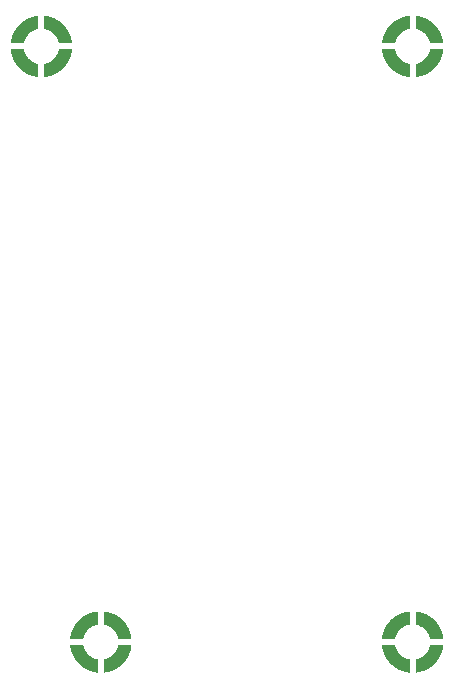
<source format=gbp>
G75*
%MOIN*%
%OFA0B0*%
%FSLAX25Y25*%
%IPPOS*%
%LPD*%
%AMOC8*
5,1,8,0,0,1.08239X$1,22.5*
%
%ADD10C,0.00039*%
D10*
X0104495Y0165537D02*
X0104751Y0165380D01*
X0105066Y0165203D01*
X0105361Y0165045D01*
X0105676Y0164888D01*
X0105991Y0164750D01*
X0106286Y0164632D01*
X0106542Y0164533D01*
X0106916Y0164415D01*
X0107310Y0164297D01*
X0107704Y0164199D01*
X0107999Y0164140D01*
X0108235Y0164100D01*
X0108491Y0164061D01*
X0108727Y0164041D01*
X0108727Y0168057D01*
X0108511Y0168096D01*
X0108215Y0168175D01*
X0107841Y0168293D01*
X0107448Y0168451D01*
X0106936Y0168707D01*
X0106641Y0168884D01*
X0106326Y0169100D01*
X0106070Y0169297D01*
X0105794Y0169533D01*
X0105656Y0169671D01*
X0105499Y0169829D01*
X0105322Y0170006D01*
X0105145Y0170222D01*
X0104908Y0170537D01*
X0104712Y0170833D01*
X0104554Y0171108D01*
X0104357Y0171502D01*
X0104239Y0171778D01*
X0104141Y0172033D01*
X0104042Y0172348D01*
X0103964Y0172644D01*
X0103924Y0172860D01*
X0099908Y0172860D01*
X0099928Y0172624D01*
X0099967Y0172368D01*
X0100027Y0172033D01*
X0100105Y0171679D01*
X0100184Y0171384D01*
X0100263Y0171089D01*
X0100361Y0170793D01*
X0100460Y0170518D01*
X0100578Y0170222D01*
X0100696Y0169947D01*
X0100834Y0169652D01*
X0100932Y0169455D01*
X0101109Y0169120D01*
X0101267Y0168844D01*
X0101444Y0168569D01*
X0101641Y0168274D01*
X0101916Y0167900D01*
X0102212Y0167526D01*
X0102428Y0167289D01*
X0102684Y0167014D01*
X0102920Y0166778D01*
X0103176Y0166541D01*
X0103393Y0166344D01*
X0103668Y0166128D01*
X0103924Y0165931D01*
X0104200Y0165734D01*
X0104495Y0165537D01*
X0104514Y0165526D02*
X0108727Y0165526D01*
X0108727Y0165564D02*
X0104456Y0165564D01*
X0104399Y0165601D02*
X0108727Y0165601D01*
X0108727Y0165639D02*
X0104342Y0165639D01*
X0104285Y0165677D02*
X0108727Y0165677D01*
X0108727Y0165715D02*
X0104228Y0165715D01*
X0104174Y0165753D02*
X0108727Y0165753D01*
X0108727Y0165791D02*
X0104120Y0165791D01*
X0104067Y0165829D02*
X0108727Y0165829D01*
X0108727Y0165867D02*
X0104014Y0165867D01*
X0103961Y0165905D02*
X0108727Y0165905D01*
X0108727Y0165942D02*
X0103909Y0165942D01*
X0103860Y0165980D02*
X0108727Y0165980D01*
X0108727Y0166018D02*
X0103811Y0166018D01*
X0103762Y0166056D02*
X0108727Y0166056D01*
X0108727Y0166094D02*
X0103712Y0166094D01*
X0103663Y0166132D02*
X0108727Y0166132D01*
X0108727Y0166170D02*
X0103615Y0166170D01*
X0103567Y0166208D02*
X0108727Y0166208D01*
X0108727Y0166245D02*
X0103519Y0166245D01*
X0103470Y0166283D02*
X0108727Y0166283D01*
X0108727Y0166321D02*
X0103422Y0166321D01*
X0103377Y0166359D02*
X0108727Y0166359D01*
X0108727Y0166397D02*
X0103335Y0166397D01*
X0103293Y0166435D02*
X0108727Y0166435D01*
X0108727Y0166473D02*
X0103252Y0166473D01*
X0103210Y0166511D02*
X0108727Y0166511D01*
X0108727Y0166548D02*
X0103168Y0166548D01*
X0103127Y0166586D02*
X0108727Y0166586D01*
X0108727Y0166624D02*
X0103086Y0166624D01*
X0103045Y0166662D02*
X0108727Y0166662D01*
X0108727Y0166700D02*
X0103004Y0166700D01*
X0102963Y0166738D02*
X0108727Y0166738D01*
X0108727Y0166776D02*
X0102922Y0166776D01*
X0102884Y0166814D02*
X0108727Y0166814D01*
X0108727Y0166852D02*
X0102846Y0166852D01*
X0102808Y0166889D02*
X0108727Y0166889D01*
X0108727Y0166927D02*
X0102770Y0166927D01*
X0102733Y0166965D02*
X0108727Y0166965D01*
X0108727Y0167003D02*
X0102695Y0167003D01*
X0102659Y0167041D02*
X0108727Y0167041D01*
X0108727Y0167079D02*
X0102624Y0167079D01*
X0102588Y0167117D02*
X0108727Y0167117D01*
X0108727Y0167155D02*
X0102553Y0167155D01*
X0102518Y0167192D02*
X0108727Y0167192D01*
X0108727Y0167230D02*
X0102483Y0167230D01*
X0102448Y0167268D02*
X0108727Y0167268D01*
X0108727Y0167306D02*
X0102413Y0167306D01*
X0102378Y0167344D02*
X0108727Y0167344D01*
X0108727Y0167382D02*
X0102343Y0167382D01*
X0102309Y0167420D02*
X0108727Y0167420D01*
X0108727Y0167458D02*
X0102274Y0167458D01*
X0102239Y0167496D02*
X0108727Y0167496D01*
X0108727Y0167533D02*
X0102205Y0167533D01*
X0102175Y0167571D02*
X0108727Y0167571D01*
X0108727Y0167609D02*
X0102146Y0167609D01*
X0102116Y0167647D02*
X0108727Y0167647D01*
X0108727Y0167685D02*
X0102086Y0167685D01*
X0102056Y0167723D02*
X0108727Y0167723D01*
X0108727Y0167761D02*
X0102026Y0167761D01*
X0101996Y0167799D02*
X0108727Y0167799D01*
X0108727Y0167836D02*
X0101966Y0167836D01*
X0101936Y0167874D02*
X0108727Y0167874D01*
X0108727Y0167912D02*
X0101907Y0167912D01*
X0101879Y0167950D02*
X0108727Y0167950D01*
X0108727Y0167988D02*
X0101851Y0167988D01*
X0101823Y0168026D02*
X0108727Y0168026D01*
X0108691Y0168064D02*
X0101795Y0168064D01*
X0101767Y0168102D02*
X0108491Y0168102D01*
X0108349Y0168140D02*
X0101739Y0168140D01*
X0101712Y0168177D02*
X0108209Y0168177D01*
X0108089Y0168215D02*
X0101684Y0168215D01*
X0101656Y0168253D02*
X0107969Y0168253D01*
X0107849Y0168291D02*
X0101629Y0168291D01*
X0101604Y0168329D02*
X0107752Y0168329D01*
X0107658Y0168367D02*
X0101579Y0168367D01*
X0101553Y0168405D02*
X0107563Y0168405D01*
X0107468Y0168443D02*
X0101528Y0168443D01*
X0101503Y0168480D02*
X0107388Y0168480D01*
X0107313Y0168518D02*
X0101478Y0168518D01*
X0101452Y0168556D02*
X0107237Y0168556D01*
X0107161Y0168594D02*
X0101428Y0168594D01*
X0101403Y0168632D02*
X0107085Y0168632D01*
X0107010Y0168670D02*
X0101379Y0168670D01*
X0101355Y0168708D02*
X0106934Y0168708D01*
X0106871Y0168746D02*
X0101330Y0168746D01*
X0101306Y0168783D02*
X0106808Y0168783D01*
X0106745Y0168821D02*
X0101282Y0168821D01*
X0101258Y0168859D02*
X0106682Y0168859D01*
X0106621Y0168897D02*
X0101237Y0168897D01*
X0101215Y0168935D02*
X0106566Y0168935D01*
X0106511Y0168973D02*
X0101193Y0168973D01*
X0101172Y0169011D02*
X0106456Y0169011D01*
X0106401Y0169049D02*
X0101150Y0169049D01*
X0101128Y0169087D02*
X0106346Y0169087D01*
X0106294Y0169124D02*
X0101107Y0169124D01*
X0101087Y0169162D02*
X0106245Y0169162D01*
X0106196Y0169200D02*
X0101067Y0169200D01*
X0101047Y0169238D02*
X0106147Y0169238D01*
X0106098Y0169276D02*
X0101027Y0169276D01*
X0101007Y0169314D02*
X0106050Y0169314D01*
X0106006Y0169352D02*
X0100987Y0169352D01*
X0100966Y0169390D02*
X0105962Y0169390D01*
X0105918Y0169427D02*
X0100946Y0169427D01*
X0100927Y0169465D02*
X0105874Y0169465D01*
X0105829Y0169503D02*
X0100908Y0169503D01*
X0100889Y0169541D02*
X0105787Y0169541D01*
X0105749Y0169579D02*
X0100870Y0169579D01*
X0100851Y0169617D02*
X0105711Y0169617D01*
X0105673Y0169655D02*
X0100832Y0169655D01*
X0100814Y0169693D02*
X0105635Y0169693D01*
X0105597Y0169731D02*
X0100797Y0169731D01*
X0100779Y0169768D02*
X0105559Y0169768D01*
X0105521Y0169806D02*
X0100761Y0169806D01*
X0100744Y0169844D02*
X0105484Y0169844D01*
X0105446Y0169882D02*
X0100726Y0169882D01*
X0100708Y0169920D02*
X0105408Y0169920D01*
X0105370Y0169958D02*
X0100691Y0169958D01*
X0100675Y0169996D02*
X0105332Y0169996D01*
X0105299Y0170034D02*
X0100659Y0170034D01*
X0100642Y0170071D02*
X0105268Y0170071D01*
X0105237Y0170109D02*
X0100626Y0170109D01*
X0100610Y0170147D02*
X0105206Y0170147D01*
X0105175Y0170185D02*
X0100594Y0170185D01*
X0100577Y0170223D02*
X0105144Y0170223D01*
X0105116Y0170261D02*
X0100562Y0170261D01*
X0100547Y0170299D02*
X0105087Y0170299D01*
X0105059Y0170337D02*
X0100532Y0170337D01*
X0100517Y0170375D02*
X0105031Y0170375D01*
X0105002Y0170412D02*
X0100502Y0170412D01*
X0100487Y0170450D02*
X0104974Y0170450D01*
X0104945Y0170488D02*
X0100471Y0170488D01*
X0100457Y0170526D02*
X0104917Y0170526D01*
X0104891Y0170564D02*
X0100443Y0170564D01*
X0100430Y0170602D02*
X0104865Y0170602D01*
X0104840Y0170640D02*
X0100416Y0170640D01*
X0100402Y0170678D02*
X0104815Y0170678D01*
X0104790Y0170715D02*
X0100389Y0170715D01*
X0100375Y0170753D02*
X0104764Y0170753D01*
X0104739Y0170791D02*
X0100362Y0170791D01*
X0100349Y0170829D02*
X0104714Y0170829D01*
X0104692Y0170867D02*
X0100337Y0170867D01*
X0100324Y0170905D02*
X0104670Y0170905D01*
X0104649Y0170943D02*
X0100311Y0170943D01*
X0100299Y0170981D02*
X0104627Y0170981D01*
X0104605Y0171018D02*
X0100286Y0171018D01*
X0100273Y0171056D02*
X0104584Y0171056D01*
X0104562Y0171094D02*
X0100261Y0171094D01*
X0100251Y0171132D02*
X0104542Y0171132D01*
X0104523Y0171170D02*
X0100241Y0171170D01*
X0100231Y0171208D02*
X0104504Y0171208D01*
X0104485Y0171246D02*
X0100221Y0171246D01*
X0100211Y0171284D02*
X0104466Y0171284D01*
X0104447Y0171322D02*
X0100201Y0171322D01*
X0100190Y0171359D02*
X0104428Y0171359D01*
X0104410Y0171397D02*
X0100180Y0171397D01*
X0100170Y0171435D02*
X0104391Y0171435D01*
X0104372Y0171473D02*
X0100160Y0171473D01*
X0100150Y0171511D02*
X0104353Y0171511D01*
X0104337Y0171549D02*
X0100140Y0171549D01*
X0100130Y0171587D02*
X0104321Y0171587D01*
X0104305Y0171625D02*
X0100120Y0171625D01*
X0100110Y0171662D02*
X0104288Y0171662D01*
X0104272Y0171700D02*
X0100101Y0171700D01*
X0100092Y0171738D02*
X0104256Y0171738D01*
X0104240Y0171776D02*
X0100084Y0171776D01*
X0100075Y0171814D02*
X0104225Y0171814D01*
X0104211Y0171852D02*
X0100067Y0171852D01*
X0100058Y0171890D02*
X0104196Y0171890D01*
X0104181Y0171928D02*
X0100050Y0171928D01*
X0100042Y0171966D02*
X0104167Y0171966D01*
X0104152Y0172003D02*
X0100033Y0172003D01*
X0100025Y0172041D02*
X0104138Y0172041D01*
X0104126Y0172079D02*
X0100018Y0172079D01*
X0100012Y0172117D02*
X0104115Y0172117D01*
X0104103Y0172155D02*
X0100005Y0172155D01*
X0099998Y0172193D02*
X0104091Y0172193D01*
X0104079Y0172231D02*
X0099992Y0172231D01*
X0099985Y0172269D02*
X0104067Y0172269D01*
X0104055Y0172306D02*
X0099978Y0172306D01*
X0099972Y0172344D02*
X0104044Y0172344D01*
X0104033Y0172382D02*
X0099965Y0172382D01*
X0099959Y0172420D02*
X0104023Y0172420D01*
X0104013Y0172458D02*
X0099954Y0172458D01*
X0099948Y0172496D02*
X0104003Y0172496D01*
X0103993Y0172534D02*
X0099942Y0172534D01*
X0099936Y0172572D02*
X0103983Y0172572D01*
X0103973Y0172610D02*
X0099930Y0172610D01*
X0099926Y0172647D02*
X0103963Y0172647D01*
X0103956Y0172685D02*
X0099923Y0172685D01*
X0099920Y0172723D02*
X0103949Y0172723D01*
X0103942Y0172761D02*
X0099917Y0172761D01*
X0099913Y0172799D02*
X0103935Y0172799D01*
X0103928Y0172837D02*
X0099910Y0172837D01*
X0099908Y0175222D02*
X0099928Y0175459D01*
X0099967Y0175715D01*
X0100007Y0175951D01*
X0100066Y0176246D01*
X0100164Y0176640D01*
X0100282Y0177033D01*
X0100401Y0177407D01*
X0100499Y0177663D01*
X0100617Y0177959D01*
X0100755Y0178274D01*
X0100912Y0178589D01*
X0101070Y0178884D01*
X0101247Y0179199D01*
X0101404Y0179455D01*
X0101601Y0179750D01*
X0101798Y0180026D01*
X0101995Y0180281D01*
X0102212Y0180557D01*
X0102408Y0180774D01*
X0102645Y0181030D01*
X0102881Y0181266D01*
X0103156Y0181522D01*
X0103393Y0181738D01*
X0103767Y0182033D01*
X0104141Y0182309D01*
X0104436Y0182506D01*
X0104712Y0182683D01*
X0104987Y0182841D01*
X0105322Y0183018D01*
X0105519Y0183116D01*
X0105814Y0183254D01*
X0106089Y0183372D01*
X0106385Y0183490D01*
X0106660Y0183589D01*
X0106956Y0183687D01*
X0107251Y0183766D01*
X0107546Y0183844D01*
X0107901Y0183923D01*
X0108235Y0183982D01*
X0108491Y0184022D01*
X0108727Y0184041D01*
X0108727Y0180026D01*
X0108511Y0179986D01*
X0108215Y0179907D01*
X0107901Y0179809D01*
X0107645Y0179711D01*
X0107369Y0179593D01*
X0106975Y0179396D01*
X0106700Y0179238D01*
X0106404Y0179041D01*
X0106089Y0178805D01*
X0105873Y0178628D01*
X0105696Y0178451D01*
X0105538Y0178293D01*
X0105401Y0178156D01*
X0105164Y0177880D01*
X0104967Y0177624D01*
X0104751Y0177309D01*
X0104574Y0177014D01*
X0104318Y0176502D01*
X0104160Y0176108D01*
X0104042Y0175734D01*
X0103964Y0175439D01*
X0103924Y0175222D01*
X0099908Y0175222D01*
X0099908Y0175223D02*
X0103924Y0175223D01*
X0103931Y0175261D02*
X0099912Y0175261D01*
X0099915Y0175299D02*
X0103938Y0175299D01*
X0103945Y0175337D02*
X0099918Y0175337D01*
X0099921Y0175375D02*
X0103952Y0175375D01*
X0103959Y0175413D02*
X0099924Y0175413D01*
X0099927Y0175451D02*
X0103967Y0175451D01*
X0103977Y0175488D02*
X0099933Y0175488D01*
X0099938Y0175526D02*
X0103987Y0175526D01*
X0103997Y0175564D02*
X0099944Y0175564D01*
X0099950Y0175602D02*
X0104007Y0175602D01*
X0104017Y0175640D02*
X0099956Y0175640D01*
X0099962Y0175678D02*
X0104027Y0175678D01*
X0104037Y0175716D02*
X0099968Y0175716D01*
X0099974Y0175754D02*
X0104048Y0175754D01*
X0104060Y0175792D02*
X0099980Y0175792D01*
X0099987Y0175829D02*
X0104072Y0175829D01*
X0104084Y0175867D02*
X0099993Y0175867D01*
X0099999Y0175905D02*
X0104096Y0175905D01*
X0104108Y0175943D02*
X0100006Y0175943D01*
X0100013Y0175981D02*
X0104120Y0175981D01*
X0104132Y0176019D02*
X0100020Y0176019D01*
X0100028Y0176057D02*
X0104144Y0176057D01*
X0104156Y0176095D02*
X0100036Y0176095D01*
X0100043Y0176132D02*
X0104170Y0176132D01*
X0104185Y0176170D02*
X0100051Y0176170D01*
X0100058Y0176208D02*
X0104200Y0176208D01*
X0104216Y0176246D02*
X0100066Y0176246D01*
X0100075Y0176284D02*
X0104231Y0176284D01*
X0104246Y0176322D02*
X0100085Y0176322D01*
X0100094Y0176360D02*
X0104261Y0176360D01*
X0104276Y0176398D02*
X0100104Y0176398D01*
X0100113Y0176436D02*
X0104291Y0176436D01*
X0104306Y0176473D02*
X0100123Y0176473D01*
X0100132Y0176511D02*
X0104323Y0176511D01*
X0104341Y0176549D02*
X0100142Y0176549D01*
X0100151Y0176587D02*
X0104360Y0176587D01*
X0104379Y0176625D02*
X0100161Y0176625D01*
X0100171Y0176663D02*
X0104398Y0176663D01*
X0104417Y0176701D02*
X0100183Y0176701D01*
X0100194Y0176739D02*
X0104436Y0176739D01*
X0104455Y0176776D02*
X0100205Y0176776D01*
X0100217Y0176814D02*
X0104474Y0176814D01*
X0104493Y0176852D02*
X0100228Y0176852D01*
X0100239Y0176890D02*
X0104512Y0176890D01*
X0104531Y0176928D02*
X0100251Y0176928D01*
X0100262Y0176966D02*
X0104550Y0176966D01*
X0104569Y0177004D02*
X0100273Y0177004D01*
X0100285Y0177042D02*
X0104590Y0177042D01*
X0104613Y0177080D02*
X0100297Y0177080D01*
X0100309Y0177117D02*
X0104636Y0177117D01*
X0104659Y0177155D02*
X0100321Y0177155D01*
X0100333Y0177193D02*
X0104681Y0177193D01*
X0104704Y0177231D02*
X0100345Y0177231D01*
X0100357Y0177269D02*
X0104727Y0177269D01*
X0104750Y0177307D02*
X0100369Y0177307D01*
X0100381Y0177345D02*
X0104775Y0177345D01*
X0104801Y0177383D02*
X0100393Y0177383D01*
X0100406Y0177420D02*
X0104827Y0177420D01*
X0104854Y0177458D02*
X0100420Y0177458D01*
X0100435Y0177496D02*
X0104880Y0177496D01*
X0104906Y0177534D02*
X0100449Y0177534D01*
X0100464Y0177572D02*
X0104932Y0177572D01*
X0104958Y0177610D02*
X0100478Y0177610D01*
X0100493Y0177648D02*
X0104986Y0177648D01*
X0105015Y0177686D02*
X0100508Y0177686D01*
X0100523Y0177723D02*
X0105044Y0177723D01*
X0105073Y0177761D02*
X0100538Y0177761D01*
X0100553Y0177799D02*
X0105102Y0177799D01*
X0105131Y0177837D02*
X0100568Y0177837D01*
X0100584Y0177875D02*
X0105161Y0177875D01*
X0105193Y0177913D02*
X0100599Y0177913D01*
X0100614Y0177951D02*
X0105225Y0177951D01*
X0105258Y0177989D02*
X0100630Y0177989D01*
X0100647Y0178027D02*
X0105290Y0178027D01*
X0105322Y0178064D02*
X0100663Y0178064D01*
X0100680Y0178102D02*
X0105355Y0178102D01*
X0105387Y0178140D02*
X0100696Y0178140D01*
X0100713Y0178178D02*
X0105423Y0178178D01*
X0105461Y0178216D02*
X0100730Y0178216D01*
X0100746Y0178254D02*
X0105499Y0178254D01*
X0105537Y0178292D02*
X0100764Y0178292D01*
X0100783Y0178330D02*
X0105575Y0178330D01*
X0105612Y0178367D02*
X0100802Y0178367D01*
X0100821Y0178405D02*
X0105650Y0178405D01*
X0105688Y0178443D02*
X0100840Y0178443D01*
X0100859Y0178481D02*
X0105726Y0178481D01*
X0105764Y0178519D02*
X0100878Y0178519D01*
X0100896Y0178557D02*
X0105802Y0178557D01*
X0105840Y0178595D02*
X0100916Y0178595D01*
X0100936Y0178633D02*
X0105879Y0178633D01*
X0105925Y0178671D02*
X0100956Y0178671D01*
X0100976Y0178708D02*
X0105971Y0178708D01*
X0106018Y0178746D02*
X0100996Y0178746D01*
X0101017Y0178784D02*
X0106064Y0178784D01*
X0106112Y0178822D02*
X0101037Y0178822D01*
X0101057Y0178860D02*
X0106163Y0178860D01*
X0106213Y0178898D02*
X0101078Y0178898D01*
X0101099Y0178936D02*
X0106264Y0178936D01*
X0106314Y0178974D02*
X0101120Y0178974D01*
X0101142Y0179011D02*
X0106365Y0179011D01*
X0106416Y0179049D02*
X0101163Y0179049D01*
X0101184Y0179087D02*
X0106473Y0179087D01*
X0106530Y0179125D02*
X0101206Y0179125D01*
X0101227Y0179163D02*
X0106587Y0179163D01*
X0106644Y0179201D02*
X0101248Y0179201D01*
X0101272Y0179239D02*
X0106701Y0179239D01*
X0106767Y0179277D02*
X0101295Y0179277D01*
X0101318Y0179315D02*
X0106833Y0179315D01*
X0106900Y0179352D02*
X0101341Y0179352D01*
X0101365Y0179390D02*
X0106966Y0179390D01*
X0107040Y0179428D02*
X0101388Y0179428D01*
X0101412Y0179466D02*
X0107116Y0179466D01*
X0107192Y0179504D02*
X0101437Y0179504D01*
X0101463Y0179542D02*
X0107268Y0179542D01*
X0107343Y0179580D02*
X0101488Y0179580D01*
X0101513Y0179618D02*
X0107427Y0179618D01*
X0107516Y0179655D02*
X0101538Y0179655D01*
X0101564Y0179693D02*
X0107604Y0179693D01*
X0107698Y0179731D02*
X0101589Y0179731D01*
X0101615Y0179769D02*
X0107797Y0179769D01*
X0107895Y0179807D02*
X0101642Y0179807D01*
X0101669Y0179845D02*
X0108015Y0179845D01*
X0108136Y0179883D02*
X0101696Y0179883D01*
X0101723Y0179921D02*
X0108265Y0179921D01*
X0108407Y0179959D02*
X0101750Y0179959D01*
X0101777Y0179996D02*
X0108567Y0179996D01*
X0108727Y0180034D02*
X0101805Y0180034D01*
X0101834Y0180072D02*
X0108727Y0180072D01*
X0108727Y0180110D02*
X0101863Y0180110D01*
X0101892Y0180148D02*
X0108727Y0180148D01*
X0108727Y0180186D02*
X0101921Y0180186D01*
X0101951Y0180224D02*
X0108727Y0180224D01*
X0108727Y0180262D02*
X0101980Y0180262D01*
X0102009Y0180299D02*
X0108727Y0180299D01*
X0108727Y0180337D02*
X0102039Y0180337D01*
X0102069Y0180375D02*
X0108727Y0180375D01*
X0108727Y0180413D02*
X0102098Y0180413D01*
X0102128Y0180451D02*
X0108727Y0180451D01*
X0108727Y0180489D02*
X0102158Y0180489D01*
X0102188Y0180527D02*
X0108727Y0180527D01*
X0108727Y0180565D02*
X0102218Y0180565D01*
X0102253Y0180602D02*
X0108727Y0180602D01*
X0108727Y0180640D02*
X0102287Y0180640D01*
X0102322Y0180678D02*
X0108727Y0180678D01*
X0108727Y0180716D02*
X0102356Y0180716D01*
X0102391Y0180754D02*
X0108727Y0180754D01*
X0108727Y0180792D02*
X0102425Y0180792D01*
X0102460Y0180830D02*
X0108727Y0180830D01*
X0108727Y0180868D02*
X0102495Y0180868D01*
X0102530Y0180906D02*
X0108727Y0180906D01*
X0108727Y0180943D02*
X0102565Y0180943D01*
X0102600Y0180981D02*
X0108727Y0180981D01*
X0108727Y0181019D02*
X0102635Y0181019D01*
X0102672Y0181057D02*
X0108727Y0181057D01*
X0108727Y0181095D02*
X0102710Y0181095D01*
X0102748Y0181133D02*
X0108727Y0181133D01*
X0108727Y0181171D02*
X0102786Y0181171D01*
X0102824Y0181209D02*
X0108727Y0181209D01*
X0108727Y0181246D02*
X0102862Y0181246D01*
X0102901Y0181284D02*
X0108727Y0181284D01*
X0108727Y0181322D02*
X0102942Y0181322D01*
X0102982Y0181360D02*
X0108727Y0181360D01*
X0108727Y0181398D02*
X0103023Y0181398D01*
X0103064Y0181436D02*
X0108727Y0181436D01*
X0108727Y0181474D02*
X0103105Y0181474D01*
X0103146Y0181512D02*
X0108727Y0181512D01*
X0108727Y0181550D02*
X0103187Y0181550D01*
X0103228Y0181587D02*
X0108727Y0181587D01*
X0108727Y0181625D02*
X0103269Y0181625D01*
X0103311Y0181663D02*
X0108727Y0181663D01*
X0108727Y0181701D02*
X0103352Y0181701D01*
X0103394Y0181739D02*
X0108727Y0181739D01*
X0108727Y0181777D02*
X0103442Y0181777D01*
X0103490Y0181815D02*
X0108727Y0181815D01*
X0108727Y0181853D02*
X0103538Y0181853D01*
X0103586Y0181890D02*
X0108727Y0181890D01*
X0108727Y0181928D02*
X0103634Y0181928D01*
X0103681Y0181966D02*
X0108727Y0181966D01*
X0108727Y0182004D02*
X0103729Y0182004D01*
X0103778Y0182042D02*
X0108727Y0182042D01*
X0108727Y0182080D02*
X0103830Y0182080D01*
X0103881Y0182118D02*
X0108727Y0182118D01*
X0108727Y0182156D02*
X0103932Y0182156D01*
X0103984Y0182194D02*
X0108727Y0182194D01*
X0108727Y0182231D02*
X0104035Y0182231D01*
X0104087Y0182269D02*
X0108727Y0182269D01*
X0108727Y0182307D02*
X0104138Y0182307D01*
X0104195Y0182345D02*
X0108727Y0182345D01*
X0108727Y0182383D02*
X0104251Y0182383D01*
X0104308Y0182421D02*
X0108727Y0182421D01*
X0108727Y0182459D02*
X0104365Y0182459D01*
X0104422Y0182497D02*
X0108727Y0182497D01*
X0108727Y0182534D02*
X0104480Y0182534D01*
X0104539Y0182572D02*
X0108727Y0182572D01*
X0108727Y0182610D02*
X0104598Y0182610D01*
X0104657Y0182648D02*
X0108727Y0182648D01*
X0108727Y0182686D02*
X0104717Y0182686D01*
X0104783Y0182724D02*
X0108727Y0182724D01*
X0108727Y0182762D02*
X0104849Y0182762D01*
X0104915Y0182800D02*
X0108727Y0182800D01*
X0108727Y0182837D02*
X0104982Y0182837D01*
X0105053Y0182875D02*
X0108727Y0182875D01*
X0108727Y0182913D02*
X0105124Y0182913D01*
X0105196Y0182951D02*
X0108727Y0182951D01*
X0108727Y0182989D02*
X0105268Y0182989D01*
X0105340Y0183027D02*
X0108727Y0183027D01*
X0108727Y0183065D02*
X0105416Y0183065D01*
X0105492Y0183103D02*
X0108727Y0183103D01*
X0108727Y0183141D02*
X0105571Y0183141D01*
X0105652Y0183178D02*
X0108727Y0183178D01*
X0108727Y0183216D02*
X0105733Y0183216D01*
X0105814Y0183254D02*
X0108727Y0183254D01*
X0108727Y0183292D02*
X0105903Y0183292D01*
X0105991Y0183330D02*
X0108727Y0183330D01*
X0108727Y0183368D02*
X0106080Y0183368D01*
X0106174Y0183406D02*
X0108727Y0183406D01*
X0108727Y0183444D02*
X0106268Y0183444D01*
X0106363Y0183481D02*
X0108727Y0183481D01*
X0108727Y0183519D02*
X0106467Y0183519D01*
X0106573Y0183557D02*
X0108727Y0183557D01*
X0108727Y0183595D02*
X0106680Y0183595D01*
X0106794Y0183633D02*
X0108727Y0183633D01*
X0108727Y0183671D02*
X0106907Y0183671D01*
X0107037Y0183709D02*
X0108727Y0183709D01*
X0108727Y0183747D02*
X0107179Y0183747D01*
X0107321Y0183785D02*
X0108727Y0183785D01*
X0108727Y0183822D02*
X0107463Y0183822D01*
X0107617Y0183860D02*
X0108727Y0183860D01*
X0108727Y0183898D02*
X0107788Y0183898D01*
X0107973Y0183936D02*
X0108727Y0183936D01*
X0108727Y0183974D02*
X0108188Y0183974D01*
X0108427Y0184012D02*
X0108727Y0184012D01*
X0111089Y0184012D02*
X0111390Y0184012D01*
X0111326Y0184022D02*
X0111089Y0184041D01*
X0111089Y0180026D01*
X0111306Y0179986D01*
X0111601Y0179907D01*
X0111975Y0179789D01*
X0112369Y0179632D01*
X0112881Y0179376D01*
X0113176Y0179199D01*
X0113491Y0178982D01*
X0113747Y0178785D01*
X0114023Y0178549D01*
X0114160Y0178411D01*
X0114318Y0178254D01*
X0119066Y0178254D01*
X0119048Y0178292D02*
X0114280Y0178292D01*
X0114242Y0178330D02*
X0119031Y0178330D01*
X0119013Y0178367D02*
X0114204Y0178367D01*
X0114166Y0178405D02*
X0118995Y0178405D01*
X0118983Y0178431D02*
X0118885Y0178628D01*
X0118708Y0178963D01*
X0118550Y0179238D01*
X0118373Y0179514D01*
X0118176Y0179809D01*
X0117901Y0180183D01*
X0117605Y0180557D01*
X0117389Y0180793D01*
X0117133Y0181069D01*
X0116897Y0181305D01*
X0116641Y0181541D01*
X0116424Y0181738D01*
X0116149Y0181955D01*
X0115893Y0182152D01*
X0115617Y0182348D01*
X0115322Y0182545D01*
X0115066Y0182703D01*
X0114751Y0182880D01*
X0114456Y0183037D01*
X0114141Y0183195D01*
X0113826Y0183333D01*
X0113530Y0183451D01*
X0113275Y0183549D01*
X0112901Y0183667D01*
X0112507Y0183785D01*
X0112113Y0183884D01*
X0111818Y0183943D01*
X0111582Y0183982D01*
X0111326Y0184022D01*
X0111089Y0183974D02*
X0111632Y0183974D01*
X0111852Y0183936D02*
X0111089Y0183936D01*
X0111089Y0183898D02*
X0112042Y0183898D01*
X0112207Y0183860D02*
X0111089Y0183860D01*
X0111089Y0183822D02*
X0112359Y0183822D01*
X0112510Y0183785D02*
X0111089Y0183785D01*
X0111089Y0183747D02*
X0112636Y0183747D01*
X0112762Y0183709D02*
X0111089Y0183709D01*
X0111089Y0183671D02*
X0112889Y0183671D01*
X0113009Y0183633D02*
X0111089Y0183633D01*
X0111089Y0183595D02*
X0113129Y0183595D01*
X0113249Y0183557D02*
X0111089Y0183557D01*
X0111089Y0183519D02*
X0113352Y0183519D01*
X0113451Y0183481D02*
X0111089Y0183481D01*
X0111089Y0183444D02*
X0113548Y0183444D01*
X0113643Y0183406D02*
X0111089Y0183406D01*
X0111089Y0183368D02*
X0113738Y0183368D01*
X0113832Y0183330D02*
X0111089Y0183330D01*
X0111089Y0183292D02*
X0113919Y0183292D01*
X0114005Y0183254D02*
X0111089Y0183254D01*
X0111089Y0183216D02*
X0114092Y0183216D01*
X0114174Y0183178D02*
X0111089Y0183178D01*
X0111089Y0183141D02*
X0114249Y0183141D01*
X0114325Y0183103D02*
X0111089Y0183103D01*
X0111089Y0183065D02*
X0114401Y0183065D01*
X0114475Y0183027D02*
X0111089Y0183027D01*
X0111089Y0182989D02*
X0114546Y0182989D01*
X0114617Y0182951D02*
X0111089Y0182951D01*
X0111089Y0182913D02*
X0114688Y0182913D01*
X0114759Y0182875D02*
X0111089Y0182875D01*
X0111089Y0182837D02*
X0114826Y0182837D01*
X0114894Y0182800D02*
X0111089Y0182800D01*
X0111089Y0182762D02*
X0114961Y0182762D01*
X0115028Y0182724D02*
X0111089Y0182724D01*
X0111089Y0182686D02*
X0115093Y0182686D01*
X0115155Y0182648D02*
X0111089Y0182648D01*
X0111089Y0182610D02*
X0115216Y0182610D01*
X0115278Y0182572D02*
X0111089Y0182572D01*
X0111089Y0182534D02*
X0115338Y0182534D01*
X0115395Y0182497D02*
X0111089Y0182497D01*
X0111089Y0182459D02*
X0115452Y0182459D01*
X0115509Y0182421D02*
X0111089Y0182421D01*
X0111089Y0182383D02*
X0115565Y0182383D01*
X0115622Y0182345D02*
X0111089Y0182345D01*
X0111089Y0182307D02*
X0115675Y0182307D01*
X0115728Y0182269D02*
X0111089Y0182269D01*
X0111089Y0182231D02*
X0115781Y0182231D01*
X0115834Y0182194D02*
X0111089Y0182194D01*
X0111089Y0182156D02*
X0115887Y0182156D01*
X0115937Y0182118D02*
X0111089Y0182118D01*
X0111089Y0182080D02*
X0115986Y0182080D01*
X0116035Y0182042D02*
X0111089Y0182042D01*
X0111089Y0182004D02*
X0116084Y0182004D01*
X0116134Y0181966D02*
X0111089Y0181966D01*
X0111089Y0181928D02*
X0116182Y0181928D01*
X0116230Y0181890D02*
X0111089Y0181890D01*
X0111089Y0181853D02*
X0116279Y0181853D01*
X0116327Y0181815D02*
X0111089Y0181815D01*
X0111089Y0181777D02*
X0116375Y0181777D01*
X0116423Y0181739D02*
X0111089Y0181739D01*
X0111089Y0181701D02*
X0116465Y0181701D01*
X0116507Y0181663D02*
X0111089Y0181663D01*
X0111089Y0181625D02*
X0116548Y0181625D01*
X0116590Y0181587D02*
X0111089Y0181587D01*
X0111089Y0181550D02*
X0116632Y0181550D01*
X0116673Y0181512D02*
X0111089Y0181512D01*
X0111089Y0181474D02*
X0116714Y0181474D01*
X0116755Y0181436D02*
X0111089Y0181436D01*
X0111089Y0181398D02*
X0116796Y0181398D01*
X0116837Y0181360D02*
X0111089Y0181360D01*
X0111089Y0181322D02*
X0116878Y0181322D01*
X0116917Y0181284D02*
X0111089Y0181284D01*
X0111089Y0181246D02*
X0116955Y0181246D01*
X0116993Y0181209D02*
X0111089Y0181209D01*
X0111089Y0181171D02*
X0117031Y0181171D01*
X0117069Y0181133D02*
X0111089Y0181133D01*
X0111089Y0181095D02*
X0117107Y0181095D01*
X0117144Y0181057D02*
X0111089Y0181057D01*
X0111089Y0181019D02*
X0117179Y0181019D01*
X0117214Y0180981D02*
X0111089Y0180981D01*
X0111089Y0180943D02*
X0117249Y0180943D01*
X0117284Y0180906D02*
X0111089Y0180906D01*
X0111089Y0180868D02*
X0117320Y0180868D01*
X0117355Y0180830D02*
X0111089Y0180830D01*
X0111089Y0180792D02*
X0117390Y0180792D01*
X0117425Y0180754D02*
X0111089Y0180754D01*
X0111089Y0180716D02*
X0117459Y0180716D01*
X0117494Y0180678D02*
X0111089Y0180678D01*
X0111089Y0180640D02*
X0117529Y0180640D01*
X0117564Y0180602D02*
X0111089Y0180602D01*
X0111089Y0180565D02*
X0117598Y0180565D01*
X0117629Y0180527D02*
X0111089Y0180527D01*
X0111089Y0180489D02*
X0117659Y0180489D01*
X0117689Y0180451D02*
X0111089Y0180451D01*
X0111089Y0180413D02*
X0117719Y0180413D01*
X0117749Y0180375D02*
X0111089Y0180375D01*
X0111089Y0180337D02*
X0117779Y0180337D01*
X0117809Y0180299D02*
X0111089Y0180299D01*
X0111089Y0180262D02*
X0117839Y0180262D01*
X0117868Y0180224D02*
X0111089Y0180224D01*
X0111089Y0180186D02*
X0117898Y0180186D01*
X0117926Y0180148D02*
X0111089Y0180148D01*
X0111089Y0180110D02*
X0117954Y0180110D01*
X0117982Y0180072D02*
X0111089Y0180072D01*
X0111089Y0180034D02*
X0118010Y0180034D01*
X0118038Y0179996D02*
X0111250Y0179996D01*
X0111410Y0179959D02*
X0118066Y0179959D01*
X0118094Y0179921D02*
X0111552Y0179921D01*
X0111680Y0179883D02*
X0118122Y0179883D01*
X0118150Y0179845D02*
X0111800Y0179845D01*
X0111920Y0179807D02*
X0118177Y0179807D01*
X0118203Y0179769D02*
X0112026Y0179769D01*
X0112121Y0179731D02*
X0118228Y0179731D01*
X0118253Y0179693D02*
X0112215Y0179693D01*
X0112310Y0179655D02*
X0118279Y0179655D01*
X0118304Y0179618D02*
X0112398Y0179618D01*
X0112473Y0179580D02*
X0118329Y0179580D01*
X0118354Y0179542D02*
X0112549Y0179542D01*
X0112625Y0179504D02*
X0118379Y0179504D01*
X0118404Y0179466D02*
X0112701Y0179466D01*
X0112776Y0179428D02*
X0118428Y0179428D01*
X0118452Y0179390D02*
X0112852Y0179390D01*
X0112920Y0179352D02*
X0118477Y0179352D01*
X0118501Y0179315D02*
X0112983Y0179315D01*
X0113046Y0179277D02*
X0118525Y0179277D01*
X0118550Y0179239D02*
X0113110Y0179239D01*
X0113173Y0179201D02*
X0118571Y0179201D01*
X0118593Y0179163D02*
X0113228Y0179163D01*
X0113283Y0179125D02*
X0118615Y0179125D01*
X0118636Y0179087D02*
X0113338Y0179087D01*
X0113394Y0179049D02*
X0118658Y0179049D01*
X0118680Y0179011D02*
X0113449Y0179011D01*
X0113502Y0178974D02*
X0118701Y0178974D01*
X0118722Y0178936D02*
X0113552Y0178936D01*
X0113601Y0178898D02*
X0118742Y0178898D01*
X0118762Y0178860D02*
X0113650Y0178860D01*
X0113699Y0178822D02*
X0118782Y0178822D01*
X0118802Y0178784D02*
X0113748Y0178784D01*
X0113793Y0178746D02*
X0118822Y0178746D01*
X0118842Y0178708D02*
X0113837Y0178708D01*
X0113881Y0178671D02*
X0118862Y0178671D01*
X0118882Y0178633D02*
X0113925Y0178633D01*
X0113969Y0178595D02*
X0118901Y0178595D01*
X0118920Y0178557D02*
X0114014Y0178557D01*
X0114053Y0178519D02*
X0118939Y0178519D01*
X0118958Y0178481D02*
X0114091Y0178481D01*
X0114129Y0178443D02*
X0118977Y0178443D01*
X0118983Y0178431D02*
X0119121Y0178136D01*
X0119239Y0177860D01*
X0119357Y0177565D01*
X0119456Y0177289D01*
X0119554Y0176994D01*
X0119633Y0176699D01*
X0119712Y0176404D01*
X0119790Y0176049D01*
X0119849Y0175715D01*
X0119889Y0175459D01*
X0119908Y0175222D01*
X0115893Y0175222D01*
X0115853Y0175439D01*
X0115775Y0175734D01*
X0115676Y0176049D01*
X0115578Y0176305D01*
X0115460Y0176581D01*
X0115263Y0176974D01*
X0115105Y0177250D01*
X0114908Y0177545D01*
X0114672Y0177860D01*
X0114495Y0178077D01*
X0114318Y0178254D01*
X0114356Y0178216D02*
X0119084Y0178216D01*
X0119101Y0178178D02*
X0114394Y0178178D01*
X0114432Y0178140D02*
X0119119Y0178140D01*
X0119135Y0178102D02*
X0114469Y0178102D01*
X0114505Y0178064D02*
X0119152Y0178064D01*
X0119168Y0178027D02*
X0114536Y0178027D01*
X0114567Y0177989D02*
X0119184Y0177989D01*
X0119200Y0177951D02*
X0114598Y0177951D01*
X0114629Y0177913D02*
X0119217Y0177913D01*
X0119233Y0177875D02*
X0114660Y0177875D01*
X0114689Y0177837D02*
X0119248Y0177837D01*
X0119263Y0177799D02*
X0114718Y0177799D01*
X0114746Y0177761D02*
X0119279Y0177761D01*
X0119294Y0177723D02*
X0114775Y0177723D01*
X0114803Y0177686D02*
X0119309Y0177686D01*
X0119324Y0177648D02*
X0114832Y0177648D01*
X0114860Y0177610D02*
X0119339Y0177610D01*
X0119354Y0177572D02*
X0114888Y0177572D01*
X0114916Y0177534D02*
X0119368Y0177534D01*
X0119382Y0177496D02*
X0114941Y0177496D01*
X0114966Y0177458D02*
X0119395Y0177458D01*
X0119409Y0177420D02*
X0114992Y0177420D01*
X0115017Y0177383D02*
X0119422Y0177383D01*
X0119436Y0177345D02*
X0115042Y0177345D01*
X0115067Y0177307D02*
X0119449Y0177307D01*
X0119462Y0177269D02*
X0115093Y0177269D01*
X0115116Y0177231D02*
X0119475Y0177231D01*
X0119488Y0177193D02*
X0115138Y0177193D01*
X0115159Y0177155D02*
X0119500Y0177155D01*
X0119513Y0177117D02*
X0115181Y0177117D01*
X0115203Y0177080D02*
X0119526Y0177080D01*
X0119538Y0177042D02*
X0115224Y0177042D01*
X0115246Y0177004D02*
X0119551Y0177004D01*
X0119562Y0176966D02*
X0115267Y0176966D01*
X0115286Y0176928D02*
X0119572Y0176928D01*
X0119582Y0176890D02*
X0115305Y0176890D01*
X0115324Y0176852D02*
X0119592Y0176852D01*
X0119602Y0176814D02*
X0115343Y0176814D01*
X0115362Y0176776D02*
X0119612Y0176776D01*
X0119622Y0176739D02*
X0115381Y0176739D01*
X0115400Y0176701D02*
X0119632Y0176701D01*
X0119642Y0176663D02*
X0115419Y0176663D01*
X0115437Y0176625D02*
X0119653Y0176625D01*
X0119663Y0176587D02*
X0115456Y0176587D01*
X0115473Y0176549D02*
X0119673Y0176549D01*
X0119683Y0176511D02*
X0115489Y0176511D01*
X0115506Y0176473D02*
X0119693Y0176473D01*
X0119703Y0176436D02*
X0115522Y0176436D01*
X0115538Y0176398D02*
X0119713Y0176398D01*
X0119721Y0176360D02*
X0115554Y0176360D01*
X0115570Y0176322D02*
X0119730Y0176322D01*
X0119738Y0176284D02*
X0115586Y0176284D01*
X0115600Y0176246D02*
X0119747Y0176246D01*
X0119755Y0176208D02*
X0115615Y0176208D01*
X0115630Y0176170D02*
X0119763Y0176170D01*
X0119772Y0176132D02*
X0115644Y0176132D01*
X0115659Y0176095D02*
X0119780Y0176095D01*
X0119789Y0176057D02*
X0115673Y0176057D01*
X0115686Y0176019D02*
X0119796Y0176019D01*
X0119802Y0175981D02*
X0115697Y0175981D01*
X0115709Y0175943D02*
X0119809Y0175943D01*
X0119816Y0175905D02*
X0115721Y0175905D01*
X0115733Y0175867D02*
X0119822Y0175867D01*
X0119829Y0175829D02*
X0115745Y0175829D01*
X0115757Y0175792D02*
X0119836Y0175792D01*
X0119842Y0175754D02*
X0115768Y0175754D01*
X0115779Y0175716D02*
X0119849Y0175716D01*
X0119855Y0175678D02*
X0115790Y0175678D01*
X0115800Y0175640D02*
X0119861Y0175640D01*
X0119867Y0175602D02*
X0115810Y0175602D01*
X0115820Y0175564D02*
X0119872Y0175564D01*
X0119878Y0175526D02*
X0115830Y0175526D01*
X0115840Y0175488D02*
X0119884Y0175488D01*
X0119889Y0175451D02*
X0115850Y0175451D01*
X0115858Y0175413D02*
X0119893Y0175413D01*
X0119896Y0175375D02*
X0115865Y0175375D01*
X0115872Y0175337D02*
X0119899Y0175337D01*
X0119902Y0175299D02*
X0115879Y0175299D01*
X0115886Y0175261D02*
X0119905Y0175261D01*
X0119908Y0175223D02*
X0115892Y0175223D01*
X0115893Y0172860D02*
X0115853Y0172644D01*
X0115775Y0172348D01*
X0115656Y0171974D01*
X0115499Y0171581D01*
X0115243Y0171069D01*
X0115066Y0170774D01*
X0114849Y0170459D01*
X0114652Y0170203D01*
X0114416Y0169927D01*
X0114278Y0169789D01*
X0114121Y0169632D01*
X0113944Y0169455D01*
X0113727Y0169278D01*
X0113412Y0169041D01*
X0113117Y0168844D01*
X0112841Y0168687D01*
X0112448Y0168490D01*
X0112172Y0168372D01*
X0111916Y0168274D01*
X0111601Y0168175D01*
X0111306Y0168096D01*
X0111089Y0168057D01*
X0111089Y0164041D01*
X0111326Y0164061D01*
X0111582Y0164100D01*
X0111916Y0164159D01*
X0112271Y0164238D01*
X0112566Y0164317D01*
X0112861Y0164396D01*
X0113156Y0164494D01*
X0113432Y0164593D01*
X0113727Y0164711D01*
X0114003Y0164829D01*
X0114298Y0164967D01*
X0114495Y0165065D01*
X0114830Y0165242D01*
X0115105Y0165400D01*
X0115381Y0165577D01*
X0115676Y0165774D01*
X0116050Y0166049D01*
X0116424Y0166344D01*
X0116660Y0166561D01*
X0116936Y0166817D01*
X0117172Y0167053D01*
X0117408Y0167309D01*
X0117605Y0167526D01*
X0117822Y0167801D01*
X0118019Y0168057D01*
X0118215Y0168333D01*
X0118412Y0168628D01*
X0118570Y0168884D01*
X0118747Y0169199D01*
X0118904Y0169494D01*
X0119062Y0169809D01*
X0119200Y0170124D01*
X0119318Y0170419D01*
X0119416Y0170675D01*
X0119534Y0171049D01*
X0119652Y0171443D01*
X0119751Y0171837D01*
X0119810Y0172132D01*
X0119849Y0172368D01*
X0119889Y0172624D01*
X0119908Y0172860D01*
X0115893Y0172860D01*
X0115888Y0172837D02*
X0119906Y0172837D01*
X0119903Y0172799D02*
X0115881Y0172799D01*
X0115875Y0172761D02*
X0119900Y0172761D01*
X0119897Y0172723D02*
X0115868Y0172723D01*
X0115861Y0172685D02*
X0119894Y0172685D01*
X0119891Y0172647D02*
X0115854Y0172647D01*
X0115844Y0172610D02*
X0119886Y0172610D01*
X0119881Y0172572D02*
X0115834Y0172572D01*
X0115824Y0172534D02*
X0119875Y0172534D01*
X0119869Y0172496D02*
X0115814Y0172496D01*
X0115804Y0172458D02*
X0119863Y0172458D01*
X0119857Y0172420D02*
X0115794Y0172420D01*
X0115784Y0172382D02*
X0119852Y0172382D01*
X0119845Y0172344D02*
X0115773Y0172344D01*
X0115761Y0172306D02*
X0119839Y0172306D01*
X0119833Y0172269D02*
X0115749Y0172269D01*
X0115737Y0172231D02*
X0119826Y0172231D01*
X0119820Y0172193D02*
X0115725Y0172193D01*
X0115713Y0172155D02*
X0119814Y0172155D01*
X0119807Y0172117D02*
X0115701Y0172117D01*
X0115690Y0172079D02*
X0119799Y0172079D01*
X0119792Y0172041D02*
X0115678Y0172041D01*
X0115666Y0172003D02*
X0119784Y0172003D01*
X0119777Y0171966D02*
X0115653Y0171966D01*
X0115638Y0171928D02*
X0119769Y0171928D01*
X0119762Y0171890D02*
X0115623Y0171890D01*
X0115607Y0171852D02*
X0119754Y0171852D01*
X0119745Y0171814D02*
X0115592Y0171814D01*
X0115577Y0171776D02*
X0119736Y0171776D01*
X0119726Y0171738D02*
X0115562Y0171738D01*
X0115547Y0171700D02*
X0119717Y0171700D01*
X0119707Y0171662D02*
X0115532Y0171662D01*
X0115516Y0171625D02*
X0119698Y0171625D01*
X0119688Y0171587D02*
X0115501Y0171587D01*
X0115483Y0171549D02*
X0119679Y0171549D01*
X0119669Y0171511D02*
X0115464Y0171511D01*
X0115445Y0171473D02*
X0119660Y0171473D01*
X0119650Y0171435D02*
X0115426Y0171435D01*
X0115407Y0171397D02*
X0119639Y0171397D01*
X0119627Y0171359D02*
X0115388Y0171359D01*
X0115369Y0171322D02*
X0119616Y0171322D01*
X0119605Y0171284D02*
X0115350Y0171284D01*
X0115331Y0171246D02*
X0119593Y0171246D01*
X0119582Y0171208D02*
X0115313Y0171208D01*
X0115294Y0171170D02*
X0119571Y0171170D01*
X0119559Y0171132D02*
X0115275Y0171132D01*
X0115256Y0171094D02*
X0119548Y0171094D01*
X0119537Y0171056D02*
X0115236Y0171056D01*
X0115213Y0171018D02*
X0119525Y0171018D01*
X0119513Y0170981D02*
X0115190Y0170981D01*
X0115167Y0170943D02*
X0119501Y0170943D01*
X0119489Y0170905D02*
X0115145Y0170905D01*
X0115122Y0170867D02*
X0119477Y0170867D01*
X0119465Y0170829D02*
X0115099Y0170829D01*
X0115076Y0170791D02*
X0119453Y0170791D01*
X0119441Y0170753D02*
X0115052Y0170753D01*
X0115026Y0170715D02*
X0119429Y0170715D01*
X0119417Y0170678D02*
X0115000Y0170678D01*
X0114974Y0170640D02*
X0119403Y0170640D01*
X0119388Y0170602D02*
X0114948Y0170602D01*
X0114922Y0170564D02*
X0119373Y0170564D01*
X0119359Y0170526D02*
X0114896Y0170526D01*
X0114870Y0170488D02*
X0119344Y0170488D01*
X0119330Y0170450D02*
X0114843Y0170450D01*
X0114814Y0170412D02*
X0119315Y0170412D01*
X0119300Y0170375D02*
X0114785Y0170375D01*
X0114755Y0170337D02*
X0119285Y0170337D01*
X0119270Y0170299D02*
X0114726Y0170299D01*
X0114697Y0170261D02*
X0119254Y0170261D01*
X0119239Y0170223D02*
X0114668Y0170223D01*
X0114637Y0170185D02*
X0119224Y0170185D01*
X0119209Y0170147D02*
X0114605Y0170147D01*
X0114572Y0170109D02*
X0119193Y0170109D01*
X0119177Y0170071D02*
X0114540Y0170071D01*
X0114507Y0170034D02*
X0119160Y0170034D01*
X0119144Y0169996D02*
X0114475Y0169996D01*
X0114443Y0169958D02*
X0119127Y0169958D01*
X0119110Y0169920D02*
X0114409Y0169920D01*
X0114371Y0169882D02*
X0119094Y0169882D01*
X0119077Y0169844D02*
X0114333Y0169844D01*
X0114295Y0169806D02*
X0119061Y0169806D01*
X0119042Y0169768D02*
X0114258Y0169768D01*
X0114220Y0169731D02*
X0119023Y0169731D01*
X0119004Y0169693D02*
X0114182Y0169693D01*
X0114144Y0169655D02*
X0118985Y0169655D01*
X0118966Y0169617D02*
X0114106Y0169617D01*
X0114068Y0169579D02*
X0118947Y0169579D01*
X0118928Y0169541D02*
X0114030Y0169541D01*
X0113992Y0169503D02*
X0118909Y0169503D01*
X0118889Y0169465D02*
X0113954Y0169465D01*
X0113911Y0169427D02*
X0118869Y0169427D01*
X0118849Y0169390D02*
X0113864Y0169390D01*
X0113818Y0169352D02*
X0118829Y0169352D01*
X0118808Y0169314D02*
X0113772Y0169314D01*
X0113725Y0169276D02*
X0118788Y0169276D01*
X0118768Y0169238D02*
X0113675Y0169238D01*
X0113624Y0169200D02*
X0118748Y0169200D01*
X0118726Y0169162D02*
X0113574Y0169162D01*
X0113523Y0169124D02*
X0118705Y0169124D01*
X0118684Y0169087D02*
X0113473Y0169087D01*
X0113422Y0169049D02*
X0118662Y0169049D01*
X0118641Y0169011D02*
X0113366Y0169011D01*
X0113310Y0168973D02*
X0118620Y0168973D01*
X0118599Y0168935D02*
X0113253Y0168935D01*
X0113196Y0168897D02*
X0118577Y0168897D01*
X0118555Y0168859D02*
X0113139Y0168859D01*
X0113077Y0168821D02*
X0118531Y0168821D01*
X0118508Y0168783D02*
X0113010Y0168783D01*
X0112944Y0168746D02*
X0118485Y0168746D01*
X0118461Y0168708D02*
X0112878Y0168708D01*
X0112807Y0168670D02*
X0118438Y0168670D01*
X0118415Y0168632D02*
X0112731Y0168632D01*
X0112656Y0168594D02*
X0118390Y0168594D01*
X0118364Y0168556D02*
X0112580Y0168556D01*
X0112504Y0168518D02*
X0118339Y0168518D01*
X0118314Y0168480D02*
X0112425Y0168480D01*
X0112337Y0168443D02*
X0118289Y0168443D01*
X0118263Y0168405D02*
X0112248Y0168405D01*
X0112159Y0168367D02*
X0118238Y0168367D01*
X0118213Y0168329D02*
X0112060Y0168329D01*
X0111962Y0168291D02*
X0118186Y0168291D01*
X0118159Y0168253D02*
X0111851Y0168253D01*
X0111730Y0168215D02*
X0118132Y0168215D01*
X0118105Y0168177D02*
X0111608Y0168177D01*
X0111467Y0168140D02*
X0118077Y0168140D01*
X0118050Y0168102D02*
X0111325Y0168102D01*
X0111126Y0168064D02*
X0118023Y0168064D01*
X0117995Y0168026D02*
X0111089Y0168026D01*
X0111089Y0167988D02*
X0117965Y0167988D01*
X0117936Y0167950D02*
X0111089Y0167950D01*
X0111089Y0167912D02*
X0117907Y0167912D01*
X0117878Y0167874D02*
X0111089Y0167874D01*
X0111089Y0167836D02*
X0117849Y0167836D01*
X0117820Y0167799D02*
X0111089Y0167799D01*
X0111089Y0167761D02*
X0117790Y0167761D01*
X0117760Y0167723D02*
X0111089Y0167723D01*
X0111089Y0167685D02*
X0117730Y0167685D01*
X0117701Y0167647D02*
X0111089Y0167647D01*
X0111089Y0167609D02*
X0117671Y0167609D01*
X0117641Y0167571D02*
X0111089Y0167571D01*
X0111089Y0167533D02*
X0117611Y0167533D01*
X0117578Y0167496D02*
X0111089Y0167496D01*
X0111089Y0167458D02*
X0117543Y0167458D01*
X0117509Y0167420D02*
X0111089Y0167420D01*
X0111089Y0167382D02*
X0117475Y0167382D01*
X0117440Y0167344D02*
X0111089Y0167344D01*
X0111089Y0167306D02*
X0117406Y0167306D01*
X0117371Y0167268D02*
X0111089Y0167268D01*
X0111089Y0167230D02*
X0117336Y0167230D01*
X0117301Y0167192D02*
X0111089Y0167192D01*
X0111089Y0167155D02*
X0117266Y0167155D01*
X0117231Y0167117D02*
X0111089Y0167117D01*
X0111089Y0167079D02*
X0117196Y0167079D01*
X0117160Y0167041D02*
X0111089Y0167041D01*
X0111089Y0167003D02*
X0117122Y0167003D01*
X0117084Y0166965D02*
X0111089Y0166965D01*
X0111089Y0166927D02*
X0117046Y0166927D01*
X0117008Y0166889D02*
X0111089Y0166889D01*
X0111089Y0166852D02*
X0116971Y0166852D01*
X0116932Y0166814D02*
X0111089Y0166814D01*
X0111089Y0166776D02*
X0116892Y0166776D01*
X0116851Y0166738D02*
X0111089Y0166738D01*
X0111089Y0166700D02*
X0116810Y0166700D01*
X0116769Y0166662D02*
X0111089Y0166662D01*
X0111089Y0166624D02*
X0116728Y0166624D01*
X0116688Y0166586D02*
X0111089Y0166586D01*
X0111089Y0166548D02*
X0116647Y0166548D01*
X0116605Y0166511D02*
X0111089Y0166511D01*
X0111089Y0166473D02*
X0116564Y0166473D01*
X0116523Y0166435D02*
X0111089Y0166435D01*
X0111089Y0166397D02*
X0116481Y0166397D01*
X0116440Y0166359D02*
X0111089Y0166359D01*
X0111089Y0166321D02*
X0116395Y0166321D01*
X0116347Y0166283D02*
X0111089Y0166283D01*
X0111089Y0166245D02*
X0116299Y0166245D01*
X0116251Y0166208D02*
X0111089Y0166208D01*
X0111089Y0166170D02*
X0116203Y0166170D01*
X0116155Y0166132D02*
X0111089Y0166132D01*
X0111089Y0166094D02*
X0116107Y0166094D01*
X0116059Y0166056D02*
X0111089Y0166056D01*
X0111089Y0166018D02*
X0116008Y0166018D01*
X0115957Y0165980D02*
X0111089Y0165980D01*
X0111089Y0165942D02*
X0115905Y0165942D01*
X0115854Y0165905D02*
X0111089Y0165905D01*
X0111089Y0165867D02*
X0115802Y0165867D01*
X0115751Y0165829D02*
X0111089Y0165829D01*
X0111089Y0165791D02*
X0115699Y0165791D01*
X0115645Y0165753D02*
X0111089Y0165753D01*
X0111089Y0165715D02*
X0115588Y0165715D01*
X0115531Y0165677D02*
X0111089Y0165677D01*
X0111089Y0165639D02*
X0115475Y0165639D01*
X0115418Y0165601D02*
X0111089Y0165601D01*
X0111089Y0165564D02*
X0115360Y0165564D01*
X0115301Y0165526D02*
X0111089Y0165526D01*
X0111089Y0165488D02*
X0115242Y0165488D01*
X0115184Y0165450D02*
X0111089Y0165450D01*
X0111089Y0165412D02*
X0115125Y0165412D01*
X0115061Y0165374D02*
X0111089Y0165374D01*
X0111089Y0165336D02*
X0114994Y0165336D01*
X0114928Y0165298D02*
X0111089Y0165298D01*
X0111089Y0165261D02*
X0114862Y0165261D01*
X0114793Y0165223D02*
X0111089Y0165223D01*
X0111089Y0165185D02*
X0114721Y0165185D01*
X0114650Y0165147D02*
X0111089Y0165147D01*
X0111089Y0165109D02*
X0114578Y0165109D01*
X0114507Y0165071D02*
X0111089Y0165071D01*
X0111089Y0165033D02*
X0114432Y0165033D01*
X0114356Y0164995D02*
X0111089Y0164995D01*
X0111089Y0164957D02*
X0114279Y0164957D01*
X0114198Y0164920D02*
X0111089Y0164920D01*
X0111089Y0164882D02*
X0114116Y0164882D01*
X0114035Y0164844D02*
X0111089Y0164844D01*
X0111089Y0164806D02*
X0113950Y0164806D01*
X0113861Y0164768D02*
X0111089Y0164768D01*
X0111089Y0164730D02*
X0113773Y0164730D01*
X0113681Y0164692D02*
X0111089Y0164692D01*
X0111089Y0164654D02*
X0113587Y0164654D01*
X0113492Y0164617D02*
X0111089Y0164617D01*
X0111089Y0164579D02*
X0113393Y0164579D01*
X0113287Y0164541D02*
X0111089Y0164541D01*
X0111089Y0164503D02*
X0113181Y0164503D01*
X0113069Y0164465D02*
X0111089Y0164465D01*
X0111089Y0164427D02*
X0112956Y0164427D01*
X0112837Y0164389D02*
X0111089Y0164389D01*
X0111089Y0164351D02*
X0112695Y0164351D01*
X0112553Y0164313D02*
X0111089Y0164313D01*
X0111089Y0164276D02*
X0112411Y0164276D01*
X0112268Y0164238D02*
X0111089Y0164238D01*
X0111089Y0164200D02*
X0112098Y0164200D01*
X0111928Y0164162D02*
X0111089Y0164162D01*
X0111089Y0164124D02*
X0111716Y0164124D01*
X0111489Y0164086D02*
X0111089Y0164086D01*
X0111089Y0164048D02*
X0111173Y0164048D01*
X0108727Y0164048D02*
X0108644Y0164048D01*
X0108727Y0164086D02*
X0108327Y0164086D01*
X0108093Y0164124D02*
X0108727Y0164124D01*
X0108727Y0164162D02*
X0107888Y0164162D01*
X0107700Y0164200D02*
X0108727Y0164200D01*
X0108727Y0164238D02*
X0107548Y0164238D01*
X0107397Y0164276D02*
X0108727Y0164276D01*
X0108727Y0164313D02*
X0107256Y0164313D01*
X0107130Y0164351D02*
X0108727Y0164351D01*
X0108727Y0164389D02*
X0107003Y0164389D01*
X0106879Y0164427D02*
X0108727Y0164427D01*
X0108727Y0164465D02*
X0106759Y0164465D01*
X0106639Y0164503D02*
X0108727Y0164503D01*
X0108727Y0164541D02*
X0106523Y0164541D01*
X0106425Y0164579D02*
X0108727Y0164579D01*
X0108727Y0164617D02*
X0106326Y0164617D01*
X0106230Y0164654D02*
X0108727Y0164654D01*
X0108727Y0164692D02*
X0106135Y0164692D01*
X0106041Y0164730D02*
X0108727Y0164730D01*
X0108727Y0164768D02*
X0105950Y0164768D01*
X0105863Y0164806D02*
X0108727Y0164806D01*
X0108727Y0164844D02*
X0105777Y0164844D01*
X0105690Y0164882D02*
X0108727Y0164882D01*
X0108727Y0164920D02*
X0105613Y0164920D01*
X0105537Y0164957D02*
X0108727Y0164957D01*
X0108727Y0164995D02*
X0105461Y0164995D01*
X0105385Y0165033D02*
X0108727Y0165033D01*
X0108727Y0165071D02*
X0105313Y0165071D01*
X0105242Y0165109D02*
X0108727Y0165109D01*
X0108727Y0165147D02*
X0105171Y0165147D01*
X0105100Y0165185D02*
X0108727Y0165185D01*
X0108727Y0165223D02*
X0105031Y0165223D01*
X0104963Y0165261D02*
X0108727Y0165261D01*
X0108727Y0165298D02*
X0104896Y0165298D01*
X0104828Y0165336D02*
X0108727Y0165336D01*
X0108727Y0165374D02*
X0104761Y0165374D01*
X0104699Y0165412D02*
X0108727Y0165412D01*
X0108727Y0165450D02*
X0104637Y0165450D01*
X0104576Y0165488D02*
X0108727Y0165488D01*
X0203845Y0172860D02*
X0203865Y0172624D01*
X0203904Y0172368D01*
X0203964Y0172033D01*
X0204042Y0171679D01*
X0204121Y0171384D01*
X0204200Y0171089D01*
X0204298Y0170793D01*
X0204397Y0170518D01*
X0204515Y0170222D01*
X0204633Y0169947D01*
X0204771Y0169652D01*
X0204869Y0169455D01*
X0205046Y0169120D01*
X0205204Y0168844D01*
X0205381Y0168569D01*
X0205578Y0168274D01*
X0205853Y0167900D01*
X0206149Y0167526D01*
X0206365Y0167289D01*
X0206621Y0167014D01*
X0206857Y0166778D01*
X0207113Y0166541D01*
X0207330Y0166344D01*
X0207605Y0166128D01*
X0207861Y0165931D01*
X0208137Y0165734D01*
X0208432Y0165537D01*
X0208688Y0165380D01*
X0209003Y0165203D01*
X0209298Y0165045D01*
X0209613Y0164888D01*
X0209928Y0164750D01*
X0210223Y0164632D01*
X0210479Y0164533D01*
X0210853Y0164415D01*
X0211247Y0164297D01*
X0211641Y0164199D01*
X0211936Y0164140D01*
X0212172Y0164100D01*
X0212428Y0164061D01*
X0212664Y0164041D01*
X0212664Y0168057D01*
X0212448Y0168096D01*
X0212152Y0168175D01*
X0211778Y0168293D01*
X0211385Y0168451D01*
X0210873Y0168707D01*
X0210578Y0168884D01*
X0210263Y0169100D01*
X0210007Y0169297D01*
X0209731Y0169533D01*
X0209593Y0169671D01*
X0209436Y0169829D01*
X0209259Y0170006D01*
X0209082Y0170222D01*
X0208845Y0170537D01*
X0208649Y0170833D01*
X0208491Y0171108D01*
X0208294Y0171502D01*
X0208176Y0171778D01*
X0208078Y0172033D01*
X0207979Y0172348D01*
X0207901Y0172644D01*
X0207861Y0172860D01*
X0203845Y0172860D01*
X0203847Y0172837D02*
X0207865Y0172837D01*
X0207872Y0172799D02*
X0203851Y0172799D01*
X0203854Y0172761D02*
X0207879Y0172761D01*
X0207886Y0172723D02*
X0203857Y0172723D01*
X0203860Y0172685D02*
X0207893Y0172685D01*
X0207900Y0172647D02*
X0203863Y0172647D01*
X0203867Y0172610D02*
X0207910Y0172610D01*
X0207920Y0172572D02*
X0203873Y0172572D01*
X0203879Y0172534D02*
X0207930Y0172534D01*
X0207940Y0172496D02*
X0203885Y0172496D01*
X0203891Y0172458D02*
X0207950Y0172458D01*
X0207960Y0172420D02*
X0203896Y0172420D01*
X0203902Y0172382D02*
X0207970Y0172382D01*
X0207981Y0172344D02*
X0203909Y0172344D01*
X0203915Y0172306D02*
X0207992Y0172306D01*
X0208004Y0172269D02*
X0203922Y0172269D01*
X0203929Y0172231D02*
X0208016Y0172231D01*
X0208028Y0172193D02*
X0203935Y0172193D01*
X0203942Y0172155D02*
X0208040Y0172155D01*
X0208052Y0172117D02*
X0203949Y0172117D01*
X0203955Y0172079D02*
X0208063Y0172079D01*
X0208075Y0172041D02*
X0203962Y0172041D01*
X0203970Y0172003D02*
X0208089Y0172003D01*
X0208104Y0171966D02*
X0203979Y0171966D01*
X0203987Y0171928D02*
X0208118Y0171928D01*
X0208133Y0171890D02*
X0203995Y0171890D01*
X0204004Y0171852D02*
X0208148Y0171852D01*
X0208162Y0171814D02*
X0204012Y0171814D01*
X0204021Y0171776D02*
X0208177Y0171776D01*
X0208193Y0171738D02*
X0204029Y0171738D01*
X0204038Y0171700D02*
X0208209Y0171700D01*
X0208225Y0171662D02*
X0204047Y0171662D01*
X0204057Y0171625D02*
X0208242Y0171625D01*
X0208258Y0171587D02*
X0204067Y0171587D01*
X0204077Y0171549D02*
X0208274Y0171549D01*
X0208290Y0171511D02*
X0204087Y0171511D01*
X0204097Y0171473D02*
X0208309Y0171473D01*
X0208328Y0171435D02*
X0204107Y0171435D01*
X0204117Y0171397D02*
X0208347Y0171397D01*
X0208365Y0171359D02*
X0204127Y0171359D01*
X0204138Y0171322D02*
X0208384Y0171322D01*
X0208403Y0171284D02*
X0204148Y0171284D01*
X0204158Y0171246D02*
X0208422Y0171246D01*
X0208441Y0171208D02*
X0204168Y0171208D01*
X0204178Y0171170D02*
X0208460Y0171170D01*
X0208479Y0171132D02*
X0204188Y0171132D01*
X0204198Y0171094D02*
X0208499Y0171094D01*
X0208521Y0171056D02*
X0204210Y0171056D01*
X0204223Y0171018D02*
X0208542Y0171018D01*
X0208564Y0170981D02*
X0204236Y0170981D01*
X0204248Y0170943D02*
X0208586Y0170943D01*
X0208607Y0170905D02*
X0204261Y0170905D01*
X0204274Y0170867D02*
X0208629Y0170867D01*
X0208651Y0170829D02*
X0204286Y0170829D01*
X0204299Y0170791D02*
X0208676Y0170791D01*
X0208701Y0170753D02*
X0204312Y0170753D01*
X0204326Y0170715D02*
X0208727Y0170715D01*
X0208752Y0170678D02*
X0204339Y0170678D01*
X0204353Y0170640D02*
X0208777Y0170640D01*
X0208802Y0170602D02*
X0204367Y0170602D01*
X0204380Y0170564D02*
X0208828Y0170564D01*
X0208854Y0170526D02*
X0204394Y0170526D01*
X0204408Y0170488D02*
X0208882Y0170488D01*
X0208911Y0170450D02*
X0204424Y0170450D01*
X0204439Y0170412D02*
X0208939Y0170412D01*
X0208968Y0170375D02*
X0204454Y0170375D01*
X0204469Y0170337D02*
X0208996Y0170337D01*
X0209024Y0170299D02*
X0204484Y0170299D01*
X0204499Y0170261D02*
X0209053Y0170261D01*
X0209081Y0170223D02*
X0204514Y0170223D01*
X0204531Y0170185D02*
X0209112Y0170185D01*
X0209143Y0170147D02*
X0204547Y0170147D01*
X0204563Y0170109D02*
X0209174Y0170109D01*
X0209205Y0170071D02*
X0204579Y0170071D01*
X0204596Y0170034D02*
X0209236Y0170034D01*
X0209269Y0169996D02*
X0204612Y0169996D01*
X0204628Y0169958D02*
X0209307Y0169958D01*
X0209345Y0169920D02*
X0204645Y0169920D01*
X0204663Y0169882D02*
X0209383Y0169882D01*
X0209421Y0169844D02*
X0204681Y0169844D01*
X0204698Y0169806D02*
X0209458Y0169806D01*
X0209496Y0169768D02*
X0204716Y0169768D01*
X0204734Y0169731D02*
X0209534Y0169731D01*
X0209572Y0169693D02*
X0204751Y0169693D01*
X0204769Y0169655D02*
X0209610Y0169655D01*
X0209648Y0169617D02*
X0204788Y0169617D01*
X0204807Y0169579D02*
X0209686Y0169579D01*
X0209724Y0169541D02*
X0204826Y0169541D01*
X0204845Y0169503D02*
X0209766Y0169503D01*
X0209811Y0169465D02*
X0204864Y0169465D01*
X0204883Y0169427D02*
X0209855Y0169427D01*
X0209899Y0169390D02*
X0204903Y0169390D01*
X0204924Y0169352D02*
X0209943Y0169352D01*
X0209987Y0169314D02*
X0204944Y0169314D01*
X0204964Y0169276D02*
X0210035Y0169276D01*
X0210084Y0169238D02*
X0204984Y0169238D01*
X0205004Y0169200D02*
X0210133Y0169200D01*
X0210182Y0169162D02*
X0205024Y0169162D01*
X0205044Y0169124D02*
X0210231Y0169124D01*
X0210283Y0169087D02*
X0205065Y0169087D01*
X0205087Y0169049D02*
X0210338Y0169049D01*
X0210393Y0169011D02*
X0205109Y0169011D01*
X0205130Y0168973D02*
X0210448Y0168973D01*
X0210503Y0168935D02*
X0205152Y0168935D01*
X0205174Y0168897D02*
X0210558Y0168897D01*
X0210619Y0168859D02*
X0205195Y0168859D01*
X0205219Y0168821D02*
X0210682Y0168821D01*
X0210745Y0168783D02*
X0205243Y0168783D01*
X0205267Y0168746D02*
X0210808Y0168746D01*
X0210871Y0168708D02*
X0205292Y0168708D01*
X0205316Y0168670D02*
X0210947Y0168670D01*
X0211022Y0168632D02*
X0205340Y0168632D01*
X0205365Y0168594D02*
X0211098Y0168594D01*
X0211174Y0168556D02*
X0205389Y0168556D01*
X0205415Y0168518D02*
X0211250Y0168518D01*
X0211325Y0168480D02*
X0205440Y0168480D01*
X0205465Y0168443D02*
X0211405Y0168443D01*
X0211500Y0168405D02*
X0205490Y0168405D01*
X0205516Y0168367D02*
X0211595Y0168367D01*
X0211689Y0168329D02*
X0205541Y0168329D01*
X0205566Y0168291D02*
X0211786Y0168291D01*
X0211906Y0168253D02*
X0205593Y0168253D01*
X0205621Y0168215D02*
X0212026Y0168215D01*
X0212146Y0168177D02*
X0205649Y0168177D01*
X0205677Y0168140D02*
X0212286Y0168140D01*
X0212428Y0168102D02*
X0205704Y0168102D01*
X0205732Y0168064D02*
X0212628Y0168064D01*
X0212664Y0168026D02*
X0205760Y0168026D01*
X0205788Y0167988D02*
X0212664Y0167988D01*
X0212664Y0167950D02*
X0205816Y0167950D01*
X0205844Y0167912D02*
X0212664Y0167912D01*
X0212664Y0167874D02*
X0205873Y0167874D01*
X0205903Y0167836D02*
X0212664Y0167836D01*
X0212664Y0167799D02*
X0205933Y0167799D01*
X0205963Y0167761D02*
X0212664Y0167761D01*
X0212664Y0167723D02*
X0205993Y0167723D01*
X0206023Y0167685D02*
X0212664Y0167685D01*
X0212664Y0167647D02*
X0206053Y0167647D01*
X0206083Y0167609D02*
X0212664Y0167609D01*
X0212664Y0167571D02*
X0206112Y0167571D01*
X0206142Y0167533D02*
X0212664Y0167533D01*
X0212664Y0167496D02*
X0206176Y0167496D01*
X0206211Y0167458D02*
X0212664Y0167458D01*
X0212664Y0167420D02*
X0206246Y0167420D01*
X0206280Y0167382D02*
X0212664Y0167382D01*
X0212664Y0167344D02*
X0206315Y0167344D01*
X0206350Y0167306D02*
X0212664Y0167306D01*
X0212664Y0167268D02*
X0206385Y0167268D01*
X0206420Y0167230D02*
X0212664Y0167230D01*
X0212664Y0167192D02*
X0206455Y0167192D01*
X0206490Y0167155D02*
X0212664Y0167155D01*
X0212664Y0167117D02*
X0206525Y0167117D01*
X0206561Y0167079D02*
X0212664Y0167079D01*
X0212664Y0167041D02*
X0206596Y0167041D01*
X0206632Y0167003D02*
X0212664Y0167003D01*
X0212664Y0166965D02*
X0206670Y0166965D01*
X0206707Y0166927D02*
X0212664Y0166927D01*
X0212664Y0166889D02*
X0206745Y0166889D01*
X0206783Y0166852D02*
X0212664Y0166852D01*
X0212664Y0166814D02*
X0206821Y0166814D01*
X0206859Y0166776D02*
X0212664Y0166776D01*
X0212664Y0166738D02*
X0206900Y0166738D01*
X0206941Y0166700D02*
X0212664Y0166700D01*
X0212664Y0166662D02*
X0206982Y0166662D01*
X0207023Y0166624D02*
X0212664Y0166624D01*
X0212664Y0166586D02*
X0207064Y0166586D01*
X0207105Y0166548D02*
X0212664Y0166548D01*
X0212664Y0166511D02*
X0207147Y0166511D01*
X0207189Y0166473D02*
X0212664Y0166473D01*
X0212664Y0166435D02*
X0207230Y0166435D01*
X0207272Y0166397D02*
X0212664Y0166397D01*
X0212664Y0166359D02*
X0207314Y0166359D01*
X0207359Y0166321D02*
X0212664Y0166321D01*
X0212664Y0166283D02*
X0207408Y0166283D01*
X0207456Y0166245D02*
X0212664Y0166245D01*
X0212664Y0166208D02*
X0207504Y0166208D01*
X0207552Y0166170D02*
X0212664Y0166170D01*
X0212664Y0166132D02*
X0207600Y0166132D01*
X0207649Y0166094D02*
X0212664Y0166094D01*
X0212664Y0166056D02*
X0207699Y0166056D01*
X0207748Y0166018D02*
X0212664Y0166018D01*
X0212664Y0165980D02*
X0207797Y0165980D01*
X0207846Y0165942D02*
X0212664Y0165942D01*
X0212664Y0165905D02*
X0207898Y0165905D01*
X0207951Y0165867D02*
X0212664Y0165867D01*
X0212664Y0165829D02*
X0208004Y0165829D01*
X0208057Y0165791D02*
X0212664Y0165791D01*
X0212664Y0165753D02*
X0208111Y0165753D01*
X0208165Y0165715D02*
X0212664Y0165715D01*
X0212664Y0165677D02*
X0208222Y0165677D01*
X0208279Y0165639D02*
X0212664Y0165639D01*
X0212664Y0165601D02*
X0208336Y0165601D01*
X0208393Y0165564D02*
X0212664Y0165564D01*
X0212664Y0165526D02*
X0208451Y0165526D01*
X0208513Y0165488D02*
X0212664Y0165488D01*
X0212664Y0165450D02*
X0208574Y0165450D01*
X0208636Y0165412D02*
X0212664Y0165412D01*
X0212664Y0165374D02*
X0208698Y0165374D01*
X0208765Y0165336D02*
X0212664Y0165336D01*
X0212664Y0165298D02*
X0208833Y0165298D01*
X0208900Y0165261D02*
X0212664Y0165261D01*
X0212664Y0165223D02*
X0208968Y0165223D01*
X0209037Y0165185D02*
X0212664Y0165185D01*
X0212664Y0165147D02*
X0209108Y0165147D01*
X0209179Y0165109D02*
X0212664Y0165109D01*
X0212664Y0165071D02*
X0209250Y0165071D01*
X0209322Y0165033D02*
X0212664Y0165033D01*
X0212664Y0164995D02*
X0209398Y0164995D01*
X0209474Y0164957D02*
X0212664Y0164957D01*
X0212664Y0164920D02*
X0209550Y0164920D01*
X0209627Y0164882D02*
X0212664Y0164882D01*
X0212664Y0164844D02*
X0209714Y0164844D01*
X0209800Y0164806D02*
X0212664Y0164806D01*
X0212664Y0164768D02*
X0209887Y0164768D01*
X0209978Y0164730D02*
X0212664Y0164730D01*
X0212664Y0164692D02*
X0210072Y0164692D01*
X0210167Y0164654D02*
X0212664Y0164654D01*
X0212664Y0164617D02*
X0210263Y0164617D01*
X0210362Y0164579D02*
X0212664Y0164579D01*
X0212664Y0164541D02*
X0210460Y0164541D01*
X0210576Y0164503D02*
X0212664Y0164503D01*
X0212664Y0164465D02*
X0210696Y0164465D01*
X0210816Y0164427D02*
X0212664Y0164427D01*
X0212664Y0164389D02*
X0210940Y0164389D01*
X0211067Y0164351D02*
X0212664Y0164351D01*
X0212664Y0164313D02*
X0211193Y0164313D01*
X0211334Y0164276D02*
X0212664Y0164276D01*
X0212664Y0164238D02*
X0211485Y0164238D01*
X0211637Y0164200D02*
X0212664Y0164200D01*
X0212664Y0164162D02*
X0211825Y0164162D01*
X0212030Y0164124D02*
X0212664Y0164124D01*
X0212664Y0164086D02*
X0212264Y0164086D01*
X0212581Y0164048D02*
X0212664Y0164048D01*
X0215027Y0164048D02*
X0215110Y0164048D01*
X0215027Y0164041D02*
X0215263Y0164061D01*
X0215519Y0164100D01*
X0215853Y0164159D01*
X0216208Y0164238D01*
X0216503Y0164317D01*
X0216798Y0164396D01*
X0217093Y0164494D01*
X0217369Y0164593D01*
X0217664Y0164711D01*
X0217940Y0164829D01*
X0218235Y0164967D01*
X0218432Y0165065D01*
X0218767Y0165242D01*
X0219042Y0165400D01*
X0219318Y0165577D01*
X0219613Y0165774D01*
X0219987Y0166049D01*
X0220361Y0166344D01*
X0220597Y0166561D01*
X0220873Y0166817D01*
X0221109Y0167053D01*
X0221345Y0167309D01*
X0221542Y0167526D01*
X0221759Y0167801D01*
X0221956Y0168057D01*
X0222152Y0168333D01*
X0222349Y0168628D01*
X0222507Y0168884D01*
X0222684Y0169199D01*
X0222841Y0169494D01*
X0222999Y0169809D01*
X0223137Y0170124D01*
X0223255Y0170419D01*
X0223353Y0170675D01*
X0223471Y0171049D01*
X0223589Y0171443D01*
X0223688Y0171837D01*
X0223747Y0172132D01*
X0223786Y0172368D01*
X0223826Y0172624D01*
X0223845Y0172860D01*
X0219830Y0172860D01*
X0219790Y0172644D01*
X0219712Y0172348D01*
X0219593Y0171974D01*
X0219436Y0171581D01*
X0219180Y0171069D01*
X0219003Y0170774D01*
X0218786Y0170459D01*
X0218589Y0170203D01*
X0218353Y0169927D01*
X0218215Y0169789D01*
X0218058Y0169632D01*
X0217881Y0169455D01*
X0217664Y0169278D01*
X0217349Y0169041D01*
X0217054Y0168844D01*
X0216778Y0168687D01*
X0216385Y0168490D01*
X0216109Y0168372D01*
X0215853Y0168274D01*
X0215538Y0168175D01*
X0215243Y0168096D01*
X0215027Y0168057D01*
X0215027Y0164041D01*
X0215027Y0164086D02*
X0215426Y0164086D01*
X0215653Y0164124D02*
X0215027Y0164124D01*
X0215027Y0164162D02*
X0215865Y0164162D01*
X0216035Y0164200D02*
X0215027Y0164200D01*
X0215027Y0164238D02*
X0216205Y0164238D01*
X0216348Y0164276D02*
X0215027Y0164276D01*
X0215027Y0164313D02*
X0216490Y0164313D01*
X0216632Y0164351D02*
X0215027Y0164351D01*
X0215027Y0164389D02*
X0216774Y0164389D01*
X0216893Y0164427D02*
X0215027Y0164427D01*
X0215027Y0164465D02*
X0217006Y0164465D01*
X0217118Y0164503D02*
X0215027Y0164503D01*
X0215027Y0164541D02*
X0217224Y0164541D01*
X0217330Y0164579D02*
X0215027Y0164579D01*
X0215027Y0164617D02*
X0217429Y0164617D01*
X0217524Y0164654D02*
X0215027Y0164654D01*
X0215027Y0164692D02*
X0217618Y0164692D01*
X0217710Y0164730D02*
X0215027Y0164730D01*
X0215027Y0164768D02*
X0217798Y0164768D01*
X0217887Y0164806D02*
X0215027Y0164806D01*
X0215027Y0164844D02*
X0217972Y0164844D01*
X0218053Y0164882D02*
X0215027Y0164882D01*
X0215027Y0164920D02*
X0218135Y0164920D01*
X0218216Y0164957D02*
X0215027Y0164957D01*
X0215027Y0164995D02*
X0218293Y0164995D01*
X0218369Y0165033D02*
X0215027Y0165033D01*
X0215027Y0165071D02*
X0218444Y0165071D01*
X0218515Y0165109D02*
X0215027Y0165109D01*
X0215027Y0165147D02*
X0218587Y0165147D01*
X0218658Y0165185D02*
X0215027Y0165185D01*
X0215027Y0165223D02*
X0218730Y0165223D01*
X0218799Y0165261D02*
X0215027Y0165261D01*
X0215027Y0165298D02*
X0218865Y0165298D01*
X0218931Y0165336D02*
X0215027Y0165336D01*
X0215027Y0165374D02*
X0218998Y0165374D01*
X0219062Y0165412D02*
X0215027Y0165412D01*
X0215027Y0165450D02*
X0219121Y0165450D01*
X0219179Y0165488D02*
X0215027Y0165488D01*
X0215027Y0165526D02*
X0219238Y0165526D01*
X0219297Y0165564D02*
X0215027Y0165564D01*
X0215027Y0165601D02*
X0219355Y0165601D01*
X0219412Y0165639D02*
X0215027Y0165639D01*
X0215027Y0165677D02*
X0219469Y0165677D01*
X0219525Y0165715D02*
X0215027Y0165715D01*
X0215027Y0165753D02*
X0219582Y0165753D01*
X0219637Y0165791D02*
X0215027Y0165791D01*
X0215027Y0165829D02*
X0219688Y0165829D01*
X0219739Y0165867D02*
X0215027Y0165867D01*
X0215027Y0165905D02*
X0219791Y0165905D01*
X0219842Y0165942D02*
X0215027Y0165942D01*
X0215027Y0165980D02*
X0219894Y0165980D01*
X0219945Y0166018D02*
X0215027Y0166018D01*
X0215027Y0166056D02*
X0219996Y0166056D01*
X0220044Y0166094D02*
X0215027Y0166094D01*
X0215027Y0166132D02*
X0220092Y0166132D01*
X0220140Y0166170D02*
X0215027Y0166170D01*
X0215027Y0166208D02*
X0220188Y0166208D01*
X0220236Y0166245D02*
X0215027Y0166245D01*
X0215027Y0166283D02*
X0220284Y0166283D01*
X0220332Y0166321D02*
X0215027Y0166321D01*
X0215027Y0166359D02*
X0220377Y0166359D01*
X0220418Y0166397D02*
X0215027Y0166397D01*
X0215027Y0166435D02*
X0220460Y0166435D01*
X0220501Y0166473D02*
X0215027Y0166473D01*
X0215027Y0166511D02*
X0220542Y0166511D01*
X0220584Y0166548D02*
X0215027Y0166548D01*
X0215027Y0166586D02*
X0220625Y0166586D01*
X0220665Y0166624D02*
X0215027Y0166624D01*
X0215027Y0166662D02*
X0220706Y0166662D01*
X0220747Y0166700D02*
X0215027Y0166700D01*
X0215027Y0166738D02*
X0220788Y0166738D01*
X0220829Y0166776D02*
X0215027Y0166776D01*
X0215027Y0166814D02*
X0220869Y0166814D01*
X0220908Y0166852D02*
X0215027Y0166852D01*
X0215027Y0166889D02*
X0220945Y0166889D01*
X0220983Y0166927D02*
X0215027Y0166927D01*
X0215027Y0166965D02*
X0221021Y0166965D01*
X0221059Y0167003D02*
X0215027Y0167003D01*
X0215027Y0167041D02*
X0221097Y0167041D01*
X0221133Y0167079D02*
X0215027Y0167079D01*
X0215027Y0167117D02*
X0221168Y0167117D01*
X0221203Y0167155D02*
X0215027Y0167155D01*
X0215027Y0167192D02*
X0221238Y0167192D01*
X0221273Y0167230D02*
X0215027Y0167230D01*
X0215027Y0167268D02*
X0221308Y0167268D01*
X0221343Y0167306D02*
X0215027Y0167306D01*
X0215027Y0167344D02*
X0221377Y0167344D01*
X0221412Y0167382D02*
X0215027Y0167382D01*
X0215027Y0167420D02*
X0221446Y0167420D01*
X0221480Y0167458D02*
X0215027Y0167458D01*
X0215027Y0167496D02*
X0221515Y0167496D01*
X0221548Y0167533D02*
X0215027Y0167533D01*
X0215027Y0167571D02*
X0221578Y0167571D01*
X0221608Y0167609D02*
X0215027Y0167609D01*
X0215027Y0167647D02*
X0221638Y0167647D01*
X0221667Y0167685D02*
X0215027Y0167685D01*
X0215027Y0167723D02*
X0221697Y0167723D01*
X0221727Y0167761D02*
X0215027Y0167761D01*
X0215027Y0167799D02*
X0221757Y0167799D01*
X0221786Y0167836D02*
X0215027Y0167836D01*
X0215027Y0167874D02*
X0221815Y0167874D01*
X0221844Y0167912D02*
X0215027Y0167912D01*
X0215027Y0167950D02*
X0221873Y0167950D01*
X0221902Y0167988D02*
X0215027Y0167988D01*
X0215027Y0168026D02*
X0221932Y0168026D01*
X0221960Y0168064D02*
X0215063Y0168064D01*
X0215262Y0168102D02*
X0221987Y0168102D01*
X0222015Y0168140D02*
X0215404Y0168140D01*
X0215545Y0168177D02*
X0222042Y0168177D01*
X0222069Y0168215D02*
X0215667Y0168215D01*
X0215788Y0168253D02*
X0222096Y0168253D01*
X0222123Y0168291D02*
X0215899Y0168291D01*
X0215997Y0168329D02*
X0222150Y0168329D01*
X0222175Y0168367D02*
X0216096Y0168367D01*
X0216185Y0168405D02*
X0222200Y0168405D01*
X0222226Y0168443D02*
X0216274Y0168443D01*
X0216362Y0168480D02*
X0222251Y0168480D01*
X0222276Y0168518D02*
X0216441Y0168518D01*
X0216517Y0168556D02*
X0222302Y0168556D01*
X0222327Y0168594D02*
X0216593Y0168594D01*
X0216668Y0168632D02*
X0222352Y0168632D01*
X0222375Y0168670D02*
X0216744Y0168670D01*
X0216815Y0168708D02*
X0222398Y0168708D01*
X0222422Y0168746D02*
X0216881Y0168746D01*
X0216947Y0168783D02*
X0222445Y0168783D01*
X0222468Y0168821D02*
X0217014Y0168821D01*
X0217076Y0168859D02*
X0222492Y0168859D01*
X0222514Y0168897D02*
X0217133Y0168897D01*
X0217190Y0168935D02*
X0222536Y0168935D01*
X0222557Y0168973D02*
X0217247Y0168973D01*
X0217303Y0169011D02*
X0222578Y0169011D01*
X0222600Y0169049D02*
X0217359Y0169049D01*
X0217410Y0169087D02*
X0222621Y0169087D01*
X0222642Y0169124D02*
X0217460Y0169124D01*
X0217511Y0169162D02*
X0222663Y0169162D01*
X0222685Y0169200D02*
X0217561Y0169200D01*
X0217612Y0169238D02*
X0222705Y0169238D01*
X0222725Y0169276D02*
X0217662Y0169276D01*
X0217709Y0169314D02*
X0222745Y0169314D01*
X0222766Y0169352D02*
X0217755Y0169352D01*
X0217801Y0169390D02*
X0222786Y0169390D01*
X0222806Y0169427D02*
X0217848Y0169427D01*
X0217891Y0169465D02*
X0222826Y0169465D01*
X0222846Y0169503D02*
X0217929Y0169503D01*
X0217967Y0169541D02*
X0222865Y0169541D01*
X0222884Y0169579D02*
X0218005Y0169579D01*
X0218043Y0169617D02*
X0222903Y0169617D01*
X0222922Y0169655D02*
X0218081Y0169655D01*
X0218119Y0169693D02*
X0222941Y0169693D01*
X0222960Y0169731D02*
X0218157Y0169731D01*
X0218195Y0169768D02*
X0222979Y0169768D01*
X0222998Y0169806D02*
X0218232Y0169806D01*
X0218270Y0169844D02*
X0223014Y0169844D01*
X0223031Y0169882D02*
X0218308Y0169882D01*
X0218346Y0169920D02*
X0223047Y0169920D01*
X0223064Y0169958D02*
X0218380Y0169958D01*
X0218412Y0169996D02*
X0223081Y0169996D01*
X0223097Y0170034D02*
X0218444Y0170034D01*
X0218477Y0170071D02*
X0223114Y0170071D01*
X0223130Y0170109D02*
X0218509Y0170109D01*
X0218542Y0170147D02*
X0223146Y0170147D01*
X0223161Y0170185D02*
X0218574Y0170185D01*
X0218605Y0170223D02*
X0223176Y0170223D01*
X0223191Y0170261D02*
X0218634Y0170261D01*
X0218663Y0170299D02*
X0223207Y0170299D01*
X0223222Y0170337D02*
X0218692Y0170337D01*
X0218722Y0170375D02*
X0223237Y0170375D01*
X0223252Y0170412D02*
X0218751Y0170412D01*
X0218780Y0170450D02*
X0223267Y0170450D01*
X0223281Y0170488D02*
X0218807Y0170488D01*
X0218833Y0170526D02*
X0223296Y0170526D01*
X0223310Y0170564D02*
X0218859Y0170564D01*
X0218885Y0170602D02*
X0223325Y0170602D01*
X0223340Y0170640D02*
X0218911Y0170640D01*
X0218937Y0170678D02*
X0223354Y0170678D01*
X0223366Y0170715D02*
X0218963Y0170715D01*
X0218989Y0170753D02*
X0223378Y0170753D01*
X0223390Y0170791D02*
X0219013Y0170791D01*
X0219036Y0170829D02*
X0223402Y0170829D01*
X0223414Y0170867D02*
X0219059Y0170867D01*
X0219082Y0170905D02*
X0223426Y0170905D01*
X0223438Y0170943D02*
X0219104Y0170943D01*
X0219127Y0170981D02*
X0223450Y0170981D01*
X0223462Y0171018D02*
X0219150Y0171018D01*
X0219173Y0171056D02*
X0223474Y0171056D01*
X0223485Y0171094D02*
X0219193Y0171094D01*
X0219212Y0171132D02*
X0223496Y0171132D01*
X0223508Y0171170D02*
X0219231Y0171170D01*
X0219250Y0171208D02*
X0223519Y0171208D01*
X0223530Y0171246D02*
X0219268Y0171246D01*
X0219287Y0171284D02*
X0223542Y0171284D01*
X0223553Y0171322D02*
X0219306Y0171322D01*
X0219325Y0171359D02*
X0223564Y0171359D01*
X0223576Y0171397D02*
X0219344Y0171397D01*
X0219363Y0171435D02*
X0223587Y0171435D01*
X0223597Y0171473D02*
X0219382Y0171473D01*
X0219401Y0171511D02*
X0223606Y0171511D01*
X0223616Y0171549D02*
X0219420Y0171549D01*
X0219438Y0171587D02*
X0223625Y0171587D01*
X0223635Y0171625D02*
X0219454Y0171625D01*
X0219469Y0171662D02*
X0223644Y0171662D01*
X0223654Y0171700D02*
X0219484Y0171700D01*
X0219499Y0171738D02*
X0223663Y0171738D01*
X0223673Y0171776D02*
X0219514Y0171776D01*
X0219529Y0171814D02*
X0223682Y0171814D01*
X0223691Y0171852D02*
X0219544Y0171852D01*
X0219560Y0171890D02*
X0223699Y0171890D01*
X0223706Y0171928D02*
X0219575Y0171928D01*
X0219590Y0171966D02*
X0223714Y0171966D01*
X0223721Y0172003D02*
X0219603Y0172003D01*
X0219615Y0172041D02*
X0223729Y0172041D01*
X0223736Y0172079D02*
X0219627Y0172079D01*
X0219638Y0172117D02*
X0223744Y0172117D01*
X0223751Y0172155D02*
X0219650Y0172155D01*
X0219662Y0172193D02*
X0223757Y0172193D01*
X0223763Y0172231D02*
X0219674Y0172231D01*
X0219686Y0172269D02*
X0223770Y0172269D01*
X0223776Y0172306D02*
X0219698Y0172306D01*
X0219710Y0172344D02*
X0223782Y0172344D01*
X0223789Y0172382D02*
X0219721Y0172382D01*
X0219731Y0172420D02*
X0223794Y0172420D01*
X0223800Y0172458D02*
X0219741Y0172458D01*
X0219751Y0172496D02*
X0223806Y0172496D01*
X0223812Y0172534D02*
X0219761Y0172534D01*
X0219771Y0172572D02*
X0223818Y0172572D01*
X0223823Y0172610D02*
X0219781Y0172610D01*
X0219791Y0172647D02*
X0223828Y0172647D01*
X0223831Y0172685D02*
X0219798Y0172685D01*
X0219805Y0172723D02*
X0223834Y0172723D01*
X0223837Y0172761D02*
X0219812Y0172761D01*
X0219819Y0172799D02*
X0223840Y0172799D01*
X0223843Y0172837D02*
X0219825Y0172837D01*
X0219830Y0175222D02*
X0223845Y0175222D01*
X0223826Y0175459D01*
X0223786Y0175715D01*
X0223727Y0176049D01*
X0223649Y0176404D01*
X0223570Y0176699D01*
X0223491Y0176994D01*
X0223393Y0177289D01*
X0223294Y0177565D01*
X0223176Y0177860D01*
X0223058Y0178136D01*
X0222920Y0178431D01*
X0222822Y0178628D01*
X0222645Y0178963D01*
X0222487Y0179238D01*
X0222310Y0179514D01*
X0222113Y0179809D01*
X0221838Y0180183D01*
X0221542Y0180557D01*
X0221326Y0180793D01*
X0221070Y0181069D01*
X0220834Y0181305D01*
X0220578Y0181541D01*
X0220361Y0181738D01*
X0220086Y0181955D01*
X0219830Y0182152D01*
X0219554Y0182348D01*
X0219259Y0182545D01*
X0219003Y0182703D01*
X0218688Y0182880D01*
X0218393Y0183037D01*
X0218078Y0183195D01*
X0217763Y0183333D01*
X0217467Y0183451D01*
X0217212Y0183549D01*
X0216838Y0183667D01*
X0216444Y0183785D01*
X0216050Y0183884D01*
X0215755Y0183943D01*
X0215519Y0183982D01*
X0215263Y0184022D01*
X0215027Y0184041D01*
X0215027Y0180026D01*
X0215243Y0179986D01*
X0215538Y0179907D01*
X0215912Y0179789D01*
X0216306Y0179632D01*
X0216818Y0179376D01*
X0217113Y0179199D01*
X0217428Y0178982D01*
X0217684Y0178785D01*
X0217960Y0178549D01*
X0218097Y0178411D01*
X0218255Y0178254D01*
X0223003Y0178254D01*
X0222985Y0178292D02*
X0218217Y0178292D01*
X0218179Y0178330D02*
X0222968Y0178330D01*
X0222950Y0178367D02*
X0218141Y0178367D01*
X0218103Y0178405D02*
X0222932Y0178405D01*
X0222914Y0178443D02*
X0218066Y0178443D01*
X0218028Y0178481D02*
X0222895Y0178481D01*
X0222876Y0178519D02*
X0217990Y0178519D01*
X0217951Y0178557D02*
X0222857Y0178557D01*
X0222838Y0178595D02*
X0217906Y0178595D01*
X0217862Y0178633D02*
X0222819Y0178633D01*
X0222799Y0178671D02*
X0217818Y0178671D01*
X0217774Y0178708D02*
X0222779Y0178708D01*
X0222759Y0178746D02*
X0217730Y0178746D01*
X0217685Y0178784D02*
X0222739Y0178784D01*
X0222719Y0178822D02*
X0217636Y0178822D01*
X0217587Y0178860D02*
X0222699Y0178860D01*
X0222679Y0178898D02*
X0217538Y0178898D01*
X0217489Y0178936D02*
X0222659Y0178936D01*
X0222638Y0178974D02*
X0217439Y0178974D01*
X0217386Y0179011D02*
X0222617Y0179011D01*
X0222595Y0179049D02*
X0217331Y0179049D01*
X0217275Y0179087D02*
X0222573Y0179087D01*
X0222552Y0179125D02*
X0217220Y0179125D01*
X0217165Y0179163D02*
X0222530Y0179163D01*
X0222508Y0179201D02*
X0217110Y0179201D01*
X0217047Y0179239D02*
X0222487Y0179239D01*
X0222462Y0179277D02*
X0216983Y0179277D01*
X0216920Y0179315D02*
X0222438Y0179315D01*
X0222414Y0179352D02*
X0216857Y0179352D01*
X0216789Y0179390D02*
X0222389Y0179390D01*
X0222365Y0179428D02*
X0216713Y0179428D01*
X0216638Y0179466D02*
X0222341Y0179466D01*
X0222316Y0179504D02*
X0216562Y0179504D01*
X0216486Y0179542D02*
X0222291Y0179542D01*
X0222266Y0179580D02*
X0216410Y0179580D01*
X0216335Y0179618D02*
X0222241Y0179618D01*
X0222216Y0179655D02*
X0216247Y0179655D01*
X0216152Y0179693D02*
X0222190Y0179693D01*
X0222165Y0179731D02*
X0216058Y0179731D01*
X0215963Y0179769D02*
X0222140Y0179769D01*
X0222115Y0179807D02*
X0215857Y0179807D01*
X0215737Y0179845D02*
X0222087Y0179845D01*
X0222059Y0179883D02*
X0215617Y0179883D01*
X0215489Y0179921D02*
X0222031Y0179921D01*
X0222003Y0179959D02*
X0215347Y0179959D01*
X0215187Y0179996D02*
X0221975Y0179996D01*
X0221947Y0180034D02*
X0215027Y0180034D01*
X0215027Y0180072D02*
X0221919Y0180072D01*
X0221891Y0180110D02*
X0215027Y0180110D01*
X0215027Y0180148D02*
X0221863Y0180148D01*
X0221835Y0180186D02*
X0215027Y0180186D01*
X0215027Y0180224D02*
X0221805Y0180224D01*
X0221776Y0180262D02*
X0215027Y0180262D01*
X0215027Y0180299D02*
X0221746Y0180299D01*
X0221716Y0180337D02*
X0215027Y0180337D01*
X0215027Y0180375D02*
X0221686Y0180375D01*
X0221656Y0180413D02*
X0215027Y0180413D01*
X0215027Y0180451D02*
X0221626Y0180451D01*
X0221596Y0180489D02*
X0215027Y0180489D01*
X0215027Y0180527D02*
X0221566Y0180527D01*
X0221535Y0180565D02*
X0215027Y0180565D01*
X0215027Y0180602D02*
X0221501Y0180602D01*
X0221466Y0180640D02*
X0215027Y0180640D01*
X0215027Y0180678D02*
X0221431Y0180678D01*
X0221396Y0180716D02*
X0215027Y0180716D01*
X0215027Y0180754D02*
X0221362Y0180754D01*
X0221327Y0180792D02*
X0215027Y0180792D01*
X0215027Y0180830D02*
X0221292Y0180830D01*
X0221257Y0180868D02*
X0215027Y0180868D01*
X0215027Y0180906D02*
X0221222Y0180906D01*
X0221186Y0180943D02*
X0215027Y0180943D01*
X0215027Y0180981D02*
X0221151Y0180981D01*
X0221116Y0181019D02*
X0215027Y0181019D01*
X0215027Y0181057D02*
X0221081Y0181057D01*
X0221044Y0181095D02*
X0215027Y0181095D01*
X0215027Y0181133D02*
X0221006Y0181133D01*
X0220968Y0181171D02*
X0215027Y0181171D01*
X0215027Y0181209D02*
X0220930Y0181209D01*
X0220892Y0181246D02*
X0215027Y0181246D01*
X0215027Y0181284D02*
X0220854Y0181284D01*
X0220815Y0181322D02*
X0215027Y0181322D01*
X0215027Y0181360D02*
X0220774Y0181360D01*
X0220733Y0181398D02*
X0215027Y0181398D01*
X0215027Y0181436D02*
X0220692Y0181436D01*
X0220651Y0181474D02*
X0215027Y0181474D01*
X0215027Y0181512D02*
X0220610Y0181512D01*
X0220569Y0181550D02*
X0215027Y0181550D01*
X0215027Y0181587D02*
X0220527Y0181587D01*
X0220485Y0181625D02*
X0215027Y0181625D01*
X0215027Y0181663D02*
X0220444Y0181663D01*
X0220402Y0181701D02*
X0215027Y0181701D01*
X0215027Y0181739D02*
X0220360Y0181739D01*
X0220312Y0181777D02*
X0215027Y0181777D01*
X0215027Y0181815D02*
X0220264Y0181815D01*
X0220216Y0181853D02*
X0215027Y0181853D01*
X0215027Y0181890D02*
X0220167Y0181890D01*
X0220119Y0181928D02*
X0215027Y0181928D01*
X0215027Y0181966D02*
X0220071Y0181966D01*
X0220021Y0182004D02*
X0215027Y0182004D01*
X0215027Y0182042D02*
X0219972Y0182042D01*
X0219923Y0182080D02*
X0215027Y0182080D01*
X0215027Y0182118D02*
X0219874Y0182118D01*
X0219824Y0182156D02*
X0215027Y0182156D01*
X0215027Y0182194D02*
X0219771Y0182194D01*
X0219718Y0182231D02*
X0215027Y0182231D01*
X0215027Y0182269D02*
X0219665Y0182269D01*
X0219612Y0182307D02*
X0215027Y0182307D01*
X0215027Y0182345D02*
X0219559Y0182345D01*
X0219502Y0182383D02*
X0215027Y0182383D01*
X0215027Y0182421D02*
X0219446Y0182421D01*
X0219389Y0182459D02*
X0215027Y0182459D01*
X0215027Y0182497D02*
X0219332Y0182497D01*
X0219275Y0182534D02*
X0215027Y0182534D01*
X0215027Y0182572D02*
X0219215Y0182572D01*
X0219153Y0182610D02*
X0215027Y0182610D01*
X0215027Y0182648D02*
X0219092Y0182648D01*
X0219030Y0182686D02*
X0215027Y0182686D01*
X0215027Y0182724D02*
X0218965Y0182724D01*
X0218898Y0182762D02*
X0215027Y0182762D01*
X0215027Y0182800D02*
X0218831Y0182800D01*
X0218763Y0182837D02*
X0215027Y0182837D01*
X0215027Y0182875D02*
X0218696Y0182875D01*
X0218625Y0182913D02*
X0215027Y0182913D01*
X0215027Y0182951D02*
X0218554Y0182951D01*
X0218483Y0182989D02*
X0215027Y0182989D01*
X0215027Y0183027D02*
X0218412Y0183027D01*
X0218338Y0183065D02*
X0215027Y0183065D01*
X0215027Y0183103D02*
X0218262Y0183103D01*
X0218186Y0183141D02*
X0215027Y0183141D01*
X0215027Y0183178D02*
X0218111Y0183178D01*
X0218029Y0183216D02*
X0215027Y0183216D01*
X0215027Y0183254D02*
X0217942Y0183254D01*
X0217856Y0183292D02*
X0215027Y0183292D01*
X0215027Y0183330D02*
X0217769Y0183330D01*
X0217675Y0183368D02*
X0215027Y0183368D01*
X0215027Y0183406D02*
X0217580Y0183406D01*
X0217485Y0183444D02*
X0215027Y0183444D01*
X0215027Y0183481D02*
X0217388Y0183481D01*
X0217289Y0183519D02*
X0215027Y0183519D01*
X0215027Y0183557D02*
X0217186Y0183557D01*
X0217066Y0183595D02*
X0215027Y0183595D01*
X0215027Y0183633D02*
X0216946Y0183633D01*
X0216826Y0183671D02*
X0215027Y0183671D01*
X0215027Y0183709D02*
X0216699Y0183709D01*
X0216573Y0183747D02*
X0215027Y0183747D01*
X0215027Y0183785D02*
X0216447Y0183785D01*
X0216296Y0183822D02*
X0215027Y0183822D01*
X0215027Y0183860D02*
X0216144Y0183860D01*
X0215979Y0183898D02*
X0215027Y0183898D01*
X0215027Y0183936D02*
X0215789Y0183936D01*
X0215569Y0183974D02*
X0215027Y0183974D01*
X0215027Y0184012D02*
X0215327Y0184012D01*
X0212664Y0184012D02*
X0212364Y0184012D01*
X0212428Y0184022D02*
X0212172Y0183982D01*
X0211838Y0183923D01*
X0211483Y0183844D01*
X0211188Y0183766D01*
X0210893Y0183687D01*
X0210597Y0183589D01*
X0210322Y0183490D01*
X0210027Y0183372D01*
X0209751Y0183254D01*
X0209456Y0183116D01*
X0209259Y0183018D01*
X0208924Y0182841D01*
X0208649Y0182683D01*
X0208373Y0182506D01*
X0208078Y0182309D01*
X0207704Y0182033D01*
X0207330Y0181738D01*
X0207093Y0181522D01*
X0206818Y0181266D01*
X0206582Y0181030D01*
X0206345Y0180774D01*
X0206149Y0180557D01*
X0205932Y0180281D01*
X0205735Y0180026D01*
X0205538Y0179750D01*
X0205341Y0179455D01*
X0205184Y0179199D01*
X0205007Y0178884D01*
X0204849Y0178589D01*
X0204692Y0178274D01*
X0204554Y0177959D01*
X0204436Y0177663D01*
X0204338Y0177407D01*
X0204219Y0177033D01*
X0204101Y0176640D01*
X0204003Y0176246D01*
X0203944Y0175951D01*
X0203904Y0175715D01*
X0203865Y0175459D01*
X0203845Y0175222D01*
X0207861Y0175222D01*
X0207901Y0175439D01*
X0207979Y0175734D01*
X0208097Y0176108D01*
X0208255Y0176502D01*
X0208511Y0177014D01*
X0208688Y0177309D01*
X0208904Y0177624D01*
X0209101Y0177880D01*
X0209338Y0178156D01*
X0209475Y0178293D01*
X0209633Y0178451D01*
X0209810Y0178628D01*
X0210027Y0178805D01*
X0210341Y0179041D01*
X0210637Y0179238D01*
X0210912Y0179396D01*
X0211306Y0179593D01*
X0211582Y0179711D01*
X0211838Y0179809D01*
X0212152Y0179907D01*
X0212448Y0179986D01*
X0212664Y0180026D01*
X0212664Y0184041D01*
X0212428Y0184022D01*
X0212664Y0183974D02*
X0212125Y0183974D01*
X0211910Y0183936D02*
X0212664Y0183936D01*
X0212664Y0183898D02*
X0211725Y0183898D01*
X0211554Y0183860D02*
X0212664Y0183860D01*
X0212664Y0183822D02*
X0211400Y0183822D01*
X0211258Y0183785D02*
X0212664Y0183785D01*
X0212664Y0183747D02*
X0211116Y0183747D01*
X0210974Y0183709D02*
X0212664Y0183709D01*
X0212664Y0183671D02*
X0210844Y0183671D01*
X0210731Y0183633D02*
X0212664Y0183633D01*
X0212664Y0183595D02*
X0210617Y0183595D01*
X0210510Y0183557D02*
X0212664Y0183557D01*
X0212664Y0183519D02*
X0210404Y0183519D01*
X0210300Y0183481D02*
X0212664Y0183481D01*
X0212664Y0183444D02*
X0210205Y0183444D01*
X0210111Y0183406D02*
X0212664Y0183406D01*
X0212664Y0183368D02*
X0210017Y0183368D01*
X0209928Y0183330D02*
X0212664Y0183330D01*
X0212664Y0183292D02*
X0209840Y0183292D01*
X0209751Y0183254D02*
X0212664Y0183254D01*
X0212664Y0183216D02*
X0209670Y0183216D01*
X0209589Y0183178D02*
X0212664Y0183178D01*
X0212664Y0183141D02*
X0209508Y0183141D01*
X0209429Y0183103D02*
X0212664Y0183103D01*
X0212664Y0183065D02*
X0209353Y0183065D01*
X0209277Y0183027D02*
X0212664Y0183027D01*
X0212664Y0182989D02*
X0209205Y0182989D01*
X0209133Y0182951D02*
X0212664Y0182951D01*
X0212664Y0182913D02*
X0209061Y0182913D01*
X0208990Y0182875D02*
X0212664Y0182875D01*
X0212664Y0182837D02*
X0208919Y0182837D01*
X0208852Y0182800D02*
X0212664Y0182800D01*
X0212664Y0182762D02*
X0208786Y0182762D01*
X0208720Y0182724D02*
X0212664Y0182724D01*
X0212664Y0182686D02*
X0208654Y0182686D01*
X0208594Y0182648D02*
X0212664Y0182648D01*
X0212664Y0182610D02*
X0208535Y0182610D01*
X0208476Y0182572D02*
X0212664Y0182572D01*
X0212664Y0182534D02*
X0208417Y0182534D01*
X0208359Y0182497D02*
X0212664Y0182497D01*
X0212664Y0182459D02*
X0208302Y0182459D01*
X0208245Y0182421D02*
X0212664Y0182421D01*
X0212664Y0182383D02*
X0208188Y0182383D01*
X0208132Y0182345D02*
X0212664Y0182345D01*
X0212664Y0182307D02*
X0208075Y0182307D01*
X0208024Y0182269D02*
X0212664Y0182269D01*
X0212664Y0182231D02*
X0207972Y0182231D01*
X0207921Y0182194D02*
X0212664Y0182194D01*
X0212664Y0182156D02*
X0207869Y0182156D01*
X0207818Y0182118D02*
X0212664Y0182118D01*
X0212664Y0182080D02*
X0207767Y0182080D01*
X0207715Y0182042D02*
X0212664Y0182042D01*
X0212664Y0182004D02*
X0207666Y0182004D01*
X0207618Y0181966D02*
X0212664Y0181966D01*
X0212664Y0181928D02*
X0207571Y0181928D01*
X0207523Y0181890D02*
X0212664Y0181890D01*
X0212664Y0181853D02*
X0207475Y0181853D01*
X0207427Y0181815D02*
X0212664Y0181815D01*
X0212664Y0181777D02*
X0207379Y0181777D01*
X0207331Y0181739D02*
X0212664Y0181739D01*
X0212664Y0181701D02*
X0207289Y0181701D01*
X0207248Y0181663D02*
X0212664Y0181663D01*
X0212664Y0181625D02*
X0207206Y0181625D01*
X0207165Y0181587D02*
X0212664Y0181587D01*
X0212664Y0181550D02*
X0207124Y0181550D01*
X0207083Y0181512D02*
X0212664Y0181512D01*
X0212664Y0181474D02*
X0207042Y0181474D01*
X0207001Y0181436D02*
X0212664Y0181436D01*
X0212664Y0181398D02*
X0206960Y0181398D01*
X0206919Y0181360D02*
X0212664Y0181360D01*
X0212664Y0181322D02*
X0206879Y0181322D01*
X0206838Y0181284D02*
X0212664Y0181284D01*
X0212664Y0181246D02*
X0206799Y0181246D01*
X0206761Y0181209D02*
X0212664Y0181209D01*
X0212664Y0181171D02*
X0206723Y0181171D01*
X0206685Y0181133D02*
X0212664Y0181133D01*
X0212664Y0181095D02*
X0206647Y0181095D01*
X0206609Y0181057D02*
X0212664Y0181057D01*
X0212664Y0181019D02*
X0206572Y0181019D01*
X0206537Y0180981D02*
X0212664Y0180981D01*
X0212664Y0180943D02*
X0206502Y0180943D01*
X0206467Y0180906D02*
X0212664Y0180906D01*
X0212664Y0180868D02*
X0206432Y0180868D01*
X0206397Y0180830D02*
X0212664Y0180830D01*
X0212664Y0180792D02*
X0206362Y0180792D01*
X0206328Y0180754D02*
X0212664Y0180754D01*
X0212664Y0180716D02*
X0206293Y0180716D01*
X0206259Y0180678D02*
X0212664Y0180678D01*
X0212664Y0180640D02*
X0206224Y0180640D01*
X0206190Y0180602D02*
X0212664Y0180602D01*
X0212664Y0180565D02*
X0206155Y0180565D01*
X0206125Y0180527D02*
X0212664Y0180527D01*
X0212664Y0180489D02*
X0206095Y0180489D01*
X0206065Y0180451D02*
X0212664Y0180451D01*
X0212664Y0180413D02*
X0206035Y0180413D01*
X0206006Y0180375D02*
X0212664Y0180375D01*
X0212664Y0180337D02*
X0205976Y0180337D01*
X0205946Y0180299D02*
X0212664Y0180299D01*
X0212664Y0180262D02*
X0205917Y0180262D01*
X0205888Y0180224D02*
X0212664Y0180224D01*
X0212664Y0180186D02*
X0205858Y0180186D01*
X0205829Y0180148D02*
X0212664Y0180148D01*
X0212664Y0180110D02*
X0205800Y0180110D01*
X0205771Y0180072D02*
X0212664Y0180072D01*
X0212664Y0180034D02*
X0205742Y0180034D01*
X0205714Y0179996D02*
X0212504Y0179996D01*
X0212344Y0179959D02*
X0205687Y0179959D01*
X0205660Y0179921D02*
X0212202Y0179921D01*
X0212073Y0179883D02*
X0205633Y0179883D01*
X0205606Y0179845D02*
X0211952Y0179845D01*
X0211832Y0179807D02*
X0205579Y0179807D01*
X0205552Y0179769D02*
X0211734Y0179769D01*
X0211635Y0179731D02*
X0205526Y0179731D01*
X0205501Y0179693D02*
X0211541Y0179693D01*
X0211453Y0179655D02*
X0205475Y0179655D01*
X0205450Y0179618D02*
X0211364Y0179618D01*
X0211280Y0179580D02*
X0205425Y0179580D01*
X0205400Y0179542D02*
X0211205Y0179542D01*
X0211129Y0179504D02*
X0205374Y0179504D01*
X0205349Y0179466D02*
X0211053Y0179466D01*
X0210977Y0179428D02*
X0205325Y0179428D01*
X0205302Y0179390D02*
X0210903Y0179390D01*
X0210837Y0179352D02*
X0205278Y0179352D01*
X0205255Y0179315D02*
X0210770Y0179315D01*
X0210704Y0179277D02*
X0205232Y0179277D01*
X0205209Y0179239D02*
X0210638Y0179239D01*
X0210581Y0179201D02*
X0205185Y0179201D01*
X0205164Y0179163D02*
X0210524Y0179163D01*
X0210467Y0179125D02*
X0205143Y0179125D01*
X0205121Y0179087D02*
X0210410Y0179087D01*
X0210353Y0179049D02*
X0205100Y0179049D01*
X0205079Y0179011D02*
X0210302Y0179011D01*
X0210251Y0178974D02*
X0205057Y0178974D01*
X0205036Y0178936D02*
X0210201Y0178936D01*
X0210150Y0178898D02*
X0205015Y0178898D01*
X0204994Y0178860D02*
X0210100Y0178860D01*
X0210049Y0178822D02*
X0204974Y0178822D01*
X0204954Y0178784D02*
X0210001Y0178784D01*
X0209955Y0178746D02*
X0204933Y0178746D01*
X0204913Y0178708D02*
X0209908Y0178708D01*
X0209862Y0178671D02*
X0204893Y0178671D01*
X0204873Y0178633D02*
X0209816Y0178633D01*
X0209777Y0178595D02*
X0204853Y0178595D01*
X0204833Y0178557D02*
X0209739Y0178557D01*
X0209701Y0178519D02*
X0204815Y0178519D01*
X0204796Y0178481D02*
X0209663Y0178481D01*
X0209625Y0178443D02*
X0204777Y0178443D01*
X0204758Y0178405D02*
X0209587Y0178405D01*
X0209549Y0178367D02*
X0204739Y0178367D01*
X0204720Y0178330D02*
X0209512Y0178330D01*
X0209474Y0178292D02*
X0204701Y0178292D01*
X0204683Y0178254D02*
X0209436Y0178254D01*
X0209398Y0178216D02*
X0204667Y0178216D01*
X0204650Y0178178D02*
X0209360Y0178178D01*
X0209324Y0178140D02*
X0204633Y0178140D01*
X0204617Y0178102D02*
X0209292Y0178102D01*
X0209259Y0178064D02*
X0204600Y0178064D01*
X0204584Y0178027D02*
X0209227Y0178027D01*
X0209195Y0177989D02*
X0204567Y0177989D01*
X0204551Y0177951D02*
X0209162Y0177951D01*
X0209130Y0177913D02*
X0204536Y0177913D01*
X0204521Y0177875D02*
X0209098Y0177875D01*
X0209068Y0177837D02*
X0204505Y0177837D01*
X0204490Y0177799D02*
X0209039Y0177799D01*
X0209010Y0177761D02*
X0204475Y0177761D01*
X0204460Y0177723D02*
X0208981Y0177723D01*
X0208952Y0177686D02*
X0204445Y0177686D01*
X0204430Y0177648D02*
X0208923Y0177648D01*
X0208895Y0177610D02*
X0204415Y0177610D01*
X0204401Y0177572D02*
X0208869Y0177572D01*
X0208843Y0177534D02*
X0204386Y0177534D01*
X0204372Y0177496D02*
X0208817Y0177496D01*
X0208791Y0177458D02*
X0204357Y0177458D01*
X0204343Y0177420D02*
X0208764Y0177420D01*
X0208738Y0177383D02*
X0204330Y0177383D01*
X0204318Y0177345D02*
X0208712Y0177345D01*
X0208687Y0177307D02*
X0204306Y0177307D01*
X0204294Y0177269D02*
X0208664Y0177269D01*
X0208641Y0177231D02*
X0204282Y0177231D01*
X0204270Y0177193D02*
X0208618Y0177193D01*
X0208596Y0177155D02*
X0204258Y0177155D01*
X0204246Y0177117D02*
X0208573Y0177117D01*
X0208550Y0177080D02*
X0204234Y0177080D01*
X0204222Y0177042D02*
X0208527Y0177042D01*
X0208506Y0177004D02*
X0204211Y0177004D01*
X0204199Y0176966D02*
X0208487Y0176966D01*
X0208468Y0176928D02*
X0204188Y0176928D01*
X0204176Y0176890D02*
X0208449Y0176890D01*
X0208430Y0176852D02*
X0204165Y0176852D01*
X0204154Y0176814D02*
X0208411Y0176814D01*
X0208392Y0176776D02*
X0204142Y0176776D01*
X0204131Y0176739D02*
X0208373Y0176739D01*
X0208354Y0176701D02*
X0204120Y0176701D01*
X0204108Y0176663D02*
X0208335Y0176663D01*
X0208316Y0176625D02*
X0204098Y0176625D01*
X0204088Y0176587D02*
X0208297Y0176587D01*
X0208278Y0176549D02*
X0204079Y0176549D01*
X0204069Y0176511D02*
X0208260Y0176511D01*
X0208243Y0176473D02*
X0204060Y0176473D01*
X0204050Y0176436D02*
X0208228Y0176436D01*
X0208213Y0176398D02*
X0204041Y0176398D01*
X0204031Y0176360D02*
X0208198Y0176360D01*
X0208183Y0176322D02*
X0204022Y0176322D01*
X0204012Y0176284D02*
X0208168Y0176284D01*
X0208153Y0176246D02*
X0204003Y0176246D01*
X0203995Y0176208D02*
X0208137Y0176208D01*
X0208122Y0176170D02*
X0203988Y0176170D01*
X0203980Y0176132D02*
X0208107Y0176132D01*
X0208093Y0176095D02*
X0203973Y0176095D01*
X0203965Y0176057D02*
X0208081Y0176057D01*
X0208069Y0176019D02*
X0203957Y0176019D01*
X0203950Y0175981D02*
X0208057Y0175981D01*
X0208045Y0175943D02*
X0203943Y0175943D01*
X0203936Y0175905D02*
X0208033Y0175905D01*
X0208021Y0175867D02*
X0203930Y0175867D01*
X0203924Y0175829D02*
X0208009Y0175829D01*
X0207997Y0175792D02*
X0203917Y0175792D01*
X0203911Y0175754D02*
X0207985Y0175754D01*
X0207974Y0175716D02*
X0203905Y0175716D01*
X0203899Y0175678D02*
X0207964Y0175678D01*
X0207954Y0175640D02*
X0203893Y0175640D01*
X0203887Y0175602D02*
X0207944Y0175602D01*
X0207934Y0175564D02*
X0203881Y0175564D01*
X0203876Y0175526D02*
X0207924Y0175526D01*
X0207914Y0175488D02*
X0203870Y0175488D01*
X0203864Y0175451D02*
X0207904Y0175451D01*
X0207896Y0175413D02*
X0203861Y0175413D01*
X0203858Y0175375D02*
X0207889Y0175375D01*
X0207882Y0175337D02*
X0203855Y0175337D01*
X0203852Y0175299D02*
X0207875Y0175299D01*
X0207868Y0175261D02*
X0203849Y0175261D01*
X0203845Y0175223D02*
X0207861Y0175223D01*
X0218255Y0178254D02*
X0218432Y0178077D01*
X0218609Y0177860D01*
X0218845Y0177545D01*
X0219042Y0177250D01*
X0219200Y0176974D01*
X0219397Y0176581D01*
X0219515Y0176305D01*
X0219613Y0176049D01*
X0219712Y0175734D01*
X0219790Y0175439D01*
X0219830Y0175222D01*
X0219829Y0175223D02*
X0223845Y0175223D01*
X0223842Y0175261D02*
X0219823Y0175261D01*
X0219816Y0175299D02*
X0223839Y0175299D01*
X0223836Y0175337D02*
X0219809Y0175337D01*
X0219802Y0175375D02*
X0223833Y0175375D01*
X0223830Y0175413D02*
X0219795Y0175413D01*
X0219787Y0175451D02*
X0223826Y0175451D01*
X0223821Y0175488D02*
X0219777Y0175488D01*
X0219767Y0175526D02*
X0223815Y0175526D01*
X0223809Y0175564D02*
X0219757Y0175564D01*
X0219747Y0175602D02*
X0223804Y0175602D01*
X0223798Y0175640D02*
X0219737Y0175640D01*
X0219727Y0175678D02*
X0223792Y0175678D01*
X0223786Y0175716D02*
X0219716Y0175716D01*
X0219705Y0175754D02*
X0223779Y0175754D01*
X0223773Y0175792D02*
X0219694Y0175792D01*
X0219682Y0175829D02*
X0223766Y0175829D01*
X0223759Y0175867D02*
X0219670Y0175867D01*
X0219658Y0175905D02*
X0223753Y0175905D01*
X0223746Y0175943D02*
X0219646Y0175943D01*
X0219634Y0175981D02*
X0223739Y0175981D01*
X0223733Y0176019D02*
X0219623Y0176019D01*
X0219610Y0176057D02*
X0223726Y0176057D01*
X0223717Y0176095D02*
X0219596Y0176095D01*
X0219581Y0176132D02*
X0223709Y0176132D01*
X0223700Y0176170D02*
X0219567Y0176170D01*
X0219552Y0176208D02*
X0223692Y0176208D01*
X0223684Y0176246D02*
X0219537Y0176246D01*
X0219523Y0176284D02*
X0223675Y0176284D01*
X0223667Y0176322D02*
X0219507Y0176322D01*
X0219491Y0176360D02*
X0223658Y0176360D01*
X0223650Y0176398D02*
X0219475Y0176398D01*
X0219459Y0176436D02*
X0223640Y0176436D01*
X0223630Y0176473D02*
X0219443Y0176473D01*
X0219426Y0176511D02*
X0223620Y0176511D01*
X0223610Y0176549D02*
X0219410Y0176549D01*
X0219393Y0176587D02*
X0223600Y0176587D01*
X0223590Y0176625D02*
X0219374Y0176625D01*
X0219356Y0176663D02*
X0223579Y0176663D01*
X0223569Y0176701D02*
X0219337Y0176701D01*
X0219318Y0176739D02*
X0223559Y0176739D01*
X0223549Y0176776D02*
X0219299Y0176776D01*
X0219280Y0176814D02*
X0223539Y0176814D01*
X0223529Y0176852D02*
X0219261Y0176852D01*
X0219242Y0176890D02*
X0223519Y0176890D01*
X0223509Y0176928D02*
X0219223Y0176928D01*
X0219204Y0176966D02*
X0223499Y0176966D01*
X0223488Y0177004D02*
X0219183Y0177004D01*
X0219161Y0177042D02*
X0223475Y0177042D01*
X0223463Y0177080D02*
X0219140Y0177080D01*
X0219118Y0177117D02*
X0223450Y0177117D01*
X0223437Y0177155D02*
X0219096Y0177155D01*
X0219075Y0177193D02*
X0223425Y0177193D01*
X0223412Y0177231D02*
X0219053Y0177231D01*
X0219030Y0177269D02*
X0223399Y0177269D01*
X0223386Y0177307D02*
X0219004Y0177307D01*
X0218979Y0177345D02*
X0223373Y0177345D01*
X0223359Y0177383D02*
X0218954Y0177383D01*
X0218929Y0177420D02*
X0223346Y0177420D01*
X0223332Y0177458D02*
X0218903Y0177458D01*
X0218878Y0177496D02*
X0223319Y0177496D01*
X0223305Y0177534D02*
X0218853Y0177534D01*
X0218825Y0177572D02*
X0223291Y0177572D01*
X0223276Y0177610D02*
X0218797Y0177610D01*
X0218769Y0177648D02*
X0223261Y0177648D01*
X0223246Y0177686D02*
X0218740Y0177686D01*
X0218712Y0177723D02*
X0223231Y0177723D01*
X0223216Y0177761D02*
X0218683Y0177761D01*
X0218655Y0177799D02*
X0223201Y0177799D01*
X0223185Y0177837D02*
X0218626Y0177837D01*
X0218597Y0177875D02*
X0223170Y0177875D01*
X0223154Y0177913D02*
X0218566Y0177913D01*
X0218535Y0177951D02*
X0223137Y0177951D01*
X0223121Y0177989D02*
X0218504Y0177989D01*
X0218473Y0178027D02*
X0223105Y0178027D01*
X0223089Y0178064D02*
X0218442Y0178064D01*
X0218406Y0178102D02*
X0223072Y0178102D01*
X0223056Y0178140D02*
X0218369Y0178140D01*
X0218331Y0178178D02*
X0223038Y0178178D01*
X0223021Y0178216D02*
X0218293Y0178216D01*
X0215027Y0362575D02*
X0215263Y0362594D01*
X0215519Y0362634D01*
X0215853Y0362693D01*
X0216208Y0362772D01*
X0216503Y0362850D01*
X0216798Y0362929D01*
X0217093Y0363028D01*
X0217369Y0363126D01*
X0217664Y0363244D01*
X0217940Y0363362D01*
X0218235Y0363500D01*
X0218432Y0363598D01*
X0218767Y0363776D01*
X0219042Y0363933D01*
X0219318Y0364110D01*
X0219613Y0364307D01*
X0219987Y0364583D01*
X0220361Y0364878D01*
X0220597Y0365094D01*
X0220873Y0365350D01*
X0221109Y0365587D01*
X0221345Y0365843D01*
X0215027Y0365843D01*
X0215027Y0365880D02*
X0221380Y0365880D01*
X0221345Y0365843D02*
X0221542Y0366059D01*
X0221759Y0366335D01*
X0215027Y0366335D01*
X0215027Y0366373D02*
X0221788Y0366373D01*
X0221817Y0366411D02*
X0215027Y0366411D01*
X0215027Y0366449D02*
X0221846Y0366449D01*
X0221876Y0366487D02*
X0215027Y0366487D01*
X0215027Y0366524D02*
X0221905Y0366524D01*
X0221934Y0366562D02*
X0215027Y0366562D01*
X0215027Y0366591D02*
X0215027Y0362575D01*
X0215027Y0362585D02*
X0215145Y0362585D01*
X0215027Y0362623D02*
X0215445Y0362623D01*
X0215669Y0362660D02*
X0215027Y0362660D01*
X0215027Y0362698D02*
X0215878Y0362698D01*
X0216048Y0362736D02*
X0215027Y0362736D01*
X0215027Y0362774D02*
X0216217Y0362774D01*
X0216359Y0362812D02*
X0215027Y0362812D01*
X0215027Y0362850D02*
X0216501Y0362850D01*
X0216643Y0362888D02*
X0215027Y0362888D01*
X0215027Y0362926D02*
X0216785Y0362926D01*
X0216901Y0362964D02*
X0215027Y0362964D01*
X0215027Y0363001D02*
X0217015Y0363001D01*
X0217126Y0363039D02*
X0215027Y0363039D01*
X0215027Y0363077D02*
X0217232Y0363077D01*
X0217338Y0363115D02*
X0215027Y0363115D01*
X0215027Y0363153D02*
X0217436Y0363153D01*
X0217531Y0363191D02*
X0215027Y0363191D01*
X0215027Y0363229D02*
X0217626Y0363229D01*
X0217717Y0363267D02*
X0215027Y0363267D01*
X0215027Y0363304D02*
X0217805Y0363304D01*
X0217894Y0363342D02*
X0215027Y0363342D01*
X0215027Y0363380D02*
X0217979Y0363380D01*
X0218060Y0363418D02*
X0215027Y0363418D01*
X0215027Y0363456D02*
X0218141Y0363456D01*
X0218222Y0363494D02*
X0215027Y0363494D01*
X0215027Y0363532D02*
X0218299Y0363532D01*
X0218374Y0363570D02*
X0215027Y0363570D01*
X0215027Y0363608D02*
X0218449Y0363608D01*
X0218521Y0363645D02*
X0215027Y0363645D01*
X0215027Y0363683D02*
X0218592Y0363683D01*
X0218664Y0363721D02*
X0215027Y0363721D01*
X0215027Y0363759D02*
X0218735Y0363759D01*
X0218804Y0363797D02*
X0215027Y0363797D01*
X0215027Y0363835D02*
X0218870Y0363835D01*
X0218937Y0363873D02*
X0215027Y0363873D01*
X0215027Y0363911D02*
X0219003Y0363911D01*
X0219066Y0363948D02*
X0215027Y0363948D01*
X0215027Y0363986D02*
X0219125Y0363986D01*
X0219184Y0364024D02*
X0215027Y0364024D01*
X0215027Y0364062D02*
X0219243Y0364062D01*
X0219302Y0364100D02*
X0215027Y0364100D01*
X0215027Y0364138D02*
X0219359Y0364138D01*
X0219416Y0364176D02*
X0215027Y0364176D01*
X0215027Y0364214D02*
X0219473Y0364214D01*
X0219530Y0364252D02*
X0215027Y0364252D01*
X0215027Y0364289D02*
X0219587Y0364289D01*
X0219640Y0364327D02*
X0215027Y0364327D01*
X0215027Y0364365D02*
X0219692Y0364365D01*
X0219743Y0364403D02*
X0215027Y0364403D01*
X0215027Y0364441D02*
X0219795Y0364441D01*
X0219846Y0364479D02*
X0215027Y0364479D01*
X0215027Y0364517D02*
X0219898Y0364517D01*
X0219949Y0364555D02*
X0215027Y0364555D01*
X0215027Y0364592D02*
X0219999Y0364592D01*
X0220047Y0364630D02*
X0215027Y0364630D01*
X0215027Y0364668D02*
X0220095Y0364668D01*
X0220143Y0364706D02*
X0215027Y0364706D01*
X0215027Y0364744D02*
X0220191Y0364744D01*
X0220239Y0364782D02*
X0215027Y0364782D01*
X0215027Y0364820D02*
X0220287Y0364820D01*
X0220335Y0364858D02*
X0215027Y0364858D01*
X0215027Y0364895D02*
X0220380Y0364895D01*
X0220422Y0364933D02*
X0215027Y0364933D01*
X0215027Y0364971D02*
X0220463Y0364971D01*
X0220504Y0365009D02*
X0215027Y0365009D01*
X0215027Y0365047D02*
X0220546Y0365047D01*
X0220587Y0365085D02*
X0215027Y0365085D01*
X0215027Y0365123D02*
X0220628Y0365123D01*
X0220669Y0365161D02*
X0215027Y0365161D01*
X0215027Y0365199D02*
X0220709Y0365199D01*
X0220750Y0365236D02*
X0215027Y0365236D01*
X0215027Y0365274D02*
X0220791Y0365274D01*
X0220832Y0365312D02*
X0215027Y0365312D01*
X0215027Y0365350D02*
X0220873Y0365350D01*
X0220911Y0365388D02*
X0215027Y0365388D01*
X0215027Y0365426D02*
X0220948Y0365426D01*
X0220986Y0365464D02*
X0215027Y0365464D01*
X0215027Y0365502D02*
X0221024Y0365502D01*
X0221062Y0365539D02*
X0215027Y0365539D01*
X0215027Y0365577D02*
X0221100Y0365577D01*
X0221136Y0365615D02*
X0215027Y0365615D01*
X0215027Y0365653D02*
X0221171Y0365653D01*
X0221206Y0365691D02*
X0215027Y0365691D01*
X0215027Y0365729D02*
X0221240Y0365729D01*
X0221275Y0365767D02*
X0215027Y0365767D01*
X0215027Y0365805D02*
X0221310Y0365805D01*
X0221414Y0365918D02*
X0215027Y0365918D01*
X0215027Y0365956D02*
X0221449Y0365956D01*
X0221483Y0365994D02*
X0215027Y0365994D01*
X0215027Y0366032D02*
X0221518Y0366032D01*
X0221551Y0366070D02*
X0215027Y0366070D01*
X0215027Y0366108D02*
X0221580Y0366108D01*
X0221610Y0366146D02*
X0215027Y0366146D01*
X0215027Y0366183D02*
X0221640Y0366183D01*
X0221670Y0366221D02*
X0215027Y0366221D01*
X0215027Y0366259D02*
X0221700Y0366259D01*
X0221729Y0366297D02*
X0215027Y0366297D01*
X0215027Y0366591D02*
X0215243Y0366630D01*
X0215538Y0366709D01*
X0215853Y0366807D01*
X0216109Y0366906D01*
X0216385Y0367024D01*
X0216778Y0367220D01*
X0217054Y0367378D01*
X0217349Y0367575D01*
X0217664Y0367811D01*
X0217881Y0367988D01*
X0218058Y0368165D01*
X0218215Y0368323D01*
X0218353Y0368461D01*
X0218589Y0368736D01*
X0218786Y0368992D01*
X0219003Y0369307D01*
X0219180Y0369602D01*
X0219436Y0370114D01*
X0219593Y0370508D01*
X0219712Y0370882D01*
X0219790Y0371177D01*
X0219830Y0371394D01*
X0223845Y0371394D01*
X0223826Y0371157D01*
X0223786Y0370902D01*
X0223747Y0370665D01*
X0223688Y0370370D01*
X0223589Y0369976D01*
X0223471Y0369583D01*
X0223353Y0369209D01*
X0223255Y0368953D01*
X0223137Y0368657D01*
X0222999Y0368343D01*
X0218235Y0368343D01*
X0218197Y0368305D02*
X0222980Y0368305D01*
X0222999Y0368343D02*
X0222841Y0368028D01*
X0222684Y0367732D01*
X0222507Y0367417D01*
X0222349Y0367161D01*
X0222152Y0366866D01*
X0221956Y0366591D01*
X0221759Y0366335D01*
X0221962Y0366600D02*
X0215079Y0366600D01*
X0215273Y0366638D02*
X0221990Y0366638D01*
X0222017Y0366676D02*
X0215416Y0366676D01*
X0215555Y0366714D02*
X0222044Y0366714D01*
X0222071Y0366752D02*
X0215676Y0366752D01*
X0215797Y0366790D02*
X0222098Y0366790D01*
X0222125Y0366827D02*
X0215906Y0366827D01*
X0216005Y0366865D02*
X0222152Y0366865D01*
X0222177Y0366903D02*
X0216103Y0366903D01*
X0216192Y0366941D02*
X0222202Y0366941D01*
X0222228Y0366979D02*
X0216281Y0366979D01*
X0216369Y0367017D02*
X0222253Y0367017D01*
X0222278Y0367055D02*
X0216447Y0367055D01*
X0216523Y0367093D02*
X0222303Y0367093D01*
X0222329Y0367130D02*
X0216598Y0367130D01*
X0216674Y0367168D02*
X0222354Y0367168D01*
X0222377Y0367206D02*
X0216750Y0367206D01*
X0216820Y0367244D02*
X0222400Y0367244D01*
X0222424Y0367282D02*
X0216886Y0367282D01*
X0216952Y0367320D02*
X0222447Y0367320D01*
X0222470Y0367358D02*
X0217019Y0367358D01*
X0217081Y0367396D02*
X0222493Y0367396D01*
X0222516Y0367434D02*
X0217137Y0367434D01*
X0217194Y0367471D02*
X0222537Y0367471D01*
X0222559Y0367509D02*
X0217251Y0367509D01*
X0217308Y0367547D02*
X0222580Y0367547D01*
X0222601Y0367585D02*
X0217363Y0367585D01*
X0217414Y0367623D02*
X0222622Y0367623D01*
X0222644Y0367661D02*
X0217464Y0367661D01*
X0217515Y0367699D02*
X0222665Y0367699D01*
X0222686Y0367737D02*
X0217565Y0367737D01*
X0217616Y0367774D02*
X0222706Y0367774D01*
X0222727Y0367812D02*
X0217666Y0367812D01*
X0217712Y0367850D02*
X0222747Y0367850D01*
X0222767Y0367888D02*
X0217759Y0367888D01*
X0217805Y0367926D02*
X0222787Y0367926D01*
X0222807Y0367964D02*
X0217851Y0367964D01*
X0217894Y0368002D02*
X0222828Y0368002D01*
X0222848Y0368040D02*
X0217932Y0368040D01*
X0217970Y0368078D02*
X0222866Y0368078D01*
X0222885Y0368115D02*
X0218008Y0368115D01*
X0218046Y0368153D02*
X0222904Y0368153D01*
X0222923Y0368191D02*
X0218084Y0368191D01*
X0218122Y0368229D02*
X0222942Y0368229D01*
X0222961Y0368267D02*
X0218160Y0368267D01*
X0218273Y0368381D02*
X0223016Y0368381D01*
X0223032Y0368418D02*
X0218311Y0368418D01*
X0218349Y0368456D02*
X0223049Y0368456D01*
X0223065Y0368494D02*
X0218382Y0368494D01*
X0218415Y0368532D02*
X0223082Y0368532D01*
X0223098Y0368570D02*
X0218447Y0368570D01*
X0218479Y0368608D02*
X0223115Y0368608D01*
X0223132Y0368646D02*
X0218512Y0368646D01*
X0218544Y0368684D02*
X0223147Y0368684D01*
X0223162Y0368722D02*
X0218577Y0368722D01*
X0218607Y0368759D02*
X0223177Y0368759D01*
X0223193Y0368797D02*
X0218636Y0368797D01*
X0218666Y0368835D02*
X0223208Y0368835D01*
X0223223Y0368873D02*
X0218695Y0368873D01*
X0218724Y0368911D02*
X0223238Y0368911D01*
X0223253Y0368949D02*
X0218753Y0368949D01*
X0218782Y0368987D02*
X0223268Y0368987D01*
X0223282Y0369025D02*
X0218809Y0369025D01*
X0218835Y0369062D02*
X0223297Y0369062D01*
X0223312Y0369100D02*
X0218861Y0369100D01*
X0218887Y0369138D02*
X0223326Y0369138D01*
X0223341Y0369176D02*
X0218913Y0369176D01*
X0218939Y0369214D02*
X0223355Y0369214D01*
X0223367Y0369252D02*
X0218965Y0369252D01*
X0218991Y0369290D02*
X0223379Y0369290D01*
X0223391Y0369328D02*
X0219015Y0369328D01*
X0219038Y0369365D02*
X0223403Y0369365D01*
X0223415Y0369403D02*
X0219061Y0369403D01*
X0219083Y0369441D02*
X0223427Y0369441D01*
X0223439Y0369479D02*
X0219106Y0369479D01*
X0219129Y0369517D02*
X0223451Y0369517D01*
X0223463Y0369555D02*
X0219152Y0369555D01*
X0219174Y0369593D02*
X0223474Y0369593D01*
X0223486Y0369631D02*
X0219194Y0369631D01*
X0219213Y0369669D02*
X0223497Y0369669D01*
X0223509Y0369706D02*
X0219232Y0369706D01*
X0219251Y0369744D02*
X0223520Y0369744D01*
X0223531Y0369782D02*
X0219270Y0369782D01*
X0219289Y0369820D02*
X0223543Y0369820D01*
X0223554Y0369858D02*
X0219308Y0369858D01*
X0219327Y0369896D02*
X0223565Y0369896D01*
X0223577Y0369934D02*
X0219346Y0369934D01*
X0219365Y0369972D02*
X0223588Y0369972D01*
X0223598Y0370009D02*
X0219384Y0370009D01*
X0219403Y0370047D02*
X0223607Y0370047D01*
X0223617Y0370085D02*
X0219421Y0370085D01*
X0219440Y0370123D02*
X0223626Y0370123D01*
X0223636Y0370161D02*
X0219455Y0370161D01*
X0219470Y0370199D02*
X0223645Y0370199D01*
X0223655Y0370237D02*
X0219485Y0370237D01*
X0219500Y0370275D02*
X0223664Y0370275D01*
X0223674Y0370313D02*
X0219515Y0370313D01*
X0219530Y0370350D02*
X0223683Y0370350D01*
X0223692Y0370388D02*
X0219546Y0370388D01*
X0219561Y0370426D02*
X0223699Y0370426D01*
X0223707Y0370464D02*
X0219576Y0370464D01*
X0219591Y0370502D02*
X0223714Y0370502D01*
X0223722Y0370540D02*
X0219604Y0370540D01*
X0219615Y0370578D02*
X0223729Y0370578D01*
X0223737Y0370616D02*
X0219627Y0370616D01*
X0219639Y0370653D02*
X0223745Y0370653D01*
X0223751Y0370691D02*
X0219651Y0370691D01*
X0219663Y0370729D02*
X0223758Y0370729D01*
X0223764Y0370767D02*
X0219675Y0370767D01*
X0219687Y0370805D02*
X0223770Y0370805D01*
X0223777Y0370843D02*
X0219699Y0370843D01*
X0219711Y0370881D02*
X0223783Y0370881D01*
X0223789Y0370919D02*
X0219721Y0370919D01*
X0219731Y0370957D02*
X0223795Y0370957D01*
X0223801Y0370994D02*
X0219742Y0370994D01*
X0219752Y0371032D02*
X0223806Y0371032D01*
X0223812Y0371070D02*
X0219762Y0371070D01*
X0219772Y0371108D02*
X0223818Y0371108D01*
X0223824Y0371146D02*
X0219782Y0371146D01*
X0219791Y0371184D02*
X0223828Y0371184D01*
X0223831Y0371222D02*
X0219798Y0371222D01*
X0219805Y0371260D02*
X0223834Y0371260D01*
X0223837Y0371297D02*
X0219812Y0371297D01*
X0219819Y0371335D02*
X0223841Y0371335D01*
X0223844Y0371373D02*
X0219826Y0371373D01*
X0219830Y0373756D02*
X0223845Y0373756D01*
X0223826Y0373992D01*
X0223786Y0374248D01*
X0223727Y0374583D01*
X0223649Y0374937D01*
X0223570Y0375232D01*
X0223491Y0375528D01*
X0223393Y0375823D01*
X0223294Y0376098D01*
X0223176Y0376394D01*
X0223058Y0376669D01*
X0222920Y0376965D01*
X0222822Y0377161D01*
X0222645Y0377496D01*
X0222487Y0377772D01*
X0222310Y0378047D01*
X0222113Y0378343D01*
X0221838Y0378717D01*
X0221542Y0379091D01*
X0221326Y0379327D01*
X0221070Y0379602D01*
X0220834Y0379839D01*
X0220578Y0380075D01*
X0220361Y0380272D01*
X0220086Y0380488D01*
X0219830Y0380685D01*
X0219554Y0380882D01*
X0219259Y0381079D01*
X0219003Y0381236D01*
X0218688Y0381413D01*
X0218393Y0381571D01*
X0218078Y0381728D01*
X0217763Y0381866D01*
X0217467Y0381984D01*
X0217212Y0382083D01*
X0216838Y0382201D01*
X0216444Y0382319D01*
X0216050Y0382417D01*
X0215755Y0382476D01*
X0215519Y0382516D01*
X0215263Y0382555D01*
X0215027Y0382575D01*
X0215027Y0378559D01*
X0215243Y0378520D01*
X0215538Y0378441D01*
X0215912Y0378323D01*
X0216306Y0378165D01*
X0216818Y0377909D01*
X0217113Y0377732D01*
X0217428Y0377516D01*
X0217684Y0377319D01*
X0217960Y0377083D01*
X0218097Y0376945D01*
X0218255Y0376787D01*
X0218432Y0376610D01*
X0218609Y0376394D01*
X0218845Y0376079D01*
X0219042Y0375783D01*
X0219200Y0375508D01*
X0219397Y0375114D01*
X0219515Y0374839D01*
X0219613Y0374583D01*
X0219712Y0374268D01*
X0219790Y0373972D01*
X0219830Y0373756D01*
X0219829Y0373760D02*
X0223845Y0373760D01*
X0223842Y0373798D02*
X0219822Y0373798D01*
X0219815Y0373835D02*
X0223839Y0373835D01*
X0223836Y0373873D02*
X0219808Y0373873D01*
X0219801Y0373911D02*
X0223832Y0373911D01*
X0223829Y0373949D02*
X0219795Y0373949D01*
X0219786Y0373987D02*
X0223826Y0373987D01*
X0223821Y0374025D02*
X0219776Y0374025D01*
X0219766Y0374063D02*
X0223815Y0374063D01*
X0223809Y0374101D02*
X0219756Y0374101D01*
X0219746Y0374139D02*
X0223803Y0374139D01*
X0223797Y0374176D02*
X0219736Y0374176D01*
X0219726Y0374214D02*
X0223792Y0374214D01*
X0223786Y0374252D02*
X0219716Y0374252D01*
X0219705Y0374290D02*
X0223779Y0374290D01*
X0223772Y0374328D02*
X0219693Y0374328D01*
X0219681Y0374366D02*
X0223766Y0374366D01*
X0223759Y0374404D02*
X0219669Y0374404D01*
X0219657Y0374442D02*
X0223752Y0374442D01*
X0223746Y0374479D02*
X0219645Y0374479D01*
X0219634Y0374517D02*
X0223739Y0374517D01*
X0223732Y0374555D02*
X0219622Y0374555D01*
X0219609Y0374593D02*
X0223725Y0374593D01*
X0223717Y0374631D02*
X0219595Y0374631D01*
X0219580Y0374669D02*
X0223708Y0374669D01*
X0223700Y0374707D02*
X0219565Y0374707D01*
X0219551Y0374745D02*
X0223691Y0374745D01*
X0223683Y0374783D02*
X0219536Y0374783D01*
X0219522Y0374820D02*
X0223674Y0374820D01*
X0223666Y0374858D02*
X0219506Y0374858D01*
X0219490Y0374896D02*
X0223658Y0374896D01*
X0223649Y0374934D02*
X0219474Y0374934D01*
X0219458Y0374972D02*
X0223639Y0374972D01*
X0223629Y0375010D02*
X0219441Y0375010D01*
X0219425Y0375048D02*
X0223619Y0375048D01*
X0223609Y0375086D02*
X0219409Y0375086D01*
X0219392Y0375123D02*
X0223599Y0375123D01*
X0223589Y0375161D02*
X0219373Y0375161D01*
X0219354Y0375199D02*
X0223579Y0375199D01*
X0223569Y0375237D02*
X0219335Y0375237D01*
X0219316Y0375275D02*
X0223558Y0375275D01*
X0223548Y0375313D02*
X0219297Y0375313D01*
X0219278Y0375351D02*
X0223538Y0375351D01*
X0223528Y0375389D02*
X0219259Y0375389D01*
X0219240Y0375427D02*
X0223518Y0375427D01*
X0223508Y0375464D02*
X0219221Y0375464D01*
X0219203Y0375502D02*
X0223498Y0375502D01*
X0223487Y0375540D02*
X0219181Y0375540D01*
X0219160Y0375578D02*
X0223474Y0375578D01*
X0223462Y0375616D02*
X0219138Y0375616D01*
X0219116Y0375654D02*
X0223449Y0375654D01*
X0223436Y0375692D02*
X0219095Y0375692D01*
X0219073Y0375730D02*
X0223424Y0375730D01*
X0223411Y0375767D02*
X0219051Y0375767D01*
X0219028Y0375805D02*
X0223398Y0375805D01*
X0223385Y0375843D02*
X0219002Y0375843D01*
X0218977Y0375881D02*
X0223372Y0375881D01*
X0223358Y0375919D02*
X0218952Y0375919D01*
X0218927Y0375957D02*
X0223345Y0375957D01*
X0223331Y0375995D02*
X0218901Y0375995D01*
X0218876Y0376033D02*
X0223318Y0376033D01*
X0223304Y0376070D02*
X0218851Y0376070D01*
X0218823Y0376108D02*
X0223290Y0376108D01*
X0223275Y0376146D02*
X0218795Y0376146D01*
X0218766Y0376184D02*
X0223260Y0376184D01*
X0223245Y0376222D02*
X0218738Y0376222D01*
X0218710Y0376260D02*
X0223230Y0376260D01*
X0223214Y0376298D02*
X0218681Y0376298D01*
X0218653Y0376336D02*
X0223199Y0376336D01*
X0223184Y0376374D02*
X0218624Y0376374D01*
X0218595Y0376411D02*
X0223169Y0376411D01*
X0223152Y0376449D02*
X0218564Y0376449D01*
X0218533Y0376487D02*
X0223136Y0376487D01*
X0223120Y0376525D02*
X0218502Y0376525D01*
X0218471Y0376563D02*
X0223104Y0376563D01*
X0223087Y0376601D02*
X0218440Y0376601D01*
X0218404Y0376639D02*
X0223071Y0376639D01*
X0223055Y0376677D02*
X0218366Y0376677D01*
X0218328Y0376714D02*
X0223037Y0376714D01*
X0223019Y0376752D02*
X0218290Y0376752D01*
X0218252Y0376790D02*
X0223002Y0376790D01*
X0222984Y0376828D02*
X0218214Y0376828D01*
X0218176Y0376866D02*
X0222966Y0376866D01*
X0222949Y0376904D02*
X0218138Y0376904D01*
X0218100Y0376942D02*
X0222931Y0376942D01*
X0222913Y0376980D02*
X0218063Y0376980D01*
X0218025Y0377018D02*
X0222894Y0377018D01*
X0222875Y0377055D02*
X0217987Y0377055D01*
X0217947Y0377093D02*
X0222856Y0377093D01*
X0222837Y0377131D02*
X0217903Y0377131D01*
X0217859Y0377169D02*
X0222818Y0377169D01*
X0222798Y0377207D02*
X0217815Y0377207D01*
X0217770Y0377245D02*
X0222778Y0377245D01*
X0222758Y0377283D02*
X0217726Y0377283D01*
X0217682Y0377321D02*
X0222738Y0377321D01*
X0222717Y0377358D02*
X0217633Y0377358D01*
X0217583Y0377396D02*
X0222697Y0377396D01*
X0222677Y0377434D02*
X0217534Y0377434D01*
X0217485Y0377472D02*
X0222657Y0377472D01*
X0222637Y0377510D02*
X0217436Y0377510D01*
X0217381Y0377548D02*
X0222615Y0377548D01*
X0222593Y0377586D02*
X0217326Y0377586D01*
X0217271Y0377624D02*
X0222572Y0377624D01*
X0222550Y0377662D02*
X0217216Y0377662D01*
X0217161Y0377699D02*
X0222528Y0377699D01*
X0222507Y0377737D02*
X0217105Y0377737D01*
X0217042Y0377775D02*
X0222485Y0377775D01*
X0222461Y0377813D02*
X0216979Y0377813D01*
X0216915Y0377851D02*
X0222436Y0377851D01*
X0222412Y0377889D02*
X0216852Y0377889D01*
X0216783Y0377927D02*
X0222387Y0377927D01*
X0222363Y0377965D02*
X0216708Y0377965D01*
X0216632Y0378002D02*
X0222339Y0378002D01*
X0222314Y0378040D02*
X0216556Y0378040D01*
X0216480Y0378078D02*
X0222289Y0378078D01*
X0222264Y0378116D02*
X0216405Y0378116D01*
X0216329Y0378154D02*
X0222239Y0378154D01*
X0222214Y0378192D02*
X0216240Y0378192D01*
X0216145Y0378230D02*
X0222188Y0378230D01*
X0222163Y0378268D02*
X0216050Y0378268D01*
X0215956Y0378305D02*
X0222138Y0378305D01*
X0222112Y0378343D02*
X0215847Y0378343D01*
X0215727Y0378381D02*
X0222085Y0378381D01*
X0222057Y0378419D02*
X0215607Y0378419D01*
X0215478Y0378457D02*
X0222029Y0378457D01*
X0222001Y0378495D02*
X0215336Y0378495D01*
X0215171Y0378533D02*
X0221973Y0378533D01*
X0221945Y0378571D02*
X0215027Y0378571D01*
X0215027Y0378609D02*
X0221917Y0378609D01*
X0221889Y0378646D02*
X0215027Y0378646D01*
X0215027Y0378684D02*
X0221861Y0378684D01*
X0221833Y0378722D02*
X0215027Y0378722D01*
X0215027Y0378760D02*
X0221803Y0378760D01*
X0221773Y0378798D02*
X0215027Y0378798D01*
X0215027Y0378836D02*
X0221743Y0378836D01*
X0221713Y0378874D02*
X0215027Y0378874D01*
X0215027Y0378912D02*
X0221684Y0378912D01*
X0221654Y0378949D02*
X0215027Y0378949D01*
X0215027Y0378987D02*
X0221624Y0378987D01*
X0221594Y0379025D02*
X0215027Y0379025D01*
X0215027Y0379063D02*
X0221564Y0379063D01*
X0221533Y0379101D02*
X0215027Y0379101D01*
X0215027Y0379139D02*
X0221498Y0379139D01*
X0221463Y0379177D02*
X0215027Y0379177D01*
X0215027Y0379215D02*
X0221428Y0379215D01*
X0221394Y0379253D02*
X0215027Y0379253D01*
X0215027Y0379290D02*
X0221359Y0379290D01*
X0221324Y0379328D02*
X0215027Y0379328D01*
X0215027Y0379366D02*
X0221289Y0379366D01*
X0221254Y0379404D02*
X0215027Y0379404D01*
X0215027Y0379442D02*
X0221219Y0379442D01*
X0221184Y0379480D02*
X0215027Y0379480D01*
X0215027Y0379518D02*
X0221148Y0379518D01*
X0221113Y0379556D02*
X0215027Y0379556D01*
X0215027Y0379593D02*
X0221078Y0379593D01*
X0221041Y0379631D02*
X0215027Y0379631D01*
X0215027Y0379669D02*
X0221003Y0379669D01*
X0220965Y0379707D02*
X0215027Y0379707D01*
X0215027Y0379745D02*
X0220927Y0379745D01*
X0220889Y0379783D02*
X0215027Y0379783D01*
X0215027Y0379821D02*
X0220851Y0379821D01*
X0220812Y0379859D02*
X0215027Y0379859D01*
X0215027Y0379897D02*
X0220771Y0379897D01*
X0220730Y0379934D02*
X0215027Y0379934D01*
X0215027Y0379972D02*
X0220689Y0379972D01*
X0220648Y0380010D02*
X0215027Y0380010D01*
X0215027Y0380048D02*
X0220607Y0380048D01*
X0220565Y0380086D02*
X0215027Y0380086D01*
X0215027Y0380124D02*
X0220524Y0380124D01*
X0220482Y0380162D02*
X0215027Y0380162D01*
X0215027Y0380200D02*
X0220440Y0380200D01*
X0220399Y0380237D02*
X0215027Y0380237D01*
X0215027Y0380275D02*
X0220356Y0380275D01*
X0220308Y0380313D02*
X0215027Y0380313D01*
X0215027Y0380351D02*
X0220260Y0380351D01*
X0220212Y0380389D02*
X0215027Y0380389D01*
X0215027Y0380427D02*
X0220164Y0380427D01*
X0220115Y0380465D02*
X0215027Y0380465D01*
X0215027Y0380503D02*
X0220067Y0380503D01*
X0220018Y0380541D02*
X0215027Y0380541D01*
X0215027Y0380578D02*
X0219968Y0380578D01*
X0219919Y0380616D02*
X0215027Y0380616D01*
X0215027Y0380654D02*
X0219870Y0380654D01*
X0219820Y0380692D02*
X0215027Y0380692D01*
X0215027Y0380730D02*
X0219767Y0380730D01*
X0219714Y0380768D02*
X0215027Y0380768D01*
X0215027Y0380806D02*
X0219661Y0380806D01*
X0219608Y0380844D02*
X0215027Y0380844D01*
X0215027Y0380881D02*
X0219555Y0380881D01*
X0219498Y0380919D02*
X0215027Y0380919D01*
X0215027Y0380957D02*
X0219441Y0380957D01*
X0219384Y0380995D02*
X0215027Y0380995D01*
X0215027Y0381033D02*
X0219327Y0381033D01*
X0219271Y0381071D02*
X0215027Y0381071D01*
X0215027Y0381109D02*
X0219210Y0381109D01*
X0219149Y0381147D02*
X0215027Y0381147D01*
X0215027Y0381184D02*
X0219087Y0381184D01*
X0219025Y0381222D02*
X0215027Y0381222D01*
X0215027Y0381260D02*
X0218960Y0381260D01*
X0218893Y0381298D02*
X0215027Y0381298D01*
X0215027Y0381336D02*
X0218825Y0381336D01*
X0218758Y0381374D02*
X0215027Y0381374D01*
X0215027Y0381412D02*
X0218691Y0381412D01*
X0218620Y0381450D02*
X0215027Y0381450D01*
X0215027Y0381488D02*
X0218549Y0381488D01*
X0218478Y0381525D02*
X0215027Y0381525D01*
X0215027Y0381563D02*
X0218407Y0381563D01*
X0218332Y0381601D02*
X0215027Y0381601D01*
X0215027Y0381639D02*
X0218256Y0381639D01*
X0218180Y0381677D02*
X0215027Y0381677D01*
X0215027Y0381715D02*
X0218105Y0381715D01*
X0218022Y0381753D02*
X0215027Y0381753D01*
X0215027Y0381791D02*
X0217935Y0381791D01*
X0217849Y0381828D02*
X0215027Y0381828D01*
X0215027Y0381866D02*
X0217762Y0381866D01*
X0217667Y0381904D02*
X0215027Y0381904D01*
X0215027Y0381942D02*
X0217573Y0381942D01*
X0217478Y0381980D02*
X0215027Y0381980D01*
X0215027Y0382018D02*
X0217380Y0382018D01*
X0217282Y0382056D02*
X0215027Y0382056D01*
X0215027Y0382094D02*
X0217177Y0382094D01*
X0217057Y0382132D02*
X0215027Y0382132D01*
X0215027Y0382169D02*
X0216937Y0382169D01*
X0216816Y0382207D02*
X0215027Y0382207D01*
X0215027Y0382245D02*
X0216690Y0382245D01*
X0216563Y0382283D02*
X0215027Y0382283D01*
X0215027Y0382321D02*
X0216436Y0382321D01*
X0216284Y0382359D02*
X0215027Y0382359D01*
X0215027Y0382397D02*
X0216133Y0382397D01*
X0215964Y0382435D02*
X0215027Y0382435D01*
X0215027Y0382472D02*
X0215774Y0382472D01*
X0215551Y0382510D02*
X0215027Y0382510D01*
X0215027Y0382548D02*
X0215308Y0382548D01*
X0212664Y0382548D02*
X0212383Y0382548D01*
X0212428Y0382555D02*
X0212172Y0382516D01*
X0211838Y0382457D01*
X0211483Y0382378D01*
X0211188Y0382299D01*
X0210893Y0382220D01*
X0210597Y0382122D01*
X0210322Y0382024D01*
X0210027Y0381906D01*
X0209751Y0381787D01*
X0209456Y0381650D01*
X0209259Y0381551D01*
X0208924Y0381374D01*
X0212664Y0381374D01*
X0212664Y0381412D02*
X0208995Y0381412D01*
X0208924Y0381374D02*
X0208649Y0381217D01*
X0208373Y0381039D01*
X0208078Y0380843D01*
X0207704Y0380567D01*
X0207330Y0380272D01*
X0207093Y0380055D01*
X0206818Y0379799D01*
X0206582Y0379563D01*
X0206345Y0379307D01*
X0206149Y0379091D01*
X0205932Y0378815D01*
X0205735Y0378559D01*
X0205538Y0378283D01*
X0205341Y0377988D01*
X0205184Y0377732D01*
X0205007Y0377417D01*
X0204849Y0377122D01*
X0204692Y0376807D01*
X0204554Y0376492D01*
X0204436Y0376197D01*
X0204338Y0375941D01*
X0204219Y0375567D01*
X0204101Y0375173D01*
X0204003Y0374780D01*
X0203944Y0374484D01*
X0203904Y0374248D01*
X0203865Y0373992D01*
X0203845Y0373756D01*
X0207861Y0373756D01*
X0207901Y0373972D01*
X0207979Y0374268D01*
X0208097Y0374642D01*
X0208255Y0375035D01*
X0208511Y0375547D01*
X0208688Y0375843D01*
X0204307Y0375843D01*
X0204295Y0375805D02*
X0208666Y0375805D01*
X0208688Y0375843D02*
X0208904Y0376157D01*
X0209101Y0376413D01*
X0209338Y0376689D01*
X0209475Y0376827D01*
X0209633Y0376984D01*
X0209810Y0377161D01*
X0210027Y0377339D01*
X0210341Y0377575D01*
X0210637Y0377772D01*
X0210912Y0377929D01*
X0211306Y0378126D01*
X0211582Y0378244D01*
X0211838Y0378343D01*
X0212152Y0378441D01*
X0212448Y0378520D01*
X0212664Y0378559D01*
X0212664Y0382575D01*
X0212428Y0382555D01*
X0212664Y0382510D02*
X0212141Y0382510D01*
X0211927Y0382472D02*
X0212664Y0382472D01*
X0212664Y0382435D02*
X0211738Y0382435D01*
X0211568Y0382397D02*
X0212664Y0382397D01*
X0212664Y0382359D02*
X0211411Y0382359D01*
X0211269Y0382321D02*
X0212664Y0382321D01*
X0212664Y0382283D02*
X0211127Y0382283D01*
X0210985Y0382245D02*
X0212664Y0382245D01*
X0212664Y0382207D02*
X0210853Y0382207D01*
X0210739Y0382169D02*
X0212664Y0382169D01*
X0212664Y0382132D02*
X0210626Y0382132D01*
X0210518Y0382094D02*
X0212664Y0382094D01*
X0212664Y0382056D02*
X0210412Y0382056D01*
X0210307Y0382018D02*
X0212664Y0382018D01*
X0212664Y0381980D02*
X0210213Y0381980D01*
X0210118Y0381942D02*
X0212664Y0381942D01*
X0212664Y0381904D02*
X0210024Y0381904D01*
X0209935Y0381866D02*
X0212664Y0381866D01*
X0212664Y0381828D02*
X0209847Y0381828D01*
X0209758Y0381791D02*
X0212664Y0381791D01*
X0212664Y0381753D02*
X0209677Y0381753D01*
X0209595Y0381715D02*
X0212664Y0381715D01*
X0212664Y0381677D02*
X0209514Y0381677D01*
X0209435Y0381639D02*
X0212664Y0381639D01*
X0212664Y0381601D02*
X0209359Y0381601D01*
X0209283Y0381563D02*
X0212664Y0381563D01*
X0212664Y0381525D02*
X0209210Y0381525D01*
X0209139Y0381488D02*
X0212664Y0381488D01*
X0212664Y0381450D02*
X0209067Y0381450D01*
X0208858Y0381336D02*
X0212664Y0381336D01*
X0212664Y0381298D02*
X0208791Y0381298D01*
X0208725Y0381260D02*
X0212664Y0381260D01*
X0212664Y0381222D02*
X0208659Y0381222D01*
X0208599Y0381184D02*
X0212664Y0381184D01*
X0212664Y0381147D02*
X0208540Y0381147D01*
X0208481Y0381109D02*
X0212664Y0381109D01*
X0212664Y0381071D02*
X0208422Y0381071D01*
X0208363Y0381033D02*
X0212664Y0381033D01*
X0212664Y0380995D02*
X0208307Y0380995D01*
X0208250Y0380957D02*
X0212664Y0380957D01*
X0212664Y0380919D02*
X0208193Y0380919D01*
X0208136Y0380881D02*
X0212664Y0380881D01*
X0212664Y0380844D02*
X0208079Y0380844D01*
X0208028Y0380806D02*
X0212664Y0380806D01*
X0212664Y0380768D02*
X0207976Y0380768D01*
X0207925Y0380730D02*
X0212664Y0380730D01*
X0212664Y0380692D02*
X0207873Y0380692D01*
X0207822Y0380654D02*
X0212664Y0380654D01*
X0212664Y0380616D02*
X0207771Y0380616D01*
X0207719Y0380578D02*
X0212664Y0380578D01*
X0212664Y0380541D02*
X0207670Y0380541D01*
X0207622Y0380503D02*
X0212664Y0380503D01*
X0212664Y0380465D02*
X0207574Y0380465D01*
X0207526Y0380427D02*
X0212664Y0380427D01*
X0212664Y0380389D02*
X0207478Y0380389D01*
X0207430Y0380351D02*
X0212664Y0380351D01*
X0212664Y0380313D02*
X0207382Y0380313D01*
X0207334Y0380275D02*
X0212664Y0380275D01*
X0212664Y0380237D02*
X0207292Y0380237D01*
X0207251Y0380200D02*
X0212664Y0380200D01*
X0212664Y0380162D02*
X0207210Y0380162D01*
X0207168Y0380124D02*
X0212664Y0380124D01*
X0212664Y0380086D02*
X0207127Y0380086D01*
X0207086Y0380048D02*
X0212664Y0380048D01*
X0212664Y0380010D02*
X0207045Y0380010D01*
X0207004Y0379972D02*
X0212664Y0379972D01*
X0212664Y0379934D02*
X0206963Y0379934D01*
X0206923Y0379897D02*
X0212664Y0379897D01*
X0212664Y0379859D02*
X0206882Y0379859D01*
X0206841Y0379821D02*
X0212664Y0379821D01*
X0212664Y0379783D02*
X0206802Y0379783D01*
X0206764Y0379745D02*
X0212664Y0379745D01*
X0212664Y0379707D02*
X0206726Y0379707D01*
X0206688Y0379669D02*
X0212664Y0379669D01*
X0212664Y0379631D02*
X0206650Y0379631D01*
X0206612Y0379593D02*
X0212664Y0379593D01*
X0212664Y0379556D02*
X0206575Y0379556D01*
X0206540Y0379518D02*
X0212664Y0379518D01*
X0212664Y0379480D02*
X0206505Y0379480D01*
X0206470Y0379442D02*
X0212664Y0379442D01*
X0212664Y0379404D02*
X0206435Y0379404D01*
X0206400Y0379366D02*
X0212664Y0379366D01*
X0212664Y0379328D02*
X0206365Y0379328D01*
X0206330Y0379290D02*
X0212664Y0379290D01*
X0212664Y0379253D02*
X0206296Y0379253D01*
X0206261Y0379215D02*
X0212664Y0379215D01*
X0212664Y0379177D02*
X0206227Y0379177D01*
X0206192Y0379139D02*
X0212664Y0379139D01*
X0212664Y0379101D02*
X0206158Y0379101D01*
X0206127Y0379063D02*
X0212664Y0379063D01*
X0212664Y0379025D02*
X0206097Y0379025D01*
X0206067Y0378987D02*
X0212664Y0378987D01*
X0212664Y0378949D02*
X0206038Y0378949D01*
X0206008Y0378912D02*
X0212664Y0378912D01*
X0212664Y0378874D02*
X0205978Y0378874D01*
X0205948Y0378836D02*
X0212664Y0378836D01*
X0212664Y0378798D02*
X0205919Y0378798D01*
X0205890Y0378760D02*
X0212664Y0378760D01*
X0212664Y0378722D02*
X0205861Y0378722D01*
X0205832Y0378684D02*
X0212664Y0378684D01*
X0212664Y0378646D02*
X0205802Y0378646D01*
X0205773Y0378609D02*
X0212664Y0378609D01*
X0212664Y0378571D02*
X0205744Y0378571D01*
X0205716Y0378533D02*
X0212520Y0378533D01*
X0212355Y0378495D02*
X0205689Y0378495D01*
X0205662Y0378457D02*
X0212213Y0378457D01*
X0212083Y0378419D02*
X0205635Y0378419D01*
X0205608Y0378381D02*
X0211961Y0378381D01*
X0211840Y0378343D02*
X0205581Y0378343D01*
X0205554Y0378305D02*
X0211741Y0378305D01*
X0211643Y0378268D02*
X0205528Y0378268D01*
X0205502Y0378230D02*
X0211548Y0378230D01*
X0211460Y0378192D02*
X0205477Y0378192D01*
X0205452Y0378154D02*
X0211371Y0378154D01*
X0211286Y0378116D02*
X0205427Y0378116D01*
X0205401Y0378078D02*
X0211210Y0378078D01*
X0211135Y0378040D02*
X0205376Y0378040D01*
X0205351Y0378002D02*
X0211059Y0378002D01*
X0210983Y0377965D02*
X0205327Y0377965D01*
X0205304Y0377927D02*
X0210908Y0377927D01*
X0210842Y0377889D02*
X0205280Y0377889D01*
X0205257Y0377851D02*
X0210775Y0377851D01*
X0210709Y0377813D02*
X0205234Y0377813D01*
X0205210Y0377775D02*
X0210643Y0377775D01*
X0210585Y0377737D02*
X0205187Y0377737D01*
X0205165Y0377699D02*
X0210528Y0377699D01*
X0210472Y0377662D02*
X0205144Y0377662D01*
X0205123Y0377624D02*
X0210415Y0377624D01*
X0210358Y0377586D02*
X0205102Y0377586D01*
X0205080Y0377548D02*
X0210306Y0377548D01*
X0210255Y0377510D02*
X0205059Y0377510D01*
X0205038Y0377472D02*
X0210205Y0377472D01*
X0210154Y0377434D02*
X0205016Y0377434D01*
X0204996Y0377396D02*
X0210104Y0377396D01*
X0210053Y0377358D02*
X0204975Y0377358D01*
X0204955Y0377321D02*
X0210004Y0377321D01*
X0209958Y0377283D02*
X0204935Y0377283D01*
X0204915Y0377245D02*
X0209912Y0377245D01*
X0209866Y0377207D02*
X0204895Y0377207D01*
X0204874Y0377169D02*
X0209819Y0377169D01*
X0209780Y0377131D02*
X0204854Y0377131D01*
X0204835Y0377093D02*
X0209742Y0377093D01*
X0209704Y0377055D02*
X0204816Y0377055D01*
X0204797Y0377018D02*
X0209666Y0377018D01*
X0209628Y0376980D02*
X0204778Y0376980D01*
X0204759Y0376942D02*
X0209590Y0376942D01*
X0209552Y0376904D02*
X0204740Y0376904D01*
X0204721Y0376866D02*
X0209515Y0376866D01*
X0209477Y0376828D02*
X0204702Y0376828D01*
X0204684Y0376790D02*
X0209439Y0376790D01*
X0209401Y0376752D02*
X0204668Y0376752D01*
X0204651Y0376714D02*
X0209363Y0376714D01*
X0209327Y0376677D02*
X0204635Y0376677D01*
X0204618Y0376639D02*
X0209294Y0376639D01*
X0209262Y0376601D02*
X0204602Y0376601D01*
X0204585Y0376563D02*
X0209230Y0376563D01*
X0209197Y0376525D02*
X0204568Y0376525D01*
X0204552Y0376487D02*
X0209165Y0376487D01*
X0209132Y0376449D02*
X0204537Y0376449D01*
X0204522Y0376411D02*
X0209100Y0376411D01*
X0209071Y0376374D02*
X0204507Y0376374D01*
X0204491Y0376336D02*
X0209042Y0376336D01*
X0209012Y0376298D02*
X0204476Y0376298D01*
X0204461Y0376260D02*
X0208983Y0376260D01*
X0208954Y0376222D02*
X0204446Y0376222D01*
X0204431Y0376184D02*
X0208925Y0376184D01*
X0208897Y0376146D02*
X0204416Y0376146D01*
X0204402Y0376108D02*
X0208871Y0376108D01*
X0208845Y0376070D02*
X0204387Y0376070D01*
X0204373Y0376033D02*
X0208819Y0376033D01*
X0208793Y0375995D02*
X0204358Y0375995D01*
X0204344Y0375957D02*
X0208767Y0375957D01*
X0208740Y0375919D02*
X0204331Y0375919D01*
X0204319Y0375881D02*
X0208714Y0375881D01*
X0208643Y0375767D02*
X0204283Y0375767D01*
X0204271Y0375730D02*
X0208620Y0375730D01*
X0208597Y0375692D02*
X0204259Y0375692D01*
X0204247Y0375654D02*
X0208575Y0375654D01*
X0208552Y0375616D02*
X0204235Y0375616D01*
X0204223Y0375578D02*
X0208529Y0375578D01*
X0208507Y0375540D02*
X0204211Y0375540D01*
X0204200Y0375502D02*
X0208488Y0375502D01*
X0208469Y0375464D02*
X0204189Y0375464D01*
X0204177Y0375427D02*
X0208450Y0375427D01*
X0208431Y0375389D02*
X0204166Y0375389D01*
X0204155Y0375351D02*
X0208412Y0375351D01*
X0208394Y0375313D02*
X0204143Y0375313D01*
X0204132Y0375275D02*
X0208375Y0375275D01*
X0208356Y0375237D02*
X0204120Y0375237D01*
X0204109Y0375199D02*
X0208337Y0375199D01*
X0208318Y0375161D02*
X0204098Y0375161D01*
X0204089Y0375123D02*
X0208299Y0375123D01*
X0208280Y0375086D02*
X0204079Y0375086D01*
X0204070Y0375048D02*
X0208261Y0375048D01*
X0208245Y0375010D02*
X0204060Y0375010D01*
X0204051Y0374972D02*
X0208229Y0374972D01*
X0208214Y0374934D02*
X0204042Y0374934D01*
X0204032Y0374896D02*
X0208199Y0374896D01*
X0208184Y0374858D02*
X0204023Y0374858D01*
X0204013Y0374820D02*
X0208169Y0374820D01*
X0208154Y0374783D02*
X0204004Y0374783D01*
X0203996Y0374745D02*
X0208139Y0374745D01*
X0208123Y0374707D02*
X0203988Y0374707D01*
X0203981Y0374669D02*
X0208108Y0374669D01*
X0208094Y0374631D02*
X0203973Y0374631D01*
X0203966Y0374593D02*
X0208082Y0374593D01*
X0208070Y0374555D02*
X0203958Y0374555D01*
X0203950Y0374517D02*
X0208058Y0374517D01*
X0208046Y0374479D02*
X0203943Y0374479D01*
X0203937Y0374442D02*
X0208034Y0374442D01*
X0208022Y0374404D02*
X0203930Y0374404D01*
X0203924Y0374366D02*
X0208010Y0374366D01*
X0207998Y0374328D02*
X0203918Y0374328D01*
X0203911Y0374290D02*
X0207986Y0374290D01*
X0207975Y0374252D02*
X0203905Y0374252D01*
X0203899Y0374214D02*
X0207965Y0374214D01*
X0207955Y0374176D02*
X0203893Y0374176D01*
X0203888Y0374139D02*
X0207945Y0374139D01*
X0207935Y0374101D02*
X0203882Y0374101D01*
X0203876Y0374063D02*
X0207925Y0374063D01*
X0207915Y0374025D02*
X0203870Y0374025D01*
X0203865Y0373987D02*
X0207904Y0373987D01*
X0207896Y0373949D02*
X0203862Y0373949D01*
X0203858Y0373911D02*
X0207889Y0373911D01*
X0207883Y0373873D02*
X0203855Y0373873D01*
X0203852Y0373835D02*
X0207876Y0373835D01*
X0207869Y0373798D02*
X0203849Y0373798D01*
X0203846Y0373760D02*
X0207862Y0373760D01*
X0207861Y0371394D02*
X0203845Y0371394D01*
X0203865Y0371157D01*
X0203904Y0370902D01*
X0203964Y0370567D01*
X0204042Y0370213D01*
X0204121Y0369917D01*
X0204200Y0369622D01*
X0204298Y0369327D01*
X0204397Y0369051D01*
X0204515Y0368756D01*
X0204633Y0368480D01*
X0204771Y0368185D01*
X0204869Y0367988D01*
X0205046Y0367654D01*
X0205204Y0367378D01*
X0205381Y0367102D01*
X0205578Y0366807D01*
X0205853Y0366433D01*
X0206149Y0366059D01*
X0206365Y0365823D01*
X0206621Y0365547D01*
X0206857Y0365311D01*
X0207113Y0365075D01*
X0207330Y0364878D01*
X0207605Y0364661D01*
X0207861Y0364465D01*
X0208137Y0364268D01*
X0208432Y0364071D01*
X0208688Y0363913D01*
X0209003Y0363736D01*
X0209298Y0363579D01*
X0209613Y0363421D01*
X0209928Y0363283D01*
X0210223Y0363165D01*
X0210479Y0363067D01*
X0210853Y0362949D01*
X0211247Y0362831D01*
X0211641Y0362732D01*
X0211936Y0362673D01*
X0212172Y0362634D01*
X0212428Y0362594D01*
X0212664Y0362575D01*
X0212664Y0366591D01*
X0212448Y0366630D01*
X0212152Y0366709D01*
X0211778Y0366827D01*
X0211385Y0366984D01*
X0210873Y0367240D01*
X0210578Y0367417D01*
X0210263Y0367634D01*
X0210007Y0367831D01*
X0209731Y0368067D01*
X0209593Y0368205D01*
X0209436Y0368362D01*
X0209259Y0368539D01*
X0209082Y0368756D01*
X0208845Y0369071D01*
X0208649Y0369366D01*
X0208491Y0369642D01*
X0208294Y0370035D01*
X0208176Y0370311D01*
X0208078Y0370567D01*
X0207979Y0370882D01*
X0207901Y0371177D01*
X0207861Y0371394D01*
X0207865Y0371373D02*
X0203847Y0371373D01*
X0203850Y0371335D02*
X0207872Y0371335D01*
X0207879Y0371297D02*
X0203853Y0371297D01*
X0203857Y0371260D02*
X0207886Y0371260D01*
X0207892Y0371222D02*
X0203860Y0371222D01*
X0203863Y0371184D02*
X0207899Y0371184D01*
X0207909Y0371146D02*
X0203867Y0371146D01*
X0203873Y0371108D02*
X0207919Y0371108D01*
X0207929Y0371070D02*
X0203879Y0371070D01*
X0203884Y0371032D02*
X0207939Y0371032D01*
X0207949Y0370994D02*
X0203890Y0370994D01*
X0203896Y0370957D02*
X0207959Y0370957D01*
X0207969Y0370919D02*
X0203902Y0370919D01*
X0203908Y0370881D02*
X0207980Y0370881D01*
X0207991Y0370843D02*
X0203915Y0370843D01*
X0203921Y0370805D02*
X0208003Y0370805D01*
X0208015Y0370767D02*
X0203928Y0370767D01*
X0203935Y0370729D02*
X0208027Y0370729D01*
X0208039Y0370691D02*
X0203942Y0370691D01*
X0203948Y0370653D02*
X0208051Y0370653D01*
X0208062Y0370616D02*
X0203955Y0370616D01*
X0203962Y0370578D02*
X0208074Y0370578D01*
X0208088Y0370540D02*
X0203970Y0370540D01*
X0203978Y0370502D02*
X0208103Y0370502D01*
X0208117Y0370464D02*
X0203986Y0370464D01*
X0203995Y0370426D02*
X0208132Y0370426D01*
X0208146Y0370388D02*
X0204003Y0370388D01*
X0204012Y0370350D02*
X0208161Y0370350D01*
X0208176Y0370313D02*
X0204020Y0370313D01*
X0204028Y0370275D02*
X0208192Y0370275D01*
X0208208Y0370237D02*
X0204037Y0370237D01*
X0204046Y0370199D02*
X0208224Y0370199D01*
X0208240Y0370161D02*
X0204056Y0370161D01*
X0204066Y0370123D02*
X0208257Y0370123D01*
X0208273Y0370085D02*
X0204076Y0370085D01*
X0204086Y0370047D02*
X0208289Y0370047D01*
X0208307Y0370009D02*
X0204096Y0370009D01*
X0204107Y0369972D02*
X0208326Y0369972D01*
X0208345Y0369934D02*
X0204117Y0369934D01*
X0204127Y0369896D02*
X0208364Y0369896D01*
X0208383Y0369858D02*
X0204137Y0369858D01*
X0204147Y0369820D02*
X0208402Y0369820D01*
X0208421Y0369782D02*
X0204157Y0369782D01*
X0204167Y0369744D02*
X0208440Y0369744D01*
X0208459Y0369706D02*
X0204177Y0369706D01*
X0204187Y0369669D02*
X0208478Y0369669D01*
X0208497Y0369631D02*
X0204197Y0369631D01*
X0204209Y0369593D02*
X0208519Y0369593D01*
X0208541Y0369555D02*
X0204222Y0369555D01*
X0204235Y0369517D02*
X0208562Y0369517D01*
X0208584Y0369479D02*
X0204247Y0369479D01*
X0204260Y0369441D02*
X0208606Y0369441D01*
X0208627Y0369403D02*
X0204273Y0369403D01*
X0204285Y0369365D02*
X0208649Y0369365D01*
X0208674Y0369328D02*
X0204298Y0369328D01*
X0204311Y0369290D02*
X0208699Y0369290D01*
X0208725Y0369252D02*
X0204325Y0369252D01*
X0204338Y0369214D02*
X0208750Y0369214D01*
X0208775Y0369176D02*
X0204352Y0369176D01*
X0204365Y0369138D02*
X0208801Y0369138D01*
X0208826Y0369100D02*
X0204379Y0369100D01*
X0204393Y0369062D02*
X0208852Y0369062D01*
X0208880Y0369025D02*
X0204407Y0369025D01*
X0204422Y0368987D02*
X0208909Y0368987D01*
X0208937Y0368949D02*
X0204438Y0368949D01*
X0204453Y0368911D02*
X0208965Y0368911D01*
X0208994Y0368873D02*
X0204468Y0368873D01*
X0204483Y0368835D02*
X0209022Y0368835D01*
X0209051Y0368797D02*
X0204498Y0368797D01*
X0204513Y0368759D02*
X0209079Y0368759D01*
X0209110Y0368722D02*
X0204529Y0368722D01*
X0204546Y0368684D02*
X0209141Y0368684D01*
X0209172Y0368646D02*
X0204562Y0368646D01*
X0204578Y0368608D02*
X0209203Y0368608D01*
X0209234Y0368570D02*
X0204594Y0368570D01*
X0204611Y0368532D02*
X0209266Y0368532D01*
X0209304Y0368494D02*
X0204627Y0368494D01*
X0204644Y0368456D02*
X0209342Y0368456D01*
X0209380Y0368418D02*
X0204662Y0368418D01*
X0204679Y0368381D02*
X0209418Y0368381D01*
X0209455Y0368343D02*
X0204697Y0368343D01*
X0204715Y0368305D02*
X0209493Y0368305D01*
X0209531Y0368267D02*
X0204732Y0368267D01*
X0204750Y0368229D02*
X0209569Y0368229D01*
X0209607Y0368191D02*
X0204768Y0368191D01*
X0204786Y0368153D02*
X0209645Y0368153D01*
X0209683Y0368115D02*
X0204805Y0368115D01*
X0204824Y0368078D02*
X0209721Y0368078D01*
X0209763Y0368040D02*
X0204843Y0368040D01*
X0204862Y0368002D02*
X0209807Y0368002D01*
X0209851Y0367964D02*
X0204882Y0367964D01*
X0204902Y0367926D02*
X0209896Y0367926D01*
X0209940Y0367888D02*
X0204922Y0367888D01*
X0204942Y0367850D02*
X0209984Y0367850D01*
X0210031Y0367812D02*
X0204962Y0367812D01*
X0204982Y0367774D02*
X0210080Y0367774D01*
X0210129Y0367737D02*
X0205002Y0367737D01*
X0205022Y0367699D02*
X0210178Y0367699D01*
X0210228Y0367661D02*
X0205042Y0367661D01*
X0205064Y0367623D02*
X0210279Y0367623D01*
X0210334Y0367585D02*
X0205085Y0367585D01*
X0205107Y0367547D02*
X0210389Y0367547D01*
X0210444Y0367509D02*
X0205129Y0367509D01*
X0205150Y0367471D02*
X0210499Y0367471D01*
X0210554Y0367434D02*
X0205172Y0367434D01*
X0205194Y0367396D02*
X0210614Y0367396D01*
X0210677Y0367358D02*
X0205217Y0367358D01*
X0205241Y0367320D02*
X0210740Y0367320D01*
X0210803Y0367282D02*
X0205265Y0367282D01*
X0205290Y0367244D02*
X0210866Y0367244D01*
X0210941Y0367206D02*
X0205314Y0367206D01*
X0205338Y0367168D02*
X0211017Y0367168D01*
X0211092Y0367130D02*
X0205363Y0367130D01*
X0205387Y0367093D02*
X0211168Y0367093D01*
X0211244Y0367055D02*
X0205413Y0367055D01*
X0205438Y0367017D02*
X0211320Y0367017D01*
X0211398Y0366979D02*
X0205463Y0366979D01*
X0205488Y0366941D02*
X0211493Y0366941D01*
X0211587Y0366903D02*
X0205514Y0366903D01*
X0205539Y0366865D02*
X0211682Y0366865D01*
X0211777Y0366827D02*
X0205564Y0366827D01*
X0205591Y0366790D02*
X0211896Y0366790D01*
X0212016Y0366752D02*
X0205619Y0366752D01*
X0205646Y0366714D02*
X0212136Y0366714D01*
X0212275Y0366676D02*
X0205674Y0366676D01*
X0205702Y0366638D02*
X0212417Y0366638D01*
X0212612Y0366600D02*
X0205730Y0366600D01*
X0205758Y0366562D02*
X0212664Y0366562D01*
X0212664Y0366524D02*
X0205786Y0366524D01*
X0205814Y0366487D02*
X0212664Y0366487D01*
X0212664Y0366449D02*
X0205842Y0366449D01*
X0205871Y0366411D02*
X0212664Y0366411D01*
X0212664Y0366373D02*
X0205901Y0366373D01*
X0205931Y0366335D02*
X0212664Y0366335D01*
X0212664Y0366297D02*
X0205961Y0366297D01*
X0205991Y0366259D02*
X0212664Y0366259D01*
X0212664Y0366221D02*
X0206020Y0366221D01*
X0206050Y0366183D02*
X0212664Y0366183D01*
X0212664Y0366146D02*
X0206080Y0366146D01*
X0206110Y0366108D02*
X0212664Y0366108D01*
X0212664Y0366070D02*
X0206140Y0366070D01*
X0206173Y0366032D02*
X0212664Y0366032D01*
X0212664Y0365994D02*
X0206208Y0365994D01*
X0206243Y0365956D02*
X0212664Y0365956D01*
X0212664Y0365918D02*
X0206278Y0365918D01*
X0206312Y0365880D02*
X0212664Y0365880D01*
X0212664Y0365843D02*
X0206347Y0365843D01*
X0206382Y0365805D02*
X0212664Y0365805D01*
X0212664Y0365767D02*
X0206417Y0365767D01*
X0206452Y0365729D02*
X0212664Y0365729D01*
X0212664Y0365691D02*
X0206487Y0365691D01*
X0206523Y0365653D02*
X0212664Y0365653D01*
X0212664Y0365615D02*
X0206558Y0365615D01*
X0206593Y0365577D02*
X0212664Y0365577D01*
X0212664Y0365539D02*
X0206629Y0365539D01*
X0206667Y0365502D02*
X0212664Y0365502D01*
X0212664Y0365464D02*
X0206705Y0365464D01*
X0206742Y0365426D02*
X0212664Y0365426D01*
X0212664Y0365388D02*
X0206780Y0365388D01*
X0206818Y0365350D02*
X0212664Y0365350D01*
X0212664Y0365312D02*
X0206856Y0365312D01*
X0206897Y0365274D02*
X0212664Y0365274D01*
X0212664Y0365236D02*
X0206938Y0365236D01*
X0206979Y0365199D02*
X0212664Y0365199D01*
X0212664Y0365161D02*
X0207020Y0365161D01*
X0207061Y0365123D02*
X0212664Y0365123D01*
X0212664Y0365085D02*
X0207102Y0365085D01*
X0207144Y0365047D02*
X0212664Y0365047D01*
X0212664Y0365009D02*
X0207185Y0365009D01*
X0207227Y0364971D02*
X0212664Y0364971D01*
X0212664Y0364933D02*
X0207269Y0364933D01*
X0207310Y0364895D02*
X0212664Y0364895D01*
X0212664Y0364858D02*
X0207356Y0364858D01*
X0207404Y0364820D02*
X0212664Y0364820D01*
X0212664Y0364782D02*
X0207452Y0364782D01*
X0207500Y0364744D02*
X0212664Y0364744D01*
X0212664Y0364706D02*
X0207548Y0364706D01*
X0207597Y0364668D02*
X0212664Y0364668D01*
X0212664Y0364630D02*
X0207646Y0364630D01*
X0207695Y0364592D02*
X0212664Y0364592D01*
X0212664Y0364555D02*
X0207744Y0364555D01*
X0207793Y0364517D02*
X0212664Y0364517D01*
X0212664Y0364479D02*
X0207843Y0364479D01*
X0207894Y0364441D02*
X0212664Y0364441D01*
X0212664Y0364403D02*
X0207947Y0364403D01*
X0208000Y0364365D02*
X0212664Y0364365D01*
X0212664Y0364327D02*
X0208053Y0364327D01*
X0208106Y0364289D02*
X0212664Y0364289D01*
X0212664Y0364252D02*
X0208161Y0364252D01*
X0208218Y0364214D02*
X0212664Y0364214D01*
X0212664Y0364176D02*
X0208275Y0364176D01*
X0208332Y0364138D02*
X0212664Y0364138D01*
X0212664Y0364100D02*
X0208388Y0364100D01*
X0208446Y0364062D02*
X0212664Y0364062D01*
X0212664Y0364024D02*
X0208508Y0364024D01*
X0208569Y0363986D02*
X0212664Y0363986D01*
X0212664Y0363948D02*
X0208631Y0363948D01*
X0208693Y0363911D02*
X0212664Y0363911D01*
X0212664Y0363873D02*
X0208760Y0363873D01*
X0208828Y0363835D02*
X0212664Y0363835D01*
X0212664Y0363797D02*
X0208895Y0363797D01*
X0208962Y0363759D02*
X0212664Y0363759D01*
X0212664Y0363721D02*
X0209031Y0363721D01*
X0209102Y0363683D02*
X0212664Y0363683D01*
X0212664Y0363645D02*
X0209173Y0363645D01*
X0209244Y0363608D02*
X0212664Y0363608D01*
X0212664Y0363570D02*
X0209316Y0363570D01*
X0209392Y0363532D02*
X0212664Y0363532D01*
X0212664Y0363494D02*
X0209468Y0363494D01*
X0209544Y0363456D02*
X0212664Y0363456D01*
X0212664Y0363418D02*
X0209620Y0363418D01*
X0209707Y0363380D02*
X0212664Y0363380D01*
X0212664Y0363342D02*
X0209793Y0363342D01*
X0209880Y0363304D02*
X0212664Y0363304D01*
X0212664Y0363267D02*
X0209970Y0363267D01*
X0210065Y0363229D02*
X0212664Y0363229D01*
X0212664Y0363191D02*
X0210160Y0363191D01*
X0210256Y0363153D02*
X0212664Y0363153D01*
X0212664Y0363115D02*
X0210354Y0363115D01*
X0210453Y0363077D02*
X0212664Y0363077D01*
X0212664Y0363039D02*
X0210567Y0363039D01*
X0210687Y0363001D02*
X0212664Y0363001D01*
X0212664Y0362964D02*
X0210807Y0362964D01*
X0210930Y0362926D02*
X0212664Y0362926D01*
X0212664Y0362888D02*
X0211057Y0362888D01*
X0211183Y0362850D02*
X0212664Y0362850D01*
X0212664Y0362812D02*
X0211322Y0362812D01*
X0211473Y0362774D02*
X0212664Y0362774D01*
X0212664Y0362736D02*
X0211625Y0362736D01*
X0211810Y0362698D02*
X0212664Y0362698D01*
X0212664Y0362660D02*
X0212012Y0362660D01*
X0212245Y0362623D02*
X0212664Y0362623D01*
X0212664Y0362585D02*
X0212545Y0362585D01*
X0100095Y0371394D02*
X0100076Y0371157D01*
X0100036Y0370902D01*
X0099997Y0370665D01*
X0099938Y0370370D01*
X0099839Y0369976D01*
X0099721Y0369583D01*
X0099603Y0369209D01*
X0099505Y0368953D01*
X0099387Y0368657D01*
X0099249Y0368343D01*
X0094485Y0368343D01*
X0094465Y0368323D02*
X0094308Y0368165D01*
X0094131Y0367988D01*
X0093914Y0367811D01*
X0093599Y0367575D01*
X0093304Y0367378D01*
X0093028Y0367220D01*
X0092635Y0367024D01*
X0092359Y0366906D01*
X0092103Y0366807D01*
X0091788Y0366709D01*
X0091493Y0366630D01*
X0091277Y0366591D01*
X0091277Y0362575D01*
X0091513Y0362594D01*
X0091769Y0362634D01*
X0092103Y0362693D01*
X0092458Y0362772D01*
X0092753Y0362850D01*
X0093048Y0362929D01*
X0093343Y0363028D01*
X0093619Y0363126D01*
X0093914Y0363244D01*
X0094190Y0363362D01*
X0094485Y0363500D01*
X0094682Y0363598D01*
X0095017Y0363776D01*
X0095292Y0363933D01*
X0095568Y0364110D01*
X0095863Y0364307D01*
X0096237Y0364583D01*
X0096611Y0364878D01*
X0096847Y0365094D01*
X0097123Y0365350D01*
X0097359Y0365587D01*
X0097595Y0365843D01*
X0091277Y0365843D01*
X0091277Y0365880D02*
X0097630Y0365880D01*
X0097595Y0365843D02*
X0097792Y0366059D01*
X0098009Y0366335D01*
X0091277Y0366335D01*
X0091277Y0366373D02*
X0098038Y0366373D01*
X0098067Y0366411D02*
X0091277Y0366411D01*
X0091277Y0366449D02*
X0098096Y0366449D01*
X0098126Y0366487D02*
X0091277Y0366487D01*
X0091277Y0366524D02*
X0098155Y0366524D01*
X0098184Y0366562D02*
X0091277Y0366562D01*
X0091329Y0366600D02*
X0098212Y0366600D01*
X0098206Y0366591D02*
X0098402Y0366866D01*
X0098599Y0367161D01*
X0098757Y0367417D01*
X0098934Y0367732D01*
X0099091Y0368028D01*
X0099249Y0368343D01*
X0099266Y0368381D02*
X0094523Y0368381D01*
X0094561Y0368418D02*
X0099282Y0368418D01*
X0099299Y0368456D02*
X0094599Y0368456D01*
X0094603Y0368461D02*
X0094465Y0368323D01*
X0094447Y0368305D02*
X0099230Y0368305D01*
X0099211Y0368267D02*
X0094410Y0368267D01*
X0094372Y0368229D02*
X0099192Y0368229D01*
X0099173Y0368191D02*
X0094334Y0368191D01*
X0094296Y0368153D02*
X0099154Y0368153D01*
X0099135Y0368115D02*
X0094258Y0368115D01*
X0094220Y0368078D02*
X0099116Y0368078D01*
X0099098Y0368040D02*
X0094182Y0368040D01*
X0094144Y0368002D02*
X0099078Y0368002D01*
X0099057Y0367964D02*
X0094101Y0367964D01*
X0094055Y0367926D02*
X0099037Y0367926D01*
X0099017Y0367888D02*
X0094009Y0367888D01*
X0093962Y0367850D02*
X0098997Y0367850D01*
X0098977Y0367812D02*
X0093916Y0367812D01*
X0093866Y0367774D02*
X0098956Y0367774D01*
X0098936Y0367737D02*
X0093815Y0367737D01*
X0093765Y0367699D02*
X0098915Y0367699D01*
X0098894Y0367661D02*
X0093714Y0367661D01*
X0093664Y0367623D02*
X0098872Y0367623D01*
X0098851Y0367585D02*
X0093613Y0367585D01*
X0093558Y0367547D02*
X0098830Y0367547D01*
X0098809Y0367509D02*
X0093501Y0367509D01*
X0093444Y0367471D02*
X0098787Y0367471D01*
X0098766Y0367434D02*
X0093387Y0367434D01*
X0093331Y0367396D02*
X0098743Y0367396D01*
X0098720Y0367358D02*
X0093269Y0367358D01*
X0093202Y0367320D02*
X0098697Y0367320D01*
X0098674Y0367282D02*
X0093136Y0367282D01*
X0093070Y0367244D02*
X0098650Y0367244D01*
X0098627Y0367206D02*
X0093000Y0367206D01*
X0092924Y0367168D02*
X0098604Y0367168D01*
X0098579Y0367130D02*
X0092848Y0367130D01*
X0092773Y0367093D02*
X0098553Y0367093D01*
X0098528Y0367055D02*
X0092697Y0367055D01*
X0092619Y0367017D02*
X0098503Y0367017D01*
X0098478Y0366979D02*
X0092531Y0366979D01*
X0092442Y0366941D02*
X0098452Y0366941D01*
X0098427Y0366903D02*
X0092353Y0366903D01*
X0092255Y0366865D02*
X0098402Y0366865D01*
X0098375Y0366827D02*
X0092156Y0366827D01*
X0092047Y0366790D02*
X0098348Y0366790D01*
X0098321Y0366752D02*
X0091926Y0366752D01*
X0091805Y0366714D02*
X0098294Y0366714D01*
X0098267Y0366676D02*
X0091666Y0366676D01*
X0091523Y0366638D02*
X0098240Y0366638D01*
X0098206Y0366591D02*
X0098009Y0366335D01*
X0097979Y0366297D02*
X0091277Y0366297D01*
X0091277Y0366259D02*
X0097950Y0366259D01*
X0097920Y0366221D02*
X0091277Y0366221D01*
X0091277Y0366183D02*
X0097890Y0366183D01*
X0097860Y0366146D02*
X0091277Y0366146D01*
X0091277Y0366108D02*
X0097830Y0366108D01*
X0097801Y0366070D02*
X0091277Y0366070D01*
X0091277Y0366032D02*
X0097768Y0366032D01*
X0097733Y0365994D02*
X0091277Y0365994D01*
X0091277Y0365956D02*
X0097699Y0365956D01*
X0097664Y0365918D02*
X0091277Y0365918D01*
X0091277Y0365805D02*
X0097560Y0365805D01*
X0097525Y0365767D02*
X0091277Y0365767D01*
X0091277Y0365729D02*
X0097490Y0365729D01*
X0097456Y0365691D02*
X0091277Y0365691D01*
X0091277Y0365653D02*
X0097421Y0365653D01*
X0097386Y0365615D02*
X0091277Y0365615D01*
X0091277Y0365577D02*
X0097350Y0365577D01*
X0097312Y0365539D02*
X0091277Y0365539D01*
X0091277Y0365502D02*
X0097274Y0365502D01*
X0097236Y0365464D02*
X0091277Y0365464D01*
X0091277Y0365426D02*
X0097198Y0365426D01*
X0097161Y0365388D02*
X0091277Y0365388D01*
X0091277Y0365350D02*
X0097123Y0365350D01*
X0097082Y0365312D02*
X0091277Y0365312D01*
X0091277Y0365274D02*
X0097041Y0365274D01*
X0097000Y0365236D02*
X0091277Y0365236D01*
X0091277Y0365199D02*
X0096959Y0365199D01*
X0096919Y0365161D02*
X0091277Y0365161D01*
X0091277Y0365123D02*
X0096878Y0365123D01*
X0096837Y0365085D02*
X0091277Y0365085D01*
X0091277Y0365047D02*
X0096796Y0365047D01*
X0096754Y0365009D02*
X0091277Y0365009D01*
X0091277Y0364971D02*
X0096713Y0364971D01*
X0096672Y0364933D02*
X0091277Y0364933D01*
X0091277Y0364895D02*
X0096630Y0364895D01*
X0096585Y0364858D02*
X0091277Y0364858D01*
X0091277Y0364820D02*
X0096537Y0364820D01*
X0096489Y0364782D02*
X0091277Y0364782D01*
X0091277Y0364744D02*
X0096441Y0364744D01*
X0096393Y0364706D02*
X0091277Y0364706D01*
X0091277Y0364668D02*
X0096345Y0364668D01*
X0096297Y0364630D02*
X0091277Y0364630D01*
X0091277Y0364592D02*
X0096249Y0364592D01*
X0096199Y0364555D02*
X0091277Y0364555D01*
X0091277Y0364517D02*
X0096148Y0364517D01*
X0096096Y0364479D02*
X0091277Y0364479D01*
X0091277Y0364441D02*
X0096045Y0364441D01*
X0095993Y0364403D02*
X0091277Y0364403D01*
X0091277Y0364365D02*
X0095942Y0364365D01*
X0095890Y0364327D02*
X0091277Y0364327D01*
X0091277Y0364289D02*
X0095837Y0364289D01*
X0095780Y0364252D02*
X0091277Y0364252D01*
X0091277Y0364214D02*
X0095723Y0364214D01*
X0095666Y0364176D02*
X0091277Y0364176D01*
X0091277Y0364138D02*
X0095609Y0364138D01*
X0095552Y0364100D02*
X0091277Y0364100D01*
X0091277Y0364062D02*
X0095493Y0364062D01*
X0095434Y0364024D02*
X0091277Y0364024D01*
X0091277Y0363986D02*
X0095375Y0363986D01*
X0095316Y0363948D02*
X0091277Y0363948D01*
X0091277Y0363911D02*
X0095253Y0363911D01*
X0095187Y0363873D02*
X0091277Y0363873D01*
X0091277Y0363835D02*
X0095120Y0363835D01*
X0095054Y0363797D02*
X0091277Y0363797D01*
X0091277Y0363759D02*
X0094985Y0363759D01*
X0094914Y0363721D02*
X0091277Y0363721D01*
X0091277Y0363683D02*
X0094842Y0363683D01*
X0094771Y0363645D02*
X0091277Y0363645D01*
X0091277Y0363608D02*
X0094699Y0363608D01*
X0094624Y0363570D02*
X0091277Y0363570D01*
X0091277Y0363532D02*
X0094549Y0363532D01*
X0094472Y0363494D02*
X0091277Y0363494D01*
X0091277Y0363456D02*
X0094391Y0363456D01*
X0094310Y0363418D02*
X0091277Y0363418D01*
X0091277Y0363380D02*
X0094229Y0363380D01*
X0094144Y0363342D02*
X0091277Y0363342D01*
X0091277Y0363304D02*
X0094055Y0363304D01*
X0093967Y0363267D02*
X0091277Y0363267D01*
X0091277Y0363229D02*
X0093876Y0363229D01*
X0093781Y0363191D02*
X0091277Y0363191D01*
X0091277Y0363153D02*
X0093686Y0363153D01*
X0093588Y0363115D02*
X0091277Y0363115D01*
X0091277Y0363077D02*
X0093482Y0363077D01*
X0093376Y0363039D02*
X0091277Y0363039D01*
X0091277Y0363001D02*
X0093265Y0363001D01*
X0093151Y0362964D02*
X0091277Y0362964D01*
X0091277Y0362926D02*
X0093035Y0362926D01*
X0092893Y0362888D02*
X0091277Y0362888D01*
X0091277Y0362850D02*
X0092751Y0362850D01*
X0092609Y0362812D02*
X0091277Y0362812D01*
X0091277Y0362774D02*
X0092467Y0362774D01*
X0092298Y0362736D02*
X0091277Y0362736D01*
X0091277Y0362698D02*
X0092128Y0362698D01*
X0091919Y0362660D02*
X0091277Y0362660D01*
X0091277Y0362623D02*
X0091695Y0362623D01*
X0091395Y0362585D02*
X0091277Y0362585D01*
X0088914Y0362585D02*
X0088795Y0362585D01*
X0088678Y0362594D02*
X0088914Y0362575D01*
X0088914Y0366591D01*
X0088698Y0366630D01*
X0088402Y0366709D01*
X0088028Y0366827D01*
X0087635Y0366984D01*
X0087123Y0367240D01*
X0086828Y0367417D01*
X0086513Y0367634D01*
X0086257Y0367831D01*
X0085981Y0368067D01*
X0085843Y0368205D01*
X0085686Y0368362D01*
X0085509Y0368539D01*
X0085332Y0368756D01*
X0085095Y0369071D01*
X0084899Y0369366D01*
X0084741Y0369642D01*
X0084544Y0370035D01*
X0084426Y0370311D01*
X0084328Y0370567D01*
X0084229Y0370882D01*
X0084151Y0371177D01*
X0084111Y0371394D01*
X0080095Y0371394D01*
X0080115Y0371157D01*
X0080154Y0370902D01*
X0080214Y0370567D01*
X0080292Y0370213D01*
X0080371Y0369917D01*
X0080450Y0369622D01*
X0080548Y0369327D01*
X0080647Y0369051D01*
X0080765Y0368756D01*
X0080883Y0368480D01*
X0081021Y0368185D01*
X0081119Y0367988D01*
X0081296Y0367654D01*
X0081454Y0367378D01*
X0081631Y0367102D01*
X0081828Y0366807D01*
X0082103Y0366433D01*
X0082399Y0366059D01*
X0082615Y0365823D01*
X0082871Y0365547D01*
X0083107Y0365311D01*
X0083363Y0365075D01*
X0083580Y0364878D01*
X0083855Y0364661D01*
X0084111Y0364465D01*
X0084387Y0364268D01*
X0084682Y0364071D01*
X0084938Y0363913D01*
X0085253Y0363736D01*
X0085548Y0363579D01*
X0085863Y0363421D01*
X0086178Y0363283D01*
X0086473Y0363165D01*
X0086729Y0363067D01*
X0087103Y0362949D01*
X0087497Y0362831D01*
X0087891Y0362732D01*
X0088186Y0362673D01*
X0088422Y0362634D01*
X0088678Y0362594D01*
X0088495Y0362623D02*
X0088914Y0362623D01*
X0088914Y0362660D02*
X0088262Y0362660D01*
X0088060Y0362698D02*
X0088914Y0362698D01*
X0088914Y0362736D02*
X0087875Y0362736D01*
X0087723Y0362774D02*
X0088914Y0362774D01*
X0088914Y0362812D02*
X0087572Y0362812D01*
X0087433Y0362850D02*
X0088914Y0362850D01*
X0088914Y0362888D02*
X0087307Y0362888D01*
X0087180Y0362926D02*
X0088914Y0362926D01*
X0088914Y0362964D02*
X0087057Y0362964D01*
X0086937Y0363001D02*
X0088914Y0363001D01*
X0088914Y0363039D02*
X0086817Y0363039D01*
X0086703Y0363077D02*
X0088914Y0363077D01*
X0088914Y0363115D02*
X0086604Y0363115D01*
X0086506Y0363153D02*
X0088914Y0363153D01*
X0088914Y0363191D02*
X0086410Y0363191D01*
X0086315Y0363229D02*
X0088914Y0363229D01*
X0088914Y0363267D02*
X0086220Y0363267D01*
X0086130Y0363304D02*
X0088914Y0363304D01*
X0088914Y0363342D02*
X0086043Y0363342D01*
X0085957Y0363380D02*
X0088914Y0363380D01*
X0088914Y0363418D02*
X0085870Y0363418D01*
X0085794Y0363456D02*
X0088914Y0363456D01*
X0088914Y0363494D02*
X0085718Y0363494D01*
X0085642Y0363532D02*
X0088914Y0363532D01*
X0088914Y0363570D02*
X0085566Y0363570D01*
X0085494Y0363608D02*
X0088914Y0363608D01*
X0088914Y0363645D02*
X0085423Y0363645D01*
X0085352Y0363683D02*
X0088914Y0363683D01*
X0088914Y0363721D02*
X0085281Y0363721D01*
X0085212Y0363759D02*
X0088914Y0363759D01*
X0088914Y0363797D02*
X0085145Y0363797D01*
X0085078Y0363835D02*
X0088914Y0363835D01*
X0088914Y0363873D02*
X0085010Y0363873D01*
X0084943Y0363911D02*
X0088914Y0363911D01*
X0088914Y0363948D02*
X0084881Y0363948D01*
X0084819Y0363986D02*
X0088914Y0363986D01*
X0088914Y0364024D02*
X0084758Y0364024D01*
X0084696Y0364062D02*
X0088914Y0364062D01*
X0088914Y0364100D02*
X0084638Y0364100D01*
X0084582Y0364138D02*
X0088914Y0364138D01*
X0088914Y0364176D02*
X0084525Y0364176D01*
X0084468Y0364214D02*
X0088914Y0364214D01*
X0088914Y0364252D02*
X0084411Y0364252D01*
X0084356Y0364289D02*
X0088914Y0364289D01*
X0088914Y0364327D02*
X0084303Y0364327D01*
X0084250Y0364365D02*
X0088914Y0364365D01*
X0088914Y0364403D02*
X0084197Y0364403D01*
X0084144Y0364441D02*
X0088914Y0364441D01*
X0088914Y0364479D02*
X0084093Y0364479D01*
X0084043Y0364517D02*
X0088914Y0364517D01*
X0088914Y0364555D02*
X0083994Y0364555D01*
X0083945Y0364592D02*
X0088914Y0364592D01*
X0088914Y0364630D02*
X0083896Y0364630D01*
X0083847Y0364668D02*
X0088914Y0364668D01*
X0088914Y0364706D02*
X0083798Y0364706D01*
X0083750Y0364744D02*
X0088914Y0364744D01*
X0088914Y0364782D02*
X0083702Y0364782D01*
X0083654Y0364820D02*
X0088914Y0364820D01*
X0088914Y0364858D02*
X0083606Y0364858D01*
X0083560Y0364895D02*
X0088914Y0364895D01*
X0088914Y0364933D02*
X0083519Y0364933D01*
X0083477Y0364971D02*
X0088914Y0364971D01*
X0088914Y0365009D02*
X0083435Y0365009D01*
X0083394Y0365047D02*
X0088914Y0365047D01*
X0088914Y0365085D02*
X0083352Y0365085D01*
X0083311Y0365123D02*
X0088914Y0365123D01*
X0088914Y0365161D02*
X0083270Y0365161D01*
X0083229Y0365199D02*
X0088914Y0365199D01*
X0088914Y0365236D02*
X0083188Y0365236D01*
X0083147Y0365274D02*
X0088914Y0365274D01*
X0088914Y0365312D02*
X0083106Y0365312D01*
X0083068Y0365350D02*
X0088914Y0365350D01*
X0088914Y0365388D02*
X0083030Y0365388D01*
X0082992Y0365426D02*
X0088914Y0365426D01*
X0088914Y0365464D02*
X0082955Y0365464D01*
X0082917Y0365502D02*
X0088914Y0365502D01*
X0088914Y0365539D02*
X0082879Y0365539D01*
X0082843Y0365577D02*
X0088914Y0365577D01*
X0088914Y0365615D02*
X0082808Y0365615D01*
X0082773Y0365653D02*
X0088914Y0365653D01*
X0088914Y0365691D02*
X0082738Y0365691D01*
X0082702Y0365729D02*
X0088914Y0365729D01*
X0088914Y0365767D02*
X0082667Y0365767D01*
X0082632Y0365805D02*
X0088914Y0365805D01*
X0088914Y0365843D02*
X0082597Y0365843D01*
X0082562Y0365880D02*
X0088914Y0365880D01*
X0088914Y0365918D02*
X0082528Y0365918D01*
X0082493Y0365956D02*
X0088914Y0365956D01*
X0088914Y0365994D02*
X0082458Y0365994D01*
X0082423Y0366032D02*
X0088914Y0366032D01*
X0088914Y0366070D02*
X0082390Y0366070D01*
X0082360Y0366108D02*
X0088914Y0366108D01*
X0088914Y0366146D02*
X0082330Y0366146D01*
X0082300Y0366183D02*
X0088914Y0366183D01*
X0088914Y0366221D02*
X0082270Y0366221D01*
X0082241Y0366259D02*
X0088914Y0366259D01*
X0088914Y0366297D02*
X0082211Y0366297D01*
X0082181Y0366335D02*
X0088914Y0366335D01*
X0088914Y0366373D02*
X0082151Y0366373D01*
X0082121Y0366411D02*
X0088914Y0366411D01*
X0088914Y0366449D02*
X0082092Y0366449D01*
X0082064Y0366487D02*
X0088914Y0366487D01*
X0088914Y0366524D02*
X0082036Y0366524D01*
X0082008Y0366562D02*
X0088914Y0366562D01*
X0088862Y0366600D02*
X0081980Y0366600D01*
X0081952Y0366638D02*
X0088667Y0366638D01*
X0088525Y0366676D02*
X0081924Y0366676D01*
X0081896Y0366714D02*
X0088386Y0366714D01*
X0088266Y0366752D02*
X0081869Y0366752D01*
X0081841Y0366790D02*
X0088146Y0366790D01*
X0088027Y0366827D02*
X0081814Y0366827D01*
X0081789Y0366865D02*
X0087932Y0366865D01*
X0087837Y0366903D02*
X0081764Y0366903D01*
X0081738Y0366941D02*
X0087743Y0366941D01*
X0087648Y0366979D02*
X0081713Y0366979D01*
X0081688Y0367017D02*
X0087570Y0367017D01*
X0087494Y0367055D02*
X0081663Y0367055D01*
X0081637Y0367093D02*
X0087418Y0367093D01*
X0087342Y0367130D02*
X0081613Y0367130D01*
X0081588Y0367168D02*
X0087267Y0367168D01*
X0087191Y0367206D02*
X0081564Y0367206D01*
X0081540Y0367244D02*
X0087116Y0367244D01*
X0087053Y0367282D02*
X0081515Y0367282D01*
X0081491Y0367320D02*
X0086990Y0367320D01*
X0086927Y0367358D02*
X0081467Y0367358D01*
X0081444Y0367396D02*
X0086864Y0367396D01*
X0086804Y0367434D02*
X0081422Y0367434D01*
X0081400Y0367471D02*
X0086749Y0367471D01*
X0086694Y0367509D02*
X0081379Y0367509D01*
X0081357Y0367547D02*
X0086639Y0367547D01*
X0086584Y0367585D02*
X0081335Y0367585D01*
X0081314Y0367623D02*
X0086529Y0367623D01*
X0086478Y0367661D02*
X0081292Y0367661D01*
X0081272Y0367699D02*
X0086428Y0367699D01*
X0086379Y0367737D02*
X0081252Y0367737D01*
X0081232Y0367774D02*
X0086330Y0367774D01*
X0086281Y0367812D02*
X0081212Y0367812D01*
X0081192Y0367850D02*
X0086234Y0367850D01*
X0086190Y0367888D02*
X0081172Y0367888D01*
X0081152Y0367926D02*
X0086146Y0367926D01*
X0086101Y0367964D02*
X0081132Y0367964D01*
X0081112Y0368002D02*
X0086057Y0368002D01*
X0086013Y0368040D02*
X0081093Y0368040D01*
X0081074Y0368078D02*
X0085971Y0368078D01*
X0085933Y0368115D02*
X0081055Y0368115D01*
X0081036Y0368153D02*
X0085895Y0368153D01*
X0085857Y0368191D02*
X0081018Y0368191D01*
X0081000Y0368229D02*
X0085819Y0368229D01*
X0085781Y0368267D02*
X0080982Y0368267D01*
X0080965Y0368305D02*
X0085743Y0368305D01*
X0085705Y0368343D02*
X0080947Y0368343D01*
X0080929Y0368381D02*
X0085668Y0368381D01*
X0085630Y0368418D02*
X0080912Y0368418D01*
X0080894Y0368456D02*
X0085592Y0368456D01*
X0085554Y0368494D02*
X0080877Y0368494D01*
X0080861Y0368532D02*
X0085516Y0368532D01*
X0085484Y0368570D02*
X0080844Y0368570D01*
X0080828Y0368608D02*
X0085453Y0368608D01*
X0085422Y0368646D02*
X0080812Y0368646D01*
X0080796Y0368684D02*
X0085391Y0368684D01*
X0085360Y0368722D02*
X0080779Y0368722D01*
X0080763Y0368759D02*
X0085329Y0368759D01*
X0085301Y0368797D02*
X0080748Y0368797D01*
X0080733Y0368835D02*
X0085272Y0368835D01*
X0085244Y0368873D02*
X0080718Y0368873D01*
X0080703Y0368911D02*
X0085215Y0368911D01*
X0085187Y0368949D02*
X0080688Y0368949D01*
X0080672Y0368987D02*
X0085159Y0368987D01*
X0085130Y0369025D02*
X0080657Y0369025D01*
X0080643Y0369062D02*
X0085102Y0369062D01*
X0085076Y0369100D02*
X0080629Y0369100D01*
X0080615Y0369138D02*
X0085051Y0369138D01*
X0085025Y0369176D02*
X0080602Y0369176D01*
X0080588Y0369214D02*
X0085000Y0369214D01*
X0084975Y0369252D02*
X0080575Y0369252D01*
X0080561Y0369290D02*
X0084949Y0369290D01*
X0084924Y0369328D02*
X0080548Y0369328D01*
X0080535Y0369365D02*
X0084899Y0369365D01*
X0084877Y0369403D02*
X0080523Y0369403D01*
X0080510Y0369441D02*
X0084856Y0369441D01*
X0084834Y0369479D02*
X0080497Y0369479D01*
X0080485Y0369517D02*
X0084812Y0369517D01*
X0084791Y0369555D02*
X0080472Y0369555D01*
X0080459Y0369593D02*
X0084769Y0369593D01*
X0084747Y0369631D02*
X0080447Y0369631D01*
X0080437Y0369669D02*
X0084728Y0369669D01*
X0084709Y0369706D02*
X0080427Y0369706D01*
X0080417Y0369744D02*
X0084690Y0369744D01*
X0084671Y0369782D02*
X0080407Y0369782D01*
X0080397Y0369820D02*
X0084652Y0369820D01*
X0084633Y0369858D02*
X0080387Y0369858D01*
X0080377Y0369896D02*
X0084614Y0369896D01*
X0084595Y0369934D02*
X0080367Y0369934D01*
X0080357Y0369972D02*
X0084576Y0369972D01*
X0084557Y0370009D02*
X0080346Y0370009D01*
X0080336Y0370047D02*
X0084539Y0370047D01*
X0084523Y0370085D02*
X0080326Y0370085D01*
X0080316Y0370123D02*
X0084507Y0370123D01*
X0084490Y0370161D02*
X0080306Y0370161D01*
X0080296Y0370199D02*
X0084474Y0370199D01*
X0084458Y0370237D02*
X0080287Y0370237D01*
X0080278Y0370275D02*
X0084442Y0370275D01*
X0084426Y0370313D02*
X0080270Y0370313D01*
X0080262Y0370350D02*
X0084411Y0370350D01*
X0084396Y0370388D02*
X0080253Y0370388D01*
X0080245Y0370426D02*
X0084382Y0370426D01*
X0084367Y0370464D02*
X0080236Y0370464D01*
X0080228Y0370502D02*
X0084353Y0370502D01*
X0084338Y0370540D02*
X0080220Y0370540D01*
X0080212Y0370578D02*
X0084324Y0370578D01*
X0084312Y0370616D02*
X0080205Y0370616D01*
X0080198Y0370653D02*
X0084301Y0370653D01*
X0084289Y0370691D02*
X0080192Y0370691D01*
X0080185Y0370729D02*
X0084277Y0370729D01*
X0084265Y0370767D02*
X0080178Y0370767D01*
X0080171Y0370805D02*
X0084253Y0370805D01*
X0084241Y0370843D02*
X0080165Y0370843D01*
X0080158Y0370881D02*
X0084230Y0370881D01*
X0084219Y0370919D02*
X0080152Y0370919D01*
X0080146Y0370957D02*
X0084209Y0370957D01*
X0084199Y0370994D02*
X0080140Y0370994D01*
X0080134Y0371032D02*
X0084189Y0371032D01*
X0084179Y0371070D02*
X0080129Y0371070D01*
X0080123Y0371108D02*
X0084169Y0371108D01*
X0084159Y0371146D02*
X0080117Y0371146D01*
X0080113Y0371184D02*
X0084149Y0371184D01*
X0084142Y0371222D02*
X0080110Y0371222D01*
X0080107Y0371260D02*
X0084136Y0371260D01*
X0084129Y0371297D02*
X0080103Y0371297D01*
X0080100Y0371335D02*
X0084122Y0371335D01*
X0084115Y0371373D02*
X0080097Y0371373D01*
X0080095Y0373756D02*
X0080115Y0373992D01*
X0080154Y0374248D01*
X0080194Y0374484D01*
X0080253Y0374780D01*
X0080351Y0375173D01*
X0080469Y0375567D01*
X0080588Y0375941D01*
X0080686Y0376197D01*
X0080804Y0376492D01*
X0080942Y0376807D01*
X0081099Y0377122D01*
X0081257Y0377417D01*
X0081434Y0377732D01*
X0081591Y0377988D01*
X0081788Y0378283D01*
X0081985Y0378559D01*
X0082182Y0378815D01*
X0082399Y0379091D01*
X0082595Y0379307D01*
X0082832Y0379563D01*
X0083068Y0379799D01*
X0083343Y0380055D01*
X0083580Y0380272D01*
X0083954Y0380567D01*
X0084328Y0380843D01*
X0084623Y0381039D01*
X0084899Y0381217D01*
X0085174Y0381374D01*
X0088914Y0381374D01*
X0088914Y0381412D02*
X0085245Y0381412D01*
X0085174Y0381374D02*
X0085509Y0381551D01*
X0085706Y0381650D01*
X0086001Y0381787D01*
X0086277Y0381906D01*
X0086572Y0382024D01*
X0086847Y0382122D01*
X0087143Y0382220D01*
X0087438Y0382299D01*
X0087733Y0382378D01*
X0088088Y0382457D01*
X0088422Y0382516D01*
X0088678Y0382555D01*
X0088914Y0382575D01*
X0088914Y0378559D01*
X0088698Y0378520D01*
X0088402Y0378441D01*
X0088088Y0378343D01*
X0087832Y0378244D01*
X0087556Y0378126D01*
X0087162Y0377929D01*
X0086887Y0377772D01*
X0086591Y0377575D01*
X0086277Y0377339D01*
X0086060Y0377161D01*
X0085883Y0376984D01*
X0085725Y0376827D01*
X0085588Y0376689D01*
X0085351Y0376413D01*
X0085154Y0376157D01*
X0084938Y0375843D01*
X0080557Y0375843D01*
X0080545Y0375805D02*
X0084916Y0375805D01*
X0084938Y0375843D02*
X0084761Y0375547D01*
X0084505Y0375035D01*
X0084347Y0374642D01*
X0084229Y0374268D01*
X0084151Y0373972D01*
X0084111Y0373756D01*
X0080095Y0373756D01*
X0080096Y0373760D02*
X0084112Y0373760D01*
X0084119Y0373798D02*
X0080099Y0373798D01*
X0080102Y0373835D02*
X0084126Y0373835D01*
X0084133Y0373873D02*
X0080105Y0373873D01*
X0080108Y0373911D02*
X0084139Y0373911D01*
X0084146Y0373949D02*
X0080112Y0373949D01*
X0080115Y0373987D02*
X0084154Y0373987D01*
X0084165Y0374025D02*
X0080120Y0374025D01*
X0080126Y0374063D02*
X0084175Y0374063D01*
X0084185Y0374101D02*
X0080132Y0374101D01*
X0080138Y0374139D02*
X0084195Y0374139D01*
X0084205Y0374176D02*
X0080143Y0374176D01*
X0080149Y0374214D02*
X0084215Y0374214D01*
X0084225Y0374252D02*
X0080155Y0374252D01*
X0080161Y0374290D02*
X0084236Y0374290D01*
X0084248Y0374328D02*
X0080168Y0374328D01*
X0080174Y0374366D02*
X0084260Y0374366D01*
X0084272Y0374404D02*
X0080180Y0374404D01*
X0080187Y0374442D02*
X0084284Y0374442D01*
X0084296Y0374479D02*
X0080193Y0374479D01*
X0080200Y0374517D02*
X0084308Y0374517D01*
X0084320Y0374555D02*
X0080208Y0374555D01*
X0080216Y0374593D02*
X0084332Y0374593D01*
X0084344Y0374631D02*
X0080223Y0374631D01*
X0080231Y0374669D02*
X0084358Y0374669D01*
X0084373Y0374707D02*
X0080238Y0374707D01*
X0080246Y0374745D02*
X0084389Y0374745D01*
X0084404Y0374783D02*
X0080254Y0374783D01*
X0080263Y0374820D02*
X0084419Y0374820D01*
X0084434Y0374858D02*
X0080273Y0374858D01*
X0080282Y0374896D02*
X0084449Y0374896D01*
X0084464Y0374934D02*
X0080292Y0374934D01*
X0080301Y0374972D02*
X0084479Y0374972D01*
X0084495Y0375010D02*
X0080310Y0375010D01*
X0080320Y0375048D02*
X0084511Y0375048D01*
X0084530Y0375086D02*
X0080329Y0375086D01*
X0080339Y0375123D02*
X0084549Y0375123D01*
X0084568Y0375161D02*
X0080348Y0375161D01*
X0080359Y0375199D02*
X0084587Y0375199D01*
X0084606Y0375237D02*
X0080370Y0375237D01*
X0080382Y0375275D02*
X0084625Y0375275D01*
X0084644Y0375313D02*
X0080393Y0375313D01*
X0080405Y0375351D02*
X0084663Y0375351D01*
X0084681Y0375389D02*
X0080416Y0375389D01*
X0080427Y0375427D02*
X0084700Y0375427D01*
X0084719Y0375464D02*
X0080439Y0375464D01*
X0080450Y0375502D02*
X0084738Y0375502D01*
X0084757Y0375540D02*
X0080461Y0375540D01*
X0080473Y0375578D02*
X0084779Y0375578D01*
X0084802Y0375616D02*
X0080485Y0375616D01*
X0080497Y0375654D02*
X0084825Y0375654D01*
X0084847Y0375692D02*
X0080509Y0375692D01*
X0080521Y0375730D02*
X0084870Y0375730D01*
X0084893Y0375767D02*
X0080533Y0375767D01*
X0080569Y0375881D02*
X0084964Y0375881D01*
X0084990Y0375919D02*
X0080581Y0375919D01*
X0080594Y0375957D02*
X0085017Y0375957D01*
X0085043Y0375995D02*
X0080608Y0375995D01*
X0080623Y0376033D02*
X0085069Y0376033D01*
X0085095Y0376070D02*
X0080637Y0376070D01*
X0080652Y0376108D02*
X0085121Y0376108D01*
X0085147Y0376146D02*
X0080666Y0376146D01*
X0080681Y0376184D02*
X0085175Y0376184D01*
X0085204Y0376222D02*
X0080696Y0376222D01*
X0080711Y0376260D02*
X0085233Y0376260D01*
X0085262Y0376298D02*
X0080726Y0376298D01*
X0080741Y0376336D02*
X0085292Y0376336D01*
X0085321Y0376374D02*
X0080757Y0376374D01*
X0080772Y0376411D02*
X0085350Y0376411D01*
X0085382Y0376449D02*
X0080787Y0376449D01*
X0080802Y0376487D02*
X0085415Y0376487D01*
X0085447Y0376525D02*
X0080818Y0376525D01*
X0080835Y0376563D02*
X0085480Y0376563D01*
X0085512Y0376601D02*
X0080852Y0376601D01*
X0080868Y0376639D02*
X0085544Y0376639D01*
X0085577Y0376677D02*
X0080885Y0376677D01*
X0080901Y0376714D02*
X0085613Y0376714D01*
X0085651Y0376752D02*
X0080918Y0376752D01*
X0080934Y0376790D02*
X0085689Y0376790D01*
X0085727Y0376828D02*
X0080952Y0376828D01*
X0080971Y0376866D02*
X0085765Y0376866D01*
X0085802Y0376904D02*
X0080990Y0376904D01*
X0081009Y0376942D02*
X0085840Y0376942D01*
X0085878Y0376980D02*
X0081028Y0376980D01*
X0081047Y0377018D02*
X0085916Y0377018D01*
X0085954Y0377055D02*
X0081066Y0377055D01*
X0081085Y0377093D02*
X0085992Y0377093D01*
X0086030Y0377131D02*
X0081104Y0377131D01*
X0081124Y0377169D02*
X0086069Y0377169D01*
X0086116Y0377207D02*
X0081145Y0377207D01*
X0081165Y0377245D02*
X0086162Y0377245D01*
X0086208Y0377283D02*
X0081185Y0377283D01*
X0081205Y0377321D02*
X0086254Y0377321D01*
X0086303Y0377358D02*
X0081225Y0377358D01*
X0081246Y0377396D02*
X0086354Y0377396D01*
X0086404Y0377434D02*
X0081266Y0377434D01*
X0081288Y0377472D02*
X0086455Y0377472D01*
X0086505Y0377510D02*
X0081309Y0377510D01*
X0081330Y0377548D02*
X0086556Y0377548D01*
X0086608Y0377586D02*
X0081352Y0377586D01*
X0081373Y0377624D02*
X0086665Y0377624D01*
X0086722Y0377662D02*
X0081394Y0377662D01*
X0081415Y0377699D02*
X0086778Y0377699D01*
X0086835Y0377737D02*
X0081437Y0377737D01*
X0081460Y0377775D02*
X0086893Y0377775D01*
X0086959Y0377813D02*
X0081484Y0377813D01*
X0081507Y0377851D02*
X0087025Y0377851D01*
X0087092Y0377889D02*
X0081530Y0377889D01*
X0081554Y0377927D02*
X0087158Y0377927D01*
X0087233Y0377965D02*
X0081577Y0377965D01*
X0081601Y0378002D02*
X0087309Y0378002D01*
X0087385Y0378040D02*
X0081626Y0378040D01*
X0081651Y0378078D02*
X0087460Y0378078D01*
X0087536Y0378116D02*
X0081677Y0378116D01*
X0081702Y0378154D02*
X0087621Y0378154D01*
X0087710Y0378192D02*
X0081727Y0378192D01*
X0081752Y0378230D02*
X0087798Y0378230D01*
X0087893Y0378268D02*
X0081778Y0378268D01*
X0081804Y0378305D02*
X0087991Y0378305D01*
X0088090Y0378343D02*
X0081831Y0378343D01*
X0081858Y0378381D02*
X0088211Y0378381D01*
X0088333Y0378419D02*
X0081885Y0378419D01*
X0081912Y0378457D02*
X0088463Y0378457D01*
X0088605Y0378495D02*
X0081939Y0378495D01*
X0081966Y0378533D02*
X0088770Y0378533D01*
X0088914Y0378571D02*
X0081994Y0378571D01*
X0082023Y0378609D02*
X0088914Y0378609D01*
X0088914Y0378646D02*
X0082052Y0378646D01*
X0082082Y0378684D02*
X0088914Y0378684D01*
X0088914Y0378722D02*
X0082111Y0378722D01*
X0082140Y0378760D02*
X0088914Y0378760D01*
X0088914Y0378798D02*
X0082169Y0378798D01*
X0082198Y0378836D02*
X0088914Y0378836D01*
X0088914Y0378874D02*
X0082228Y0378874D01*
X0082258Y0378912D02*
X0088914Y0378912D01*
X0088914Y0378949D02*
X0082288Y0378949D01*
X0082317Y0378987D02*
X0088914Y0378987D01*
X0088914Y0379025D02*
X0082347Y0379025D01*
X0082377Y0379063D02*
X0088914Y0379063D01*
X0088914Y0379101D02*
X0082408Y0379101D01*
X0082442Y0379139D02*
X0088914Y0379139D01*
X0088914Y0379177D02*
X0082477Y0379177D01*
X0082511Y0379215D02*
X0088914Y0379215D01*
X0088914Y0379253D02*
X0082546Y0379253D01*
X0082580Y0379290D02*
X0088914Y0379290D01*
X0088914Y0379328D02*
X0082615Y0379328D01*
X0082650Y0379366D02*
X0088914Y0379366D01*
X0088914Y0379404D02*
X0082685Y0379404D01*
X0082720Y0379442D02*
X0088914Y0379442D01*
X0088914Y0379480D02*
X0082755Y0379480D01*
X0082790Y0379518D02*
X0088914Y0379518D01*
X0088914Y0379556D02*
X0082825Y0379556D01*
X0082862Y0379593D02*
X0088914Y0379593D01*
X0088914Y0379631D02*
X0082900Y0379631D01*
X0082938Y0379669D02*
X0088914Y0379669D01*
X0088914Y0379707D02*
X0082976Y0379707D01*
X0083014Y0379745D02*
X0088914Y0379745D01*
X0088914Y0379783D02*
X0083052Y0379783D01*
X0083091Y0379821D02*
X0088914Y0379821D01*
X0088914Y0379859D02*
X0083132Y0379859D01*
X0083173Y0379897D02*
X0088914Y0379897D01*
X0088914Y0379934D02*
X0083213Y0379934D01*
X0083254Y0379972D02*
X0088914Y0379972D01*
X0088914Y0380010D02*
X0083295Y0380010D01*
X0083336Y0380048D02*
X0088914Y0380048D01*
X0088914Y0380086D02*
X0083377Y0380086D01*
X0083418Y0380124D02*
X0088914Y0380124D01*
X0088914Y0380162D02*
X0083460Y0380162D01*
X0083501Y0380200D02*
X0088914Y0380200D01*
X0088914Y0380237D02*
X0083542Y0380237D01*
X0083584Y0380275D02*
X0088914Y0380275D01*
X0088914Y0380313D02*
X0083632Y0380313D01*
X0083680Y0380351D02*
X0088914Y0380351D01*
X0088914Y0380389D02*
X0083728Y0380389D01*
X0083776Y0380427D02*
X0088914Y0380427D01*
X0088914Y0380465D02*
X0083824Y0380465D01*
X0083872Y0380503D02*
X0088914Y0380503D01*
X0088914Y0380541D02*
X0083920Y0380541D01*
X0083969Y0380578D02*
X0088914Y0380578D01*
X0088914Y0380616D02*
X0084021Y0380616D01*
X0084072Y0380654D02*
X0088914Y0380654D01*
X0088914Y0380692D02*
X0084123Y0380692D01*
X0084175Y0380730D02*
X0088914Y0380730D01*
X0088914Y0380768D02*
X0084226Y0380768D01*
X0084278Y0380806D02*
X0088914Y0380806D01*
X0088914Y0380844D02*
X0084329Y0380844D01*
X0084386Y0380881D02*
X0088914Y0380881D01*
X0088914Y0380919D02*
X0084443Y0380919D01*
X0084500Y0380957D02*
X0088914Y0380957D01*
X0088914Y0380995D02*
X0084557Y0380995D01*
X0084613Y0381033D02*
X0088914Y0381033D01*
X0088914Y0381071D02*
X0084672Y0381071D01*
X0084731Y0381109D02*
X0088914Y0381109D01*
X0088914Y0381147D02*
X0084790Y0381147D01*
X0084849Y0381184D02*
X0088914Y0381184D01*
X0088914Y0381222D02*
X0084909Y0381222D01*
X0084975Y0381260D02*
X0088914Y0381260D01*
X0088914Y0381298D02*
X0085041Y0381298D01*
X0085108Y0381336D02*
X0088914Y0381336D01*
X0088914Y0381450D02*
X0085317Y0381450D01*
X0085389Y0381488D02*
X0088914Y0381488D01*
X0088914Y0381525D02*
X0085460Y0381525D01*
X0085533Y0381563D02*
X0088914Y0381563D01*
X0088914Y0381601D02*
X0085609Y0381601D01*
X0085685Y0381639D02*
X0088914Y0381639D01*
X0088914Y0381677D02*
X0085764Y0381677D01*
X0085845Y0381715D02*
X0088914Y0381715D01*
X0088914Y0381753D02*
X0085927Y0381753D01*
X0086008Y0381791D02*
X0088914Y0381791D01*
X0088914Y0381828D02*
X0086097Y0381828D01*
X0086185Y0381866D02*
X0088914Y0381866D01*
X0088914Y0381904D02*
X0086274Y0381904D01*
X0086368Y0381942D02*
X0088914Y0381942D01*
X0088914Y0381980D02*
X0086463Y0381980D01*
X0086557Y0382018D02*
X0088914Y0382018D01*
X0088914Y0382056D02*
X0086662Y0382056D01*
X0086768Y0382094D02*
X0088914Y0382094D01*
X0088914Y0382132D02*
X0086876Y0382132D01*
X0086989Y0382169D02*
X0088914Y0382169D01*
X0088914Y0382207D02*
X0087103Y0382207D01*
X0087235Y0382245D02*
X0088914Y0382245D01*
X0088914Y0382283D02*
X0087377Y0382283D01*
X0087519Y0382321D02*
X0088914Y0382321D01*
X0088914Y0382359D02*
X0087661Y0382359D01*
X0087818Y0382397D02*
X0088914Y0382397D01*
X0088914Y0382435D02*
X0087988Y0382435D01*
X0088177Y0382472D02*
X0088914Y0382472D01*
X0088914Y0382510D02*
X0088391Y0382510D01*
X0088633Y0382548D02*
X0088914Y0382548D01*
X0091277Y0382548D02*
X0091558Y0382548D01*
X0091513Y0382555D02*
X0091277Y0382575D01*
X0091277Y0378559D01*
X0091493Y0378520D01*
X0091788Y0378441D01*
X0092162Y0378323D01*
X0092556Y0378165D01*
X0093068Y0377909D01*
X0093363Y0377732D01*
X0093678Y0377516D01*
X0093934Y0377319D01*
X0094210Y0377083D01*
X0094347Y0376945D01*
X0094505Y0376787D01*
X0094682Y0376610D01*
X0094859Y0376394D01*
X0095095Y0376079D01*
X0095292Y0375783D01*
X0095450Y0375508D01*
X0095647Y0375114D01*
X0095765Y0374839D01*
X0095863Y0374583D01*
X0095962Y0374268D01*
X0096040Y0373972D01*
X0096080Y0373756D01*
X0100095Y0373756D01*
X0100076Y0373992D01*
X0100036Y0374248D01*
X0099977Y0374583D01*
X0099899Y0374937D01*
X0099820Y0375232D01*
X0099741Y0375528D01*
X0099643Y0375823D01*
X0099544Y0376098D01*
X0099426Y0376394D01*
X0099308Y0376669D01*
X0099170Y0376965D01*
X0099072Y0377161D01*
X0098895Y0377496D01*
X0098737Y0377772D01*
X0098560Y0378047D01*
X0098363Y0378343D01*
X0098088Y0378717D01*
X0097792Y0379091D01*
X0097576Y0379327D01*
X0097320Y0379602D01*
X0097084Y0379839D01*
X0096828Y0380075D01*
X0096611Y0380272D01*
X0096336Y0380488D01*
X0096080Y0380685D01*
X0095804Y0380882D01*
X0095509Y0381079D01*
X0095253Y0381236D01*
X0094938Y0381413D01*
X0094643Y0381571D01*
X0094328Y0381728D01*
X0094013Y0381866D01*
X0093717Y0381984D01*
X0093462Y0382083D01*
X0093088Y0382201D01*
X0092694Y0382319D01*
X0092300Y0382417D01*
X0092005Y0382476D01*
X0091769Y0382516D01*
X0091513Y0382555D01*
X0091277Y0382510D02*
X0091801Y0382510D01*
X0092024Y0382472D02*
X0091277Y0382472D01*
X0091277Y0382435D02*
X0092214Y0382435D01*
X0092383Y0382397D02*
X0091277Y0382397D01*
X0091277Y0382359D02*
X0092534Y0382359D01*
X0092686Y0382321D02*
X0091277Y0382321D01*
X0091277Y0382283D02*
X0092813Y0382283D01*
X0092940Y0382245D02*
X0091277Y0382245D01*
X0091277Y0382207D02*
X0093066Y0382207D01*
X0093187Y0382169D02*
X0091277Y0382169D01*
X0091277Y0382132D02*
X0093307Y0382132D01*
X0093427Y0382094D02*
X0091277Y0382094D01*
X0091277Y0382056D02*
X0093532Y0382056D01*
X0093630Y0382018D02*
X0091277Y0382018D01*
X0091277Y0381980D02*
X0093728Y0381980D01*
X0093823Y0381942D02*
X0091277Y0381942D01*
X0091277Y0381904D02*
X0093917Y0381904D01*
X0094012Y0381866D02*
X0091277Y0381866D01*
X0091277Y0381828D02*
X0094099Y0381828D01*
X0094185Y0381791D02*
X0091277Y0381791D01*
X0091277Y0381753D02*
X0094272Y0381753D01*
X0094355Y0381715D02*
X0091277Y0381715D01*
X0091277Y0381677D02*
X0094430Y0381677D01*
X0094506Y0381639D02*
X0091277Y0381639D01*
X0091277Y0381601D02*
X0094582Y0381601D01*
X0094657Y0381563D02*
X0091277Y0381563D01*
X0091277Y0381525D02*
X0094728Y0381525D01*
X0094799Y0381488D02*
X0091277Y0381488D01*
X0091277Y0381450D02*
X0094870Y0381450D01*
X0094941Y0381412D02*
X0091277Y0381412D01*
X0091277Y0381374D02*
X0095008Y0381374D01*
X0095075Y0381336D02*
X0091277Y0381336D01*
X0091277Y0381298D02*
X0095143Y0381298D01*
X0095210Y0381260D02*
X0091277Y0381260D01*
X0091277Y0381222D02*
X0095275Y0381222D01*
X0095337Y0381184D02*
X0091277Y0381184D01*
X0091277Y0381147D02*
X0095399Y0381147D01*
X0095460Y0381109D02*
X0091277Y0381109D01*
X0091277Y0381071D02*
X0095521Y0381071D01*
X0095577Y0381033D02*
X0091277Y0381033D01*
X0091277Y0380995D02*
X0095634Y0380995D01*
X0095691Y0380957D02*
X0091277Y0380957D01*
X0091277Y0380919D02*
X0095748Y0380919D01*
X0095805Y0380881D02*
X0091277Y0380881D01*
X0091277Y0380844D02*
X0095858Y0380844D01*
X0095911Y0380806D02*
X0091277Y0380806D01*
X0091277Y0380768D02*
X0095964Y0380768D01*
X0096017Y0380730D02*
X0091277Y0380730D01*
X0091277Y0380692D02*
X0096070Y0380692D01*
X0096120Y0380654D02*
X0091277Y0380654D01*
X0091277Y0380616D02*
X0096169Y0380616D01*
X0096218Y0380578D02*
X0091277Y0380578D01*
X0091277Y0380541D02*
X0096268Y0380541D01*
X0096317Y0380503D02*
X0091277Y0380503D01*
X0091277Y0380465D02*
X0096365Y0380465D01*
X0096414Y0380427D02*
X0091277Y0380427D01*
X0091277Y0380389D02*
X0096462Y0380389D01*
X0096510Y0380351D02*
X0091277Y0380351D01*
X0091277Y0380313D02*
X0096558Y0380313D01*
X0096606Y0380275D02*
X0091277Y0380275D01*
X0091277Y0380237D02*
X0096649Y0380237D01*
X0096690Y0380200D02*
X0091277Y0380200D01*
X0091277Y0380162D02*
X0096732Y0380162D01*
X0096774Y0380124D02*
X0091277Y0380124D01*
X0091277Y0380086D02*
X0096815Y0380086D01*
X0096857Y0380048D02*
X0091277Y0380048D01*
X0091277Y0380010D02*
X0096898Y0380010D01*
X0096939Y0379972D02*
X0091277Y0379972D01*
X0091277Y0379934D02*
X0096980Y0379934D01*
X0097021Y0379897D02*
X0091277Y0379897D01*
X0091277Y0379859D02*
X0097062Y0379859D01*
X0097101Y0379821D02*
X0091277Y0379821D01*
X0091277Y0379783D02*
X0097139Y0379783D01*
X0097177Y0379745D02*
X0091277Y0379745D01*
X0091277Y0379707D02*
X0097215Y0379707D01*
X0097253Y0379669D02*
X0091277Y0379669D01*
X0091277Y0379631D02*
X0097291Y0379631D01*
X0097328Y0379593D02*
X0091277Y0379593D01*
X0091277Y0379556D02*
X0097363Y0379556D01*
X0097398Y0379518D02*
X0091277Y0379518D01*
X0091277Y0379480D02*
X0097434Y0379480D01*
X0097469Y0379442D02*
X0091277Y0379442D01*
X0091277Y0379404D02*
X0097504Y0379404D01*
X0097539Y0379366D02*
X0091277Y0379366D01*
X0091277Y0379328D02*
X0097574Y0379328D01*
X0097609Y0379290D02*
X0091277Y0379290D01*
X0091277Y0379253D02*
X0097644Y0379253D01*
X0097678Y0379215D02*
X0091277Y0379215D01*
X0091277Y0379177D02*
X0097713Y0379177D01*
X0097748Y0379139D02*
X0091277Y0379139D01*
X0091277Y0379101D02*
X0097783Y0379101D01*
X0097814Y0379063D02*
X0091277Y0379063D01*
X0091277Y0379025D02*
X0097844Y0379025D01*
X0097874Y0378987D02*
X0091277Y0378987D01*
X0091277Y0378949D02*
X0097904Y0378949D01*
X0097934Y0378912D02*
X0091277Y0378912D01*
X0091277Y0378874D02*
X0097963Y0378874D01*
X0097993Y0378836D02*
X0091277Y0378836D01*
X0091277Y0378798D02*
X0098023Y0378798D01*
X0098053Y0378760D02*
X0091277Y0378760D01*
X0091277Y0378722D02*
X0098083Y0378722D01*
X0098111Y0378684D02*
X0091277Y0378684D01*
X0091277Y0378646D02*
X0098139Y0378646D01*
X0098167Y0378609D02*
X0091277Y0378609D01*
X0091277Y0378571D02*
X0098195Y0378571D01*
X0098223Y0378533D02*
X0091421Y0378533D01*
X0091586Y0378495D02*
X0098251Y0378495D01*
X0098279Y0378457D02*
X0091728Y0378457D01*
X0091857Y0378419D02*
X0098307Y0378419D01*
X0098335Y0378381D02*
X0091977Y0378381D01*
X0092097Y0378343D02*
X0098362Y0378343D01*
X0098388Y0378305D02*
X0092206Y0378305D01*
X0092300Y0378268D02*
X0098413Y0378268D01*
X0098438Y0378230D02*
X0092395Y0378230D01*
X0092490Y0378192D02*
X0098464Y0378192D01*
X0098489Y0378154D02*
X0092579Y0378154D01*
X0092655Y0378116D02*
X0098514Y0378116D01*
X0098539Y0378078D02*
X0092730Y0378078D01*
X0092806Y0378040D02*
X0098564Y0378040D01*
X0098589Y0378002D02*
X0092882Y0378002D01*
X0092958Y0377965D02*
X0098613Y0377965D01*
X0098637Y0377927D02*
X0093033Y0377927D01*
X0093102Y0377889D02*
X0098662Y0377889D01*
X0098686Y0377851D02*
X0093165Y0377851D01*
X0093229Y0377813D02*
X0098711Y0377813D01*
X0098735Y0377775D02*
X0093292Y0377775D01*
X0093355Y0377737D02*
X0098757Y0377737D01*
X0098778Y0377699D02*
X0093411Y0377699D01*
X0093466Y0377662D02*
X0098800Y0377662D01*
X0098822Y0377624D02*
X0093521Y0377624D01*
X0093576Y0377586D02*
X0098843Y0377586D01*
X0098865Y0377548D02*
X0093631Y0377548D01*
X0093686Y0377510D02*
X0098887Y0377510D01*
X0098907Y0377472D02*
X0093735Y0377472D01*
X0093784Y0377434D02*
X0098927Y0377434D01*
X0098947Y0377396D02*
X0093833Y0377396D01*
X0093883Y0377358D02*
X0098967Y0377358D01*
X0098988Y0377321D02*
X0093932Y0377321D01*
X0093976Y0377283D02*
X0099008Y0377283D01*
X0099028Y0377245D02*
X0094020Y0377245D01*
X0094065Y0377207D02*
X0099048Y0377207D01*
X0099068Y0377169D02*
X0094109Y0377169D01*
X0094153Y0377131D02*
X0099087Y0377131D01*
X0099106Y0377093D02*
X0094197Y0377093D01*
X0094237Y0377055D02*
X0099125Y0377055D01*
X0099144Y0377018D02*
X0094275Y0377018D01*
X0094313Y0376980D02*
X0099163Y0376980D01*
X0099181Y0376942D02*
X0094350Y0376942D01*
X0094388Y0376904D02*
X0099199Y0376904D01*
X0099216Y0376866D02*
X0094426Y0376866D01*
X0094464Y0376828D02*
X0099234Y0376828D01*
X0099252Y0376790D02*
X0094502Y0376790D01*
X0094540Y0376752D02*
X0099269Y0376752D01*
X0099287Y0376714D02*
X0094578Y0376714D01*
X0094616Y0376677D02*
X0099305Y0376677D01*
X0099321Y0376639D02*
X0094654Y0376639D01*
X0094690Y0376601D02*
X0099337Y0376601D01*
X0099354Y0376563D02*
X0094721Y0376563D01*
X0094752Y0376525D02*
X0099370Y0376525D01*
X0099386Y0376487D02*
X0094783Y0376487D01*
X0094814Y0376449D02*
X0099402Y0376449D01*
X0099419Y0376411D02*
X0094845Y0376411D01*
X0094874Y0376374D02*
X0099434Y0376374D01*
X0099449Y0376336D02*
X0094903Y0376336D01*
X0094931Y0376298D02*
X0099464Y0376298D01*
X0099480Y0376260D02*
X0094960Y0376260D01*
X0094988Y0376222D02*
X0099495Y0376222D01*
X0099510Y0376184D02*
X0095016Y0376184D01*
X0095045Y0376146D02*
X0099525Y0376146D01*
X0099540Y0376108D02*
X0095073Y0376108D01*
X0095101Y0376070D02*
X0099554Y0376070D01*
X0099568Y0376033D02*
X0095126Y0376033D01*
X0095151Y0375995D02*
X0099581Y0375995D01*
X0099595Y0375957D02*
X0095177Y0375957D01*
X0095202Y0375919D02*
X0099608Y0375919D01*
X0099622Y0375881D02*
X0095227Y0375881D01*
X0095252Y0375843D02*
X0099635Y0375843D01*
X0099648Y0375805D02*
X0095278Y0375805D01*
X0095301Y0375767D02*
X0099661Y0375767D01*
X0099674Y0375730D02*
X0095323Y0375730D01*
X0095345Y0375692D02*
X0099686Y0375692D01*
X0099699Y0375654D02*
X0095366Y0375654D01*
X0095388Y0375616D02*
X0099712Y0375616D01*
X0099724Y0375578D02*
X0095410Y0375578D01*
X0095431Y0375540D02*
X0099737Y0375540D01*
X0099748Y0375502D02*
X0095453Y0375502D01*
X0095471Y0375464D02*
X0099758Y0375464D01*
X0099768Y0375427D02*
X0095490Y0375427D01*
X0095509Y0375389D02*
X0099778Y0375389D01*
X0099788Y0375351D02*
X0095528Y0375351D01*
X0095547Y0375313D02*
X0099798Y0375313D01*
X0099808Y0375275D02*
X0095566Y0375275D01*
X0095585Y0375237D02*
X0099819Y0375237D01*
X0099829Y0375199D02*
X0095604Y0375199D01*
X0095623Y0375161D02*
X0099839Y0375161D01*
X0099849Y0375123D02*
X0095642Y0375123D01*
X0095659Y0375086D02*
X0099859Y0375086D01*
X0099869Y0375048D02*
X0095675Y0375048D01*
X0095691Y0375010D02*
X0099879Y0375010D01*
X0099889Y0374972D02*
X0095708Y0374972D01*
X0095724Y0374934D02*
X0099899Y0374934D01*
X0099908Y0374896D02*
X0095740Y0374896D01*
X0095756Y0374858D02*
X0099916Y0374858D01*
X0099924Y0374820D02*
X0095772Y0374820D01*
X0095786Y0374783D02*
X0099933Y0374783D01*
X0099941Y0374745D02*
X0095801Y0374745D01*
X0095815Y0374707D02*
X0099950Y0374707D01*
X0099958Y0374669D02*
X0095830Y0374669D01*
X0095845Y0374631D02*
X0099967Y0374631D01*
X0099975Y0374593D02*
X0095859Y0374593D01*
X0095872Y0374555D02*
X0099982Y0374555D01*
X0099989Y0374517D02*
X0095884Y0374517D01*
X0095895Y0374479D02*
X0099996Y0374479D01*
X0100002Y0374442D02*
X0095907Y0374442D01*
X0095919Y0374404D02*
X0100009Y0374404D01*
X0100016Y0374366D02*
X0095931Y0374366D01*
X0095943Y0374328D02*
X0100022Y0374328D01*
X0100029Y0374290D02*
X0095955Y0374290D01*
X0095966Y0374252D02*
X0100036Y0374252D01*
X0100042Y0374214D02*
X0095976Y0374214D01*
X0095986Y0374176D02*
X0100047Y0374176D01*
X0100053Y0374139D02*
X0095996Y0374139D01*
X0096006Y0374101D02*
X0100059Y0374101D01*
X0100065Y0374063D02*
X0096016Y0374063D01*
X0096026Y0374025D02*
X0100071Y0374025D01*
X0100076Y0373987D02*
X0096036Y0373987D01*
X0096045Y0373949D02*
X0100079Y0373949D01*
X0100082Y0373911D02*
X0096051Y0373911D01*
X0096058Y0373873D02*
X0100086Y0373873D01*
X0100089Y0373835D02*
X0096065Y0373835D01*
X0096072Y0373798D02*
X0100092Y0373798D01*
X0100095Y0373760D02*
X0096079Y0373760D01*
X0096080Y0371394D02*
X0096040Y0371177D01*
X0095962Y0370882D01*
X0095843Y0370508D01*
X0095686Y0370114D01*
X0095430Y0369602D01*
X0095253Y0369307D01*
X0095036Y0368992D01*
X0094839Y0368736D01*
X0094603Y0368461D01*
X0094632Y0368494D02*
X0099315Y0368494D01*
X0099332Y0368532D02*
X0094665Y0368532D01*
X0094697Y0368570D02*
X0099348Y0368570D01*
X0099365Y0368608D02*
X0094729Y0368608D01*
X0094762Y0368646D02*
X0099382Y0368646D01*
X0099397Y0368684D02*
X0094794Y0368684D01*
X0094827Y0368722D02*
X0099412Y0368722D01*
X0099427Y0368759D02*
X0094857Y0368759D01*
X0094886Y0368797D02*
X0099443Y0368797D01*
X0099458Y0368835D02*
X0094916Y0368835D01*
X0094945Y0368873D02*
X0099473Y0368873D01*
X0099488Y0368911D02*
X0094974Y0368911D01*
X0095003Y0368949D02*
X0099503Y0368949D01*
X0099518Y0368987D02*
X0095032Y0368987D01*
X0095059Y0369025D02*
X0099532Y0369025D01*
X0099547Y0369062D02*
X0095085Y0369062D01*
X0095111Y0369100D02*
X0099562Y0369100D01*
X0099576Y0369138D02*
X0095137Y0369138D01*
X0095163Y0369176D02*
X0099591Y0369176D01*
X0099605Y0369214D02*
X0095189Y0369214D01*
X0095215Y0369252D02*
X0099617Y0369252D01*
X0099629Y0369290D02*
X0095241Y0369290D01*
X0095265Y0369328D02*
X0099641Y0369328D01*
X0099653Y0369365D02*
X0095288Y0369365D01*
X0095311Y0369403D02*
X0099665Y0369403D01*
X0099677Y0369441D02*
X0095333Y0369441D01*
X0095356Y0369479D02*
X0099689Y0369479D01*
X0099701Y0369517D02*
X0095379Y0369517D01*
X0095402Y0369555D02*
X0099713Y0369555D01*
X0099724Y0369593D02*
X0095424Y0369593D01*
X0095444Y0369631D02*
X0099736Y0369631D01*
X0099747Y0369669D02*
X0095463Y0369669D01*
X0095482Y0369706D02*
X0099759Y0369706D01*
X0099770Y0369744D02*
X0095501Y0369744D01*
X0095520Y0369782D02*
X0099781Y0369782D01*
X0099793Y0369820D02*
X0095539Y0369820D01*
X0095558Y0369858D02*
X0099804Y0369858D01*
X0099815Y0369896D02*
X0095577Y0369896D01*
X0095596Y0369934D02*
X0099827Y0369934D01*
X0099838Y0369972D02*
X0095615Y0369972D01*
X0095634Y0370009D02*
X0099848Y0370009D01*
X0099857Y0370047D02*
X0095653Y0370047D01*
X0095671Y0370085D02*
X0099867Y0370085D01*
X0099876Y0370123D02*
X0095690Y0370123D01*
X0095705Y0370161D02*
X0099886Y0370161D01*
X0099895Y0370199D02*
X0095720Y0370199D01*
X0095735Y0370237D02*
X0099905Y0370237D01*
X0099914Y0370275D02*
X0095750Y0370275D01*
X0095765Y0370313D02*
X0099924Y0370313D01*
X0099933Y0370350D02*
X0095780Y0370350D01*
X0095796Y0370388D02*
X0099942Y0370388D01*
X0099949Y0370426D02*
X0095811Y0370426D01*
X0095826Y0370464D02*
X0099957Y0370464D01*
X0099964Y0370502D02*
X0095841Y0370502D01*
X0095854Y0370540D02*
X0099972Y0370540D01*
X0099979Y0370578D02*
X0095865Y0370578D01*
X0095877Y0370616D02*
X0099987Y0370616D01*
X0099995Y0370653D02*
X0095889Y0370653D01*
X0095901Y0370691D02*
X0100001Y0370691D01*
X0100008Y0370729D02*
X0095913Y0370729D01*
X0095925Y0370767D02*
X0100014Y0370767D01*
X0100020Y0370805D02*
X0095937Y0370805D01*
X0095949Y0370843D02*
X0100027Y0370843D01*
X0100033Y0370881D02*
X0095961Y0370881D01*
X0095971Y0370919D02*
X0100039Y0370919D01*
X0100045Y0370957D02*
X0095981Y0370957D01*
X0095992Y0370994D02*
X0100051Y0370994D01*
X0100056Y0371032D02*
X0096002Y0371032D01*
X0096012Y0371070D02*
X0100062Y0371070D01*
X0100068Y0371108D02*
X0096022Y0371108D01*
X0096032Y0371146D02*
X0100074Y0371146D01*
X0100078Y0371184D02*
X0096041Y0371184D01*
X0096048Y0371222D02*
X0100081Y0371222D01*
X0100084Y0371260D02*
X0096055Y0371260D01*
X0096062Y0371297D02*
X0100087Y0371297D01*
X0100091Y0371335D02*
X0096069Y0371335D01*
X0096076Y0371373D02*
X0100094Y0371373D01*
X0100095Y0371394D02*
X0096080Y0371394D01*
M02*

</source>
